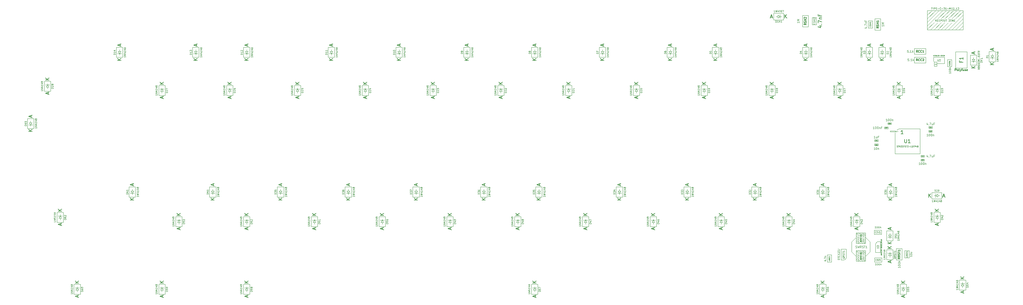
<source format=gbr>
G04 #@! TF.GenerationSoftware,KiCad,Pcbnew,5.1.4*
G04 #@! TF.CreationDate,2019-09-16T11:06:55-03:00*
G04 #@! TF.ProjectId,arcticPCB,61726374-6963-4504-9342-2e6b69636164,0.1.1*
G04 #@! TF.SameCoordinates,Original*
G04 #@! TF.FileFunction,Other,Fab,Top*
%FSLAX46Y46*%
G04 Gerber Fmt 4.6, Leading zero omitted, Abs format (unit mm)*
G04 Created by KiCad (PCBNEW 5.1.4) date 2019-09-16 11:06:55*
%MOMM*%
%LPD*%
G04 APERTURE LIST*
%ADD10C,0.100000*%
%ADD11C,0.120000*%
%ADD12C,0.050000*%
%ADD13C,0.150000*%
%ADD14C,0.125000*%
%ADD15C,0.080000*%
%ADD16C,0.062500*%
%ADD17C,0.075000*%
%ADD18C,0.090000*%
%ADD19C,0.040000*%
G04 APERTURE END LIST*
D10*
X261956000Y-15715000D02*
X258756000Y-15715000D01*
X261956000Y-14115000D02*
X261956000Y-15715000D01*
X258756000Y-14115000D02*
X261956000Y-14115000D01*
X258756000Y-15715000D02*
X258756000Y-14115000D01*
X227300000Y-5550000D02*
X227300000Y-2350000D01*
X228900000Y-5550000D02*
X227300000Y-5550000D01*
X228900000Y-2350000D02*
X228900000Y-5550000D01*
X227300000Y-2350000D02*
X228900000Y-2350000D01*
X222000000Y-3600000D02*
X219200000Y-3600000D01*
X219200000Y-3600000D02*
X219200000Y-1800000D01*
X219200000Y-1800000D02*
X222000000Y-1800000D01*
X222000000Y-1800000D02*
X222000000Y-3600000D01*
X221350000Y-2700000D02*
X220950000Y-2700000D01*
X220950000Y-2700000D02*
X220950000Y-3250000D01*
X220950000Y-2700000D02*
X220950000Y-2150000D01*
X220950000Y-2700000D02*
X220350000Y-3100000D01*
X220350000Y-3100000D02*
X220350000Y-2300000D01*
X220350000Y-2300000D02*
X220950000Y-2700000D01*
X220350000Y-2700000D02*
X219850000Y-2700000D01*
X231200000Y-2950000D02*
X231200000Y-4950000D01*
X230000000Y-2950000D02*
X231200000Y-2950000D01*
X230000000Y-4950000D02*
X230000000Y-2950000D01*
X231200000Y-4950000D02*
X230000000Y-4950000D01*
X9439510Y-34200000D02*
X9439510Y-31400000D01*
X9439510Y-31400000D02*
X11239510Y-31400000D01*
X11239510Y-31400000D02*
X11239510Y-34200000D01*
X11239510Y-34200000D02*
X9439510Y-34200000D01*
X10339510Y-33550000D02*
X10339510Y-33150000D01*
X10339510Y-33150000D02*
X9789510Y-33150000D01*
X10339510Y-33150000D02*
X10889510Y-33150000D01*
X10339510Y-33150000D02*
X9939510Y-32550000D01*
X9939510Y-32550000D02*
X10739510Y-32550000D01*
X10739510Y-32550000D02*
X10339510Y-33150000D01*
X10339510Y-32550000D02*
X10339510Y-32050000D01*
X19573920Y-57806460D02*
X19573920Y-60606460D01*
X19573920Y-60606460D02*
X17773920Y-60606460D01*
X17773920Y-60606460D02*
X17773920Y-57806460D01*
X17773920Y-57806460D02*
X19573920Y-57806460D01*
X18673920Y-58456460D02*
X18673920Y-58856460D01*
X18673920Y-58856460D02*
X19223920Y-58856460D01*
X18673920Y-58856460D02*
X18123920Y-58856460D01*
X18673920Y-58856460D02*
X19073920Y-59456460D01*
X19073920Y-59456460D02*
X18273920Y-59456460D01*
X18273920Y-59456460D02*
X18673920Y-58856460D01*
X18673920Y-59456460D02*
X18673920Y-59956460D01*
X24336440Y-78047170D02*
X24336440Y-80847170D01*
X24336440Y-80847170D02*
X22536440Y-80847170D01*
X22536440Y-80847170D02*
X22536440Y-78047170D01*
X22536440Y-78047170D02*
X24336440Y-78047170D01*
X23436440Y-78697170D02*
X23436440Y-79097170D01*
X23436440Y-79097170D02*
X23986440Y-79097170D01*
X23436440Y-79097170D02*
X22886440Y-79097170D01*
X23436440Y-79097170D02*
X23836440Y-79697170D01*
X23836440Y-79697170D02*
X23036440Y-79697170D01*
X23036440Y-79697170D02*
X23436440Y-79097170D01*
X23436440Y-79697170D02*
X23436440Y-80197170D01*
X48149040Y-78047170D02*
X48149040Y-80847170D01*
X48149040Y-80847170D02*
X46349040Y-80847170D01*
X46349040Y-80847170D02*
X46349040Y-78047170D01*
X46349040Y-78047170D02*
X48149040Y-78047170D01*
X47249040Y-78697170D02*
X47249040Y-79097170D01*
X47249040Y-79097170D02*
X47799040Y-79097170D01*
X47249040Y-79097170D02*
X46699040Y-79097170D01*
X47249040Y-79097170D02*
X47649040Y-79697170D01*
X47649040Y-79697170D02*
X46849040Y-79697170D01*
X46849040Y-79697170D02*
X47249040Y-79097170D01*
X47249040Y-79697170D02*
X47249040Y-80197170D01*
X71961640Y-78047170D02*
X71961640Y-80847170D01*
X71961640Y-80847170D02*
X70161640Y-80847170D01*
X70161640Y-80847170D02*
X70161640Y-78047170D01*
X70161640Y-78047170D02*
X71961640Y-78047170D01*
X71061640Y-78697170D02*
X71061640Y-79097170D01*
X71061640Y-79097170D02*
X71611640Y-79097170D01*
X71061640Y-79097170D02*
X70511640Y-79097170D01*
X71061640Y-79097170D02*
X71461640Y-79697170D01*
X71461640Y-79697170D02*
X70661640Y-79697170D01*
X70661640Y-79697170D02*
X71061640Y-79097170D01*
X71061640Y-79697170D02*
X71061640Y-80197170D01*
X152924480Y-78047170D02*
X152924480Y-80847170D01*
X152924480Y-80847170D02*
X151124480Y-80847170D01*
X151124480Y-80847170D02*
X151124480Y-78047170D01*
X151124480Y-78047170D02*
X152924480Y-78047170D01*
X152024480Y-78697170D02*
X152024480Y-79097170D01*
X152024480Y-79097170D02*
X152574480Y-79097170D01*
X152024480Y-79097170D02*
X151474480Y-79097170D01*
X152024480Y-79097170D02*
X152424480Y-79697170D01*
X152424480Y-79697170D02*
X151624480Y-79697170D01*
X151624480Y-79697170D02*
X152024480Y-79097170D01*
X152024480Y-79697170D02*
X152024480Y-80197170D01*
X233887320Y-78047170D02*
X233887320Y-80847170D01*
X233887320Y-80847170D02*
X232087320Y-80847170D01*
X232087320Y-80847170D02*
X232087320Y-78047170D01*
X232087320Y-78047170D02*
X233887320Y-78047170D01*
X232987320Y-78697170D02*
X232987320Y-79097170D01*
X232987320Y-79097170D02*
X233537320Y-79097170D01*
X232987320Y-79097170D02*
X232437320Y-79097170D01*
X232987320Y-79097170D02*
X233387320Y-79697170D01*
X233387320Y-79697170D02*
X232587320Y-79697170D01*
X232587320Y-79697170D02*
X232987320Y-79097170D01*
X232987320Y-79697170D02*
X232987320Y-80197170D01*
X256509290Y-78047170D02*
X256509290Y-80847170D01*
X256509290Y-80847170D02*
X254709290Y-80847170D01*
X254709290Y-80847170D02*
X254709290Y-78047170D01*
X254709290Y-78047170D02*
X256509290Y-78047170D01*
X255609290Y-78697170D02*
X255609290Y-79097170D01*
X255609290Y-79097170D02*
X256159290Y-79097170D01*
X255609290Y-79097170D02*
X255059290Y-79097170D01*
X255609290Y-79097170D02*
X256009290Y-79697170D01*
X256009290Y-79697170D02*
X255209290Y-79697170D01*
X255209290Y-79697170D02*
X255609290Y-79097170D01*
X255609290Y-79697170D02*
X255609290Y-80197170D01*
X273178110Y-76856540D02*
X273178110Y-79656540D01*
X273178110Y-79656540D02*
X271378110Y-79656540D01*
X271378110Y-79656540D02*
X271378110Y-76856540D01*
X271378110Y-76856540D02*
X273178110Y-76856540D01*
X272278110Y-77506540D02*
X272278110Y-77906540D01*
X272278110Y-77906540D02*
X272828110Y-77906540D01*
X272278110Y-77906540D02*
X271728110Y-77906540D01*
X272278110Y-77906540D02*
X272678110Y-78506540D01*
X272678110Y-78506540D02*
X271878110Y-78506540D01*
X271878110Y-78506540D02*
X272278110Y-77906540D01*
X272278110Y-78506540D02*
X272278110Y-79006540D01*
X52911560Y-58997090D02*
X52911560Y-61797090D01*
X52911560Y-61797090D02*
X51111560Y-61797090D01*
X51111560Y-61797090D02*
X51111560Y-58997090D01*
X51111560Y-58997090D02*
X52911560Y-58997090D01*
X52011560Y-59647090D02*
X52011560Y-60047090D01*
X52011560Y-60047090D02*
X52561560Y-60047090D01*
X52011560Y-60047090D02*
X51461560Y-60047090D01*
X52011560Y-60047090D02*
X52411560Y-60647090D01*
X52411560Y-60647090D02*
X51611560Y-60647090D01*
X51611560Y-60647090D02*
X52011560Y-60047090D01*
X52011560Y-60647090D02*
X52011560Y-61147090D01*
X71961640Y-58997090D02*
X71961640Y-61797090D01*
X71961640Y-61797090D02*
X70161640Y-61797090D01*
X70161640Y-61797090D02*
X70161640Y-58997090D01*
X70161640Y-58997090D02*
X71961640Y-58997090D01*
X71061640Y-59647090D02*
X71061640Y-60047090D01*
X71061640Y-60047090D02*
X71611640Y-60047090D01*
X71061640Y-60047090D02*
X70511640Y-60047090D01*
X71061640Y-60047090D02*
X71461640Y-60647090D01*
X71461640Y-60647090D02*
X70661640Y-60647090D01*
X70661640Y-60647090D02*
X71061640Y-60047090D01*
X71061640Y-60647090D02*
X71061640Y-61147090D01*
X91011720Y-58997090D02*
X91011720Y-61797090D01*
X91011720Y-61797090D02*
X89211720Y-61797090D01*
X89211720Y-61797090D02*
X89211720Y-58997090D01*
X89211720Y-58997090D02*
X91011720Y-58997090D01*
X90111720Y-59647090D02*
X90111720Y-60047090D01*
X90111720Y-60047090D02*
X90661720Y-60047090D01*
X90111720Y-60047090D02*
X89561720Y-60047090D01*
X90111720Y-60047090D02*
X90511720Y-60647090D01*
X90511720Y-60647090D02*
X89711720Y-60647090D01*
X89711720Y-60647090D02*
X90111720Y-60047090D01*
X90111720Y-60647090D02*
X90111720Y-61147090D01*
X110061800Y-58997090D02*
X110061800Y-61797090D01*
X110061800Y-61797090D02*
X108261800Y-61797090D01*
X108261800Y-61797090D02*
X108261800Y-58997090D01*
X108261800Y-58997090D02*
X110061800Y-58997090D01*
X109161800Y-59647090D02*
X109161800Y-60047090D01*
X109161800Y-60047090D02*
X109711800Y-60047090D01*
X109161800Y-60047090D02*
X108611800Y-60047090D01*
X109161800Y-60047090D02*
X109561800Y-60647090D01*
X109561800Y-60647090D02*
X108761800Y-60647090D01*
X108761800Y-60647090D02*
X109161800Y-60047090D01*
X109161800Y-60647090D02*
X109161800Y-61147090D01*
X129111880Y-58997090D02*
X129111880Y-61797090D01*
X129111880Y-61797090D02*
X127311880Y-61797090D01*
X127311880Y-61797090D02*
X127311880Y-58997090D01*
X127311880Y-58997090D02*
X129111880Y-58997090D01*
X128211880Y-59647090D02*
X128211880Y-60047090D01*
X128211880Y-60047090D02*
X128761880Y-60047090D01*
X128211880Y-60047090D02*
X127661880Y-60047090D01*
X128211880Y-60047090D02*
X128611880Y-60647090D01*
X128611880Y-60647090D02*
X127811880Y-60647090D01*
X127811880Y-60647090D02*
X128211880Y-60047090D01*
X128211880Y-60647090D02*
X128211880Y-61147090D01*
X148161960Y-58997090D02*
X148161960Y-61797090D01*
X148161960Y-61797090D02*
X146361960Y-61797090D01*
X146361960Y-61797090D02*
X146361960Y-58997090D01*
X146361960Y-58997090D02*
X148161960Y-58997090D01*
X147261960Y-59647090D02*
X147261960Y-60047090D01*
X147261960Y-60047090D02*
X147811960Y-60047090D01*
X147261960Y-60047090D02*
X146711960Y-60047090D01*
X147261960Y-60047090D02*
X147661960Y-60647090D01*
X147661960Y-60647090D02*
X146861960Y-60647090D01*
X146861960Y-60647090D02*
X147261960Y-60047090D01*
X147261960Y-60647090D02*
X147261960Y-61147090D01*
X167212040Y-58997090D02*
X167212040Y-61797090D01*
X167212040Y-61797090D02*
X165412040Y-61797090D01*
X165412040Y-61797090D02*
X165412040Y-58997090D01*
X165412040Y-58997090D02*
X167212040Y-58997090D01*
X166312040Y-59647090D02*
X166312040Y-60047090D01*
X166312040Y-60047090D02*
X166862040Y-60047090D01*
X166312040Y-60047090D02*
X165762040Y-60047090D01*
X166312040Y-60047090D02*
X166712040Y-60647090D01*
X166712040Y-60647090D02*
X165912040Y-60647090D01*
X165912040Y-60647090D02*
X166312040Y-60047090D01*
X166312040Y-60647090D02*
X166312040Y-61147090D01*
X186262120Y-58997090D02*
X186262120Y-61797090D01*
X186262120Y-61797090D02*
X184462120Y-61797090D01*
X184462120Y-61797090D02*
X184462120Y-58997090D01*
X184462120Y-58997090D02*
X186262120Y-58997090D01*
X185362120Y-59647090D02*
X185362120Y-60047090D01*
X185362120Y-60047090D02*
X185912120Y-60047090D01*
X185362120Y-60047090D02*
X184812120Y-60047090D01*
X185362120Y-60047090D02*
X185762120Y-60647090D01*
X185762120Y-60647090D02*
X184962120Y-60647090D01*
X184962120Y-60647090D02*
X185362120Y-60047090D01*
X185362120Y-60647090D02*
X185362120Y-61147090D01*
X205312200Y-58997090D02*
X205312200Y-61797090D01*
X205312200Y-61797090D02*
X203512200Y-61797090D01*
X203512200Y-61797090D02*
X203512200Y-58997090D01*
X203512200Y-58997090D02*
X205312200Y-58997090D01*
X204412200Y-59647090D02*
X204412200Y-60047090D01*
X204412200Y-60047090D02*
X204962200Y-60047090D01*
X204412200Y-60047090D02*
X203862200Y-60047090D01*
X204412200Y-60047090D02*
X204812200Y-60647090D01*
X204812200Y-60647090D02*
X204012200Y-60647090D01*
X204012200Y-60647090D02*
X204412200Y-60047090D01*
X204412200Y-60647090D02*
X204412200Y-61147090D01*
X224362280Y-58997090D02*
X224362280Y-61797090D01*
X224362280Y-61797090D02*
X222562280Y-61797090D01*
X222562280Y-61797090D02*
X222562280Y-58997090D01*
X222562280Y-58997090D02*
X224362280Y-58997090D01*
X223462280Y-59647090D02*
X223462280Y-60047090D01*
X223462280Y-60047090D02*
X224012280Y-60047090D01*
X223462280Y-60047090D02*
X222912280Y-60047090D01*
X223462280Y-60047090D02*
X223862280Y-60647090D01*
X223862280Y-60647090D02*
X223062280Y-60647090D01*
X223062280Y-60647090D02*
X223462280Y-60047090D01*
X223462280Y-60647090D02*
X223462280Y-61147090D01*
X243412360Y-58997090D02*
X243412360Y-61797090D01*
X243412360Y-61797090D02*
X241612360Y-61797090D01*
X241612360Y-61797090D02*
X241612360Y-58997090D01*
X241612360Y-58997090D02*
X243412360Y-58997090D01*
X242512360Y-59647090D02*
X242512360Y-60047090D01*
X242512360Y-60047090D02*
X243062360Y-60047090D01*
X242512360Y-60047090D02*
X241962360Y-60047090D01*
X242512360Y-60047090D02*
X242912360Y-60647090D01*
X242912360Y-60647090D02*
X242112360Y-60647090D01*
X242112360Y-60647090D02*
X242512360Y-60047090D01*
X242512360Y-60647090D02*
X242512360Y-61147090D01*
X266034330Y-57806460D02*
X266034330Y-60606460D01*
X266034330Y-60606460D02*
X264234330Y-60606460D01*
X264234330Y-60606460D02*
X264234330Y-57806460D01*
X264234330Y-57806460D02*
X266034330Y-57806460D01*
X265134330Y-58456460D02*
X265134330Y-58856460D01*
X265134330Y-58856460D02*
X265684330Y-58856460D01*
X265134330Y-58856460D02*
X264584330Y-58856460D01*
X265134330Y-58856460D02*
X265534330Y-59456460D01*
X265534330Y-59456460D02*
X264734330Y-59456460D01*
X264734330Y-59456460D02*
X265134330Y-58856460D01*
X265134330Y-59456460D02*
X265134330Y-59956460D01*
X38014630Y-53462680D02*
X38014630Y-50662680D01*
X38014630Y-50662680D02*
X39814630Y-50662680D01*
X39814630Y-50662680D02*
X39814630Y-53462680D01*
X39814630Y-53462680D02*
X38014630Y-53462680D01*
X38914630Y-52812680D02*
X38914630Y-52412680D01*
X38914630Y-52412680D02*
X38364630Y-52412680D01*
X38914630Y-52412680D02*
X39464630Y-52412680D01*
X38914630Y-52412680D02*
X38514630Y-51812680D01*
X38514630Y-51812680D02*
X39314630Y-51812680D01*
X39314630Y-51812680D02*
X38914630Y-52412680D01*
X38914630Y-51812680D02*
X38914630Y-51312680D01*
X60636600Y-53462680D02*
X60636600Y-50662680D01*
X60636600Y-50662680D02*
X62436600Y-50662680D01*
X62436600Y-50662680D02*
X62436600Y-53462680D01*
X62436600Y-53462680D02*
X60636600Y-53462680D01*
X61536600Y-52812680D02*
X61536600Y-52412680D01*
X61536600Y-52412680D02*
X60986600Y-52412680D01*
X61536600Y-52412680D02*
X62086600Y-52412680D01*
X61536600Y-52412680D02*
X61136600Y-51812680D01*
X61136600Y-51812680D02*
X61936600Y-51812680D01*
X61936600Y-51812680D02*
X61536600Y-52412680D01*
X61536600Y-51812680D02*
X61536600Y-51312680D01*
X79686680Y-53462680D02*
X79686680Y-50662680D01*
X79686680Y-50662680D02*
X81486680Y-50662680D01*
X81486680Y-50662680D02*
X81486680Y-53462680D01*
X81486680Y-53462680D02*
X79686680Y-53462680D01*
X80586680Y-52812680D02*
X80586680Y-52412680D01*
X80586680Y-52412680D02*
X80036680Y-52412680D01*
X80586680Y-52412680D02*
X81136680Y-52412680D01*
X80586680Y-52412680D02*
X80186680Y-51812680D01*
X80186680Y-51812680D02*
X80986680Y-51812680D01*
X80986680Y-51812680D02*
X80586680Y-52412680D01*
X80586680Y-51812680D02*
X80586680Y-51312680D01*
X98736760Y-53462680D02*
X98736760Y-50662680D01*
X98736760Y-50662680D02*
X100536760Y-50662680D01*
X100536760Y-50662680D02*
X100536760Y-53462680D01*
X100536760Y-53462680D02*
X98736760Y-53462680D01*
X99636760Y-52812680D02*
X99636760Y-52412680D01*
X99636760Y-52412680D02*
X99086760Y-52412680D01*
X99636760Y-52412680D02*
X100186760Y-52412680D01*
X99636760Y-52412680D02*
X99236760Y-51812680D01*
X99236760Y-51812680D02*
X100036760Y-51812680D01*
X100036760Y-51812680D02*
X99636760Y-52412680D01*
X99636760Y-51812680D02*
X99636760Y-51312680D01*
X117786840Y-53462680D02*
X117786840Y-50662680D01*
X117786840Y-50662680D02*
X119586840Y-50662680D01*
X119586840Y-50662680D02*
X119586840Y-53462680D01*
X119586840Y-53462680D02*
X117786840Y-53462680D01*
X118686840Y-52812680D02*
X118686840Y-52412680D01*
X118686840Y-52412680D02*
X118136840Y-52412680D01*
X118686840Y-52412680D02*
X119236840Y-52412680D01*
X118686840Y-52412680D02*
X118286840Y-51812680D01*
X118286840Y-51812680D02*
X119086840Y-51812680D01*
X119086840Y-51812680D02*
X118686840Y-52412680D01*
X118686840Y-51812680D02*
X118686840Y-51312680D01*
X136836920Y-53462680D02*
X136836920Y-50662680D01*
X136836920Y-50662680D02*
X138636920Y-50662680D01*
X138636920Y-50662680D02*
X138636920Y-53462680D01*
X138636920Y-53462680D02*
X136836920Y-53462680D01*
X137736920Y-52812680D02*
X137736920Y-52412680D01*
X137736920Y-52412680D02*
X137186920Y-52412680D01*
X137736920Y-52412680D02*
X138286920Y-52412680D01*
X137736920Y-52412680D02*
X137336920Y-51812680D01*
X137336920Y-51812680D02*
X138136920Y-51812680D01*
X138136920Y-51812680D02*
X137736920Y-52412680D01*
X137736920Y-51812680D02*
X137736920Y-51312680D01*
X152315110Y-53462680D02*
X152315110Y-50662680D01*
X152315110Y-50662680D02*
X154115110Y-50662680D01*
X154115110Y-50662680D02*
X154115110Y-53462680D01*
X154115110Y-53462680D02*
X152315110Y-53462680D01*
X153215110Y-52812680D02*
X153215110Y-52412680D01*
X153215110Y-52412680D02*
X152665110Y-52412680D01*
X153215110Y-52412680D02*
X153765110Y-52412680D01*
X153215110Y-52412680D02*
X152815110Y-51812680D01*
X152815110Y-51812680D02*
X153615110Y-51812680D01*
X153615110Y-51812680D02*
X153215110Y-52412680D01*
X153215110Y-51812680D02*
X153215110Y-51312680D01*
X174937080Y-53462680D02*
X174937080Y-50662680D01*
X174937080Y-50662680D02*
X176737080Y-50662680D01*
X176737080Y-50662680D02*
X176737080Y-53462680D01*
X176737080Y-53462680D02*
X174937080Y-53462680D01*
X175837080Y-52812680D02*
X175837080Y-52412680D01*
X175837080Y-52412680D02*
X175287080Y-52412680D01*
X175837080Y-52412680D02*
X176387080Y-52412680D01*
X175837080Y-52412680D02*
X175437080Y-51812680D01*
X175437080Y-51812680D02*
X176237080Y-51812680D01*
X176237080Y-51812680D02*
X175837080Y-52412680D01*
X175837080Y-51812680D02*
X175837080Y-51312680D01*
X193987160Y-53462680D02*
X193987160Y-50662680D01*
X193987160Y-50662680D02*
X195787160Y-50662680D01*
X195787160Y-50662680D02*
X195787160Y-53462680D01*
X195787160Y-53462680D02*
X193987160Y-53462680D01*
X194887160Y-52812680D02*
X194887160Y-52412680D01*
X194887160Y-52412680D02*
X194337160Y-52412680D01*
X194887160Y-52412680D02*
X195437160Y-52412680D01*
X194887160Y-52412680D02*
X194487160Y-51812680D01*
X194487160Y-51812680D02*
X195287160Y-51812680D01*
X195287160Y-51812680D02*
X194887160Y-52412680D01*
X194887160Y-51812680D02*
X194887160Y-51312680D01*
X213037240Y-53462680D02*
X213037240Y-50662680D01*
X213037240Y-50662680D02*
X214837240Y-50662680D01*
X214837240Y-50662680D02*
X214837240Y-53462680D01*
X214837240Y-53462680D02*
X213037240Y-53462680D01*
X213937240Y-52812680D02*
X213937240Y-52412680D01*
X213937240Y-52412680D02*
X213387240Y-52412680D01*
X213937240Y-52412680D02*
X214487240Y-52412680D01*
X213937240Y-52412680D02*
X213537240Y-51812680D01*
X213537240Y-51812680D02*
X214337240Y-51812680D01*
X214337240Y-51812680D02*
X213937240Y-52412680D01*
X213937240Y-51812680D02*
X213937240Y-51312680D01*
X232087320Y-53462680D02*
X232087320Y-50662680D01*
X232087320Y-50662680D02*
X233887320Y-50662680D01*
X233887320Y-50662680D02*
X233887320Y-53462680D01*
X233887320Y-53462680D02*
X232087320Y-53462680D01*
X232987320Y-52812680D02*
X232987320Y-52412680D01*
X232987320Y-52412680D02*
X232437320Y-52412680D01*
X232987320Y-52412680D02*
X233537320Y-52412680D01*
X232987320Y-52412680D02*
X232587320Y-51812680D01*
X232587320Y-51812680D02*
X233387320Y-51812680D01*
X233387320Y-51812680D02*
X232987320Y-52412680D01*
X232987320Y-51812680D02*
X232987320Y-51312680D01*
X251137400Y-53462680D02*
X251137400Y-50662680D01*
X251137400Y-50662680D02*
X252937400Y-50662680D01*
X252937400Y-50662680D02*
X252937400Y-53462680D01*
X252937400Y-53462680D02*
X251137400Y-53462680D01*
X252037400Y-52812680D02*
X252037400Y-52412680D01*
X252037400Y-52412680D02*
X251487400Y-52412680D01*
X252037400Y-52412680D02*
X252587400Y-52412680D01*
X252037400Y-52412680D02*
X251637400Y-51812680D01*
X251637400Y-51812680D02*
X252437400Y-51812680D01*
X252437400Y-51812680D02*
X252037400Y-52412680D01*
X252037400Y-51812680D02*
X252037400Y-51312680D01*
X263650000Y-52200000D02*
X266450000Y-52200000D01*
X266450000Y-52200000D02*
X266450000Y-54000000D01*
X266450000Y-54000000D02*
X263650000Y-54000000D01*
X263650000Y-54000000D02*
X263650000Y-52200000D01*
X264300000Y-53100000D02*
X264700000Y-53100000D01*
X264700000Y-53100000D02*
X264700000Y-52550000D01*
X264700000Y-53100000D02*
X264700000Y-53650000D01*
X264700000Y-53100000D02*
X265300000Y-52700000D01*
X265300000Y-52700000D02*
X265300000Y-53500000D01*
X265300000Y-53500000D02*
X264700000Y-53100000D01*
X265300000Y-53100000D02*
X265800000Y-53100000D01*
X16002030Y-20896930D02*
X16002030Y-23696930D01*
X16002030Y-23696930D02*
X14202030Y-23696930D01*
X14202030Y-23696930D02*
X14202030Y-20896930D01*
X14202030Y-20896930D02*
X16002030Y-20896930D01*
X15102030Y-21546930D02*
X15102030Y-21946930D01*
X15102030Y-21946930D02*
X15652030Y-21946930D01*
X15102030Y-21946930D02*
X14552030Y-21946930D01*
X15102030Y-21946930D02*
X15502030Y-22546930D01*
X15502030Y-22546930D02*
X14702030Y-22546930D01*
X14702030Y-22546930D02*
X15102030Y-21946930D01*
X15102030Y-22546930D02*
X15102030Y-23046930D01*
X48149040Y-22087560D02*
X48149040Y-24887560D01*
X48149040Y-24887560D02*
X46349040Y-24887560D01*
X46349040Y-24887560D02*
X46349040Y-22087560D01*
X46349040Y-22087560D02*
X48149040Y-22087560D01*
X47249040Y-22737560D02*
X47249040Y-23137560D01*
X47249040Y-23137560D02*
X47799040Y-23137560D01*
X47249040Y-23137560D02*
X46699040Y-23137560D01*
X47249040Y-23137560D02*
X47649040Y-23737560D01*
X47649040Y-23737560D02*
X46849040Y-23737560D01*
X46849040Y-23737560D02*
X47249040Y-23137560D01*
X47249040Y-23737560D02*
X47249040Y-24237560D01*
X67199120Y-22087560D02*
X67199120Y-24887560D01*
X67199120Y-24887560D02*
X65399120Y-24887560D01*
X65399120Y-24887560D02*
X65399120Y-22087560D01*
X65399120Y-22087560D02*
X67199120Y-22087560D01*
X66299120Y-22737560D02*
X66299120Y-23137560D01*
X66299120Y-23137560D02*
X66849120Y-23137560D01*
X66299120Y-23137560D02*
X65749120Y-23137560D01*
X66299120Y-23137560D02*
X66699120Y-23737560D01*
X66699120Y-23737560D02*
X65899120Y-23737560D01*
X65899120Y-23737560D02*
X66299120Y-23137560D01*
X66299120Y-23737560D02*
X66299120Y-24237560D01*
X86249200Y-22087560D02*
X86249200Y-24887560D01*
X86249200Y-24887560D02*
X84449200Y-24887560D01*
X84449200Y-24887560D02*
X84449200Y-22087560D01*
X84449200Y-22087560D02*
X86249200Y-22087560D01*
X85349200Y-22737560D02*
X85349200Y-23137560D01*
X85349200Y-23137560D02*
X85899200Y-23137560D01*
X85349200Y-23137560D02*
X84799200Y-23137560D01*
X85349200Y-23137560D02*
X85749200Y-23737560D01*
X85749200Y-23737560D02*
X84949200Y-23737560D01*
X84949200Y-23737560D02*
X85349200Y-23137560D01*
X85349200Y-23737560D02*
X85349200Y-24237560D01*
X105299280Y-22087560D02*
X105299280Y-24887560D01*
X105299280Y-24887560D02*
X103499280Y-24887560D01*
X103499280Y-24887560D02*
X103499280Y-22087560D01*
X103499280Y-22087560D02*
X105299280Y-22087560D01*
X104399280Y-22737560D02*
X104399280Y-23137560D01*
X104399280Y-23137560D02*
X104949280Y-23137560D01*
X104399280Y-23137560D02*
X103849280Y-23137560D01*
X104399280Y-23137560D02*
X104799280Y-23737560D01*
X104799280Y-23737560D02*
X103999280Y-23737560D01*
X103999280Y-23737560D02*
X104399280Y-23137560D01*
X104399280Y-23737560D02*
X104399280Y-24237560D01*
X124349360Y-22087560D02*
X124349360Y-24887560D01*
X124349360Y-24887560D02*
X122549360Y-24887560D01*
X122549360Y-24887560D02*
X122549360Y-22087560D01*
X122549360Y-22087560D02*
X124349360Y-22087560D01*
X123449360Y-22737560D02*
X123449360Y-23137560D01*
X123449360Y-23137560D02*
X123999360Y-23137560D01*
X123449360Y-23137560D02*
X122899360Y-23137560D01*
X123449360Y-23137560D02*
X123849360Y-23737560D01*
X123849360Y-23737560D02*
X123049360Y-23737560D01*
X123049360Y-23737560D02*
X123449360Y-23137560D01*
X123449360Y-23737560D02*
X123449360Y-24237560D01*
X143399440Y-22087560D02*
X143399440Y-24887560D01*
X143399440Y-24887560D02*
X141599440Y-24887560D01*
X141599440Y-24887560D02*
X141599440Y-22087560D01*
X141599440Y-22087560D02*
X143399440Y-22087560D01*
X142499440Y-22737560D02*
X142499440Y-23137560D01*
X142499440Y-23137560D02*
X143049440Y-23137560D01*
X142499440Y-23137560D02*
X141949440Y-23137560D01*
X142499440Y-23137560D02*
X142899440Y-23737560D01*
X142899440Y-23737560D02*
X142099440Y-23737560D01*
X142099440Y-23737560D02*
X142499440Y-23137560D01*
X142499440Y-23737560D02*
X142499440Y-24237560D01*
X162449520Y-22087560D02*
X162449520Y-24887560D01*
X162449520Y-24887560D02*
X160649520Y-24887560D01*
X160649520Y-24887560D02*
X160649520Y-22087560D01*
X160649520Y-22087560D02*
X162449520Y-22087560D01*
X161549520Y-22737560D02*
X161549520Y-23137560D01*
X161549520Y-23137560D02*
X162099520Y-23137560D01*
X161549520Y-23137560D02*
X160999520Y-23137560D01*
X161549520Y-23137560D02*
X161949520Y-23737560D01*
X161949520Y-23737560D02*
X161149520Y-23737560D01*
X161149520Y-23737560D02*
X161549520Y-23137560D01*
X161549520Y-23737560D02*
X161549520Y-24237560D01*
X181499600Y-22087560D02*
X181499600Y-24887560D01*
X181499600Y-24887560D02*
X179699600Y-24887560D01*
X179699600Y-24887560D02*
X179699600Y-22087560D01*
X179699600Y-22087560D02*
X181499600Y-22087560D01*
X180599600Y-22737560D02*
X180599600Y-23137560D01*
X180599600Y-23137560D02*
X181149600Y-23137560D01*
X180599600Y-23137560D02*
X180049600Y-23137560D01*
X180599600Y-23137560D02*
X180999600Y-23737560D01*
X180999600Y-23737560D02*
X180199600Y-23737560D01*
X180199600Y-23737560D02*
X180599600Y-23137560D01*
X180599600Y-23737560D02*
X180599600Y-24237560D01*
X200549680Y-22087560D02*
X200549680Y-24887560D01*
X200549680Y-24887560D02*
X198749680Y-24887560D01*
X198749680Y-24887560D02*
X198749680Y-22087560D01*
X198749680Y-22087560D02*
X200549680Y-22087560D01*
X199649680Y-22737560D02*
X199649680Y-23137560D01*
X199649680Y-23137560D02*
X200199680Y-23137560D01*
X199649680Y-23137560D02*
X199099680Y-23137560D01*
X199649680Y-23137560D02*
X200049680Y-23737560D01*
X200049680Y-23737560D02*
X199249680Y-23737560D01*
X199249680Y-23737560D02*
X199649680Y-23137560D01*
X199649680Y-23737560D02*
X199649680Y-24237560D01*
X219599760Y-22087560D02*
X219599760Y-24887560D01*
X219599760Y-24887560D02*
X217799760Y-24887560D01*
X217799760Y-24887560D02*
X217799760Y-22087560D01*
X217799760Y-22087560D02*
X219599760Y-22087560D01*
X218699760Y-22737560D02*
X218699760Y-23137560D01*
X218699760Y-23137560D02*
X219249760Y-23137560D01*
X218699760Y-23137560D02*
X218149760Y-23137560D01*
X218699760Y-23137560D02*
X219099760Y-23737560D01*
X219099760Y-23737560D02*
X218299760Y-23737560D01*
X218299760Y-23737560D02*
X218699760Y-23137560D01*
X218699760Y-23737560D02*
X218699760Y-24237560D01*
X238649840Y-22087560D02*
X238649840Y-24887560D01*
X238649840Y-24887560D02*
X236849840Y-24887560D01*
X236849840Y-24887560D02*
X236849840Y-22087560D01*
X236849840Y-22087560D02*
X238649840Y-22087560D01*
X237749840Y-22737560D02*
X237749840Y-23137560D01*
X237749840Y-23137560D02*
X238299840Y-23137560D01*
X237749840Y-23137560D02*
X237199840Y-23137560D01*
X237749840Y-23137560D02*
X238149840Y-23737560D01*
X238149840Y-23737560D02*
X237349840Y-23737560D01*
X237349840Y-23737560D02*
X237749840Y-23137560D01*
X237749840Y-23737560D02*
X237749840Y-24237560D01*
X255318660Y-22087560D02*
X255318660Y-24887560D01*
X255318660Y-24887560D02*
X253518660Y-24887560D01*
X253518660Y-24887560D02*
X253518660Y-22087560D01*
X253518660Y-22087560D02*
X255318660Y-22087560D01*
X254418660Y-22737560D02*
X254418660Y-23137560D01*
X254418660Y-23137560D02*
X254968660Y-23137560D01*
X254418660Y-23137560D02*
X253868660Y-23137560D01*
X254418660Y-23137560D02*
X254818660Y-23737560D01*
X254818660Y-23737560D02*
X254018660Y-23737560D01*
X254018660Y-23737560D02*
X254418660Y-23137560D01*
X254418660Y-23737560D02*
X254418660Y-24237560D01*
X266034330Y-22087560D02*
X266034330Y-24887560D01*
X266034330Y-24887560D02*
X264234330Y-24887560D01*
X264234330Y-24887560D02*
X264234330Y-22087560D01*
X264234330Y-22087560D02*
X266034330Y-22087560D01*
X265134330Y-22737560D02*
X265134330Y-23137560D01*
X265134330Y-23137560D02*
X265684330Y-23137560D01*
X265134330Y-23137560D02*
X264584330Y-23137560D01*
X265134330Y-23137560D02*
X265534330Y-23737560D01*
X265534330Y-23737560D02*
X264734330Y-23737560D01*
X264734330Y-23737560D02*
X265134330Y-23137560D01*
X265134330Y-23737560D02*
X265134330Y-24237560D01*
X34442740Y-14171890D02*
X34442740Y-11371890D01*
X34442740Y-11371890D02*
X36242740Y-11371890D01*
X36242740Y-11371890D02*
X36242740Y-14171890D01*
X36242740Y-14171890D02*
X34442740Y-14171890D01*
X35342740Y-13521890D02*
X35342740Y-13121890D01*
X35342740Y-13121890D02*
X34792740Y-13121890D01*
X35342740Y-13121890D02*
X35892740Y-13121890D01*
X35342740Y-13121890D02*
X34942740Y-12521890D01*
X34942740Y-12521890D02*
X35742740Y-12521890D01*
X35742740Y-12521890D02*
X35342740Y-13121890D01*
X35342740Y-12521890D02*
X35342740Y-12021890D01*
X247765510Y-69060870D02*
X249165510Y-69060870D01*
X249165510Y-66020870D02*
X249165510Y-69060870D01*
X247765510Y-66590870D02*
X248315510Y-66020870D01*
X248315510Y-66020870D02*
X249165510Y-66020870D01*
X247765510Y-66590870D02*
X247765510Y-69040870D01*
X264350000Y-15500000D02*
X264100000Y-15250000D01*
D11*
X265100000Y-16700000D02*
X264300000Y-16700000D01*
X265100000Y-15500000D02*
X265100000Y-16700000D01*
X264300000Y-15500000D02*
X265100000Y-15500000D01*
X264300000Y-16700000D02*
X264300000Y-15500000D01*
D10*
X264100000Y-14100000D02*
X267200000Y-14100000D01*
X267200000Y-14100000D02*
X267200000Y-15900000D01*
X265100000Y-15900000D02*
X267200000Y-15900000D01*
X264100000Y-14100000D02*
X264100000Y-15250000D01*
D11*
X253370920Y-35171620D02*
X253370920Y-34854120D01*
X251910420Y-35171620D02*
X253370920Y-35171620D01*
X251910420Y-34854120D02*
X251910420Y-35171620D01*
X253370920Y-34854120D02*
X251910420Y-34854120D01*
X253498920Y-35005620D02*
X253625920Y-34878620D01*
X253498920Y-35005620D02*
X253625920Y-35132620D01*
X253498920Y-35005620D02*
X254133920Y-35005620D01*
D10*
X253815420Y-34727120D02*
X254299920Y-34275120D01*
X253299920Y-41275120D02*
X253299920Y-35362120D01*
X260299920Y-41275120D02*
X253299920Y-41275120D01*
X260299920Y-34275120D02*
X260299920Y-41275120D01*
X254299920Y-34275120D02*
X260299920Y-34275120D01*
X242302990Y-70137870D02*
X241102990Y-68937870D01*
X241102990Y-68940870D02*
X241102990Y-66140870D01*
X241105990Y-66137370D02*
X242305990Y-64937370D01*
X246302990Y-68940870D02*
X245102990Y-70140870D01*
X246302990Y-66140870D02*
X246302990Y-68940870D01*
X245102990Y-64940870D02*
X246302990Y-66140870D01*
D12*
X242402990Y-68540870D02*
X243502990Y-69540870D01*
X243502990Y-68540870D02*
X245002990Y-70040870D01*
X244202990Y-71540870D02*
X243902990Y-71240870D01*
X243102990Y-71540870D02*
X242402990Y-70940870D01*
X245002990Y-71540870D02*
X242402990Y-71540870D01*
X244002990Y-68540870D02*
X245002990Y-69540870D01*
X242402990Y-69440870D02*
X243502990Y-70440870D01*
X245002990Y-70940870D02*
X243902990Y-69940870D01*
X244402990Y-68540870D02*
X245002990Y-69140870D01*
X245002990Y-70540870D02*
X243902990Y-69440870D01*
X242402990Y-71540870D02*
X242402990Y-68540870D01*
X243002990Y-68540870D02*
X243502990Y-69040870D01*
X244802990Y-71540870D02*
X243902990Y-70740870D01*
X243902990Y-70340870D02*
X245002990Y-71340870D01*
X243502990Y-70040870D02*
X242402990Y-68940870D01*
X242402990Y-70440870D02*
X243602990Y-71540870D01*
X242402990Y-68540870D02*
X245002990Y-68540870D01*
X245002990Y-68540870D02*
X245002990Y-71540870D01*
X242402990Y-69940870D02*
X243502990Y-70940870D01*
X244202990Y-66540870D02*
X243902990Y-66240870D01*
X244802990Y-66540870D02*
X243902990Y-65740870D01*
X243902990Y-65340870D02*
X245002990Y-66340870D01*
X245002990Y-65940870D02*
X243902990Y-64940870D01*
X245002990Y-65540870D02*
X243902990Y-64440870D01*
X242402990Y-65440870D02*
X243602990Y-66540870D01*
X242402990Y-64440870D02*
X243502990Y-65440870D01*
X242402990Y-63540870D02*
X243502990Y-64540870D01*
X243502990Y-63540870D02*
X245002990Y-65040870D01*
X244402990Y-63540870D02*
X245002990Y-64140870D01*
X245002990Y-66540870D02*
X242402990Y-66540870D01*
X244002990Y-63540870D02*
X245002990Y-64540870D01*
X242402990Y-64940870D02*
X243502990Y-65940870D01*
X243502990Y-65040870D02*
X242402990Y-63940870D01*
X245002990Y-63540870D02*
X245002990Y-66540870D01*
X242402990Y-66540870D02*
X242402990Y-63540870D01*
X243002990Y-63540870D02*
X243502990Y-64040870D01*
X242402990Y-63540870D02*
X245002990Y-63540870D01*
X243102990Y-66540870D02*
X242402990Y-65940870D01*
D10*
X247650000Y-6500000D02*
X247650000Y-3300000D01*
X249250000Y-6500000D02*
X247650000Y-6500000D01*
X249250000Y-3300000D02*
X249250000Y-6500000D01*
X247650000Y-3300000D02*
X249250000Y-3300000D01*
X253650000Y-71200000D02*
X253650000Y-68000000D01*
X255250000Y-71200000D02*
X253650000Y-71200000D01*
X255250000Y-68000000D02*
X255250000Y-71200000D01*
X253650000Y-68000000D02*
X255250000Y-68000000D01*
X261956000Y-13302000D02*
X258756000Y-13302000D01*
X261956000Y-11702000D02*
X261956000Y-13302000D01*
X258756000Y-11702000D02*
X261956000Y-11702000D01*
X258756000Y-13302000D02*
X258756000Y-11702000D01*
X239550000Y-68180000D02*
X238150000Y-68180000D01*
X238150000Y-71220000D02*
X238150000Y-68180000D01*
X239550000Y-70650000D02*
X239000000Y-71220000D01*
X239000000Y-71220000D02*
X238150000Y-71220000D01*
X239550000Y-70650000D02*
X239550000Y-68200000D01*
X273550000Y-12650000D02*
X273550000Y-17150000D01*
X270350000Y-12650000D02*
X273550000Y-12650000D01*
X270350000Y-17150000D02*
X270350000Y-12650000D01*
X273550000Y-17150000D02*
X270350000Y-17150000D01*
X250950000Y-65800000D02*
X250950000Y-63000000D01*
X250950000Y-63000000D02*
X252750000Y-63000000D01*
X252750000Y-63000000D02*
X252750000Y-65800000D01*
X252750000Y-65800000D02*
X250950000Y-65800000D01*
X251850000Y-65150000D02*
X251850000Y-64750000D01*
X251850000Y-64750000D02*
X251300000Y-64750000D01*
X251850000Y-64750000D02*
X252400000Y-64750000D01*
X251850000Y-64750000D02*
X251450000Y-64150000D01*
X251450000Y-64150000D02*
X252250000Y-64150000D01*
X252250000Y-64150000D02*
X251850000Y-64750000D01*
X251850000Y-64150000D02*
X251850000Y-63650000D01*
X252750000Y-68300000D02*
X252750000Y-71100000D01*
X252750000Y-71100000D02*
X250950000Y-71100000D01*
X250950000Y-71100000D02*
X250950000Y-68300000D01*
X250950000Y-68300000D02*
X252750000Y-68300000D01*
X251850000Y-68950000D02*
X251850000Y-69350000D01*
X251850000Y-69350000D02*
X252400000Y-69350000D01*
X251850000Y-69350000D02*
X251300000Y-69350000D01*
X251850000Y-69350000D02*
X252250000Y-69950000D01*
X252250000Y-69950000D02*
X251450000Y-69950000D01*
X251450000Y-69950000D02*
X251850000Y-69350000D01*
X251850000Y-69950000D02*
X251850000Y-70450000D01*
X274450000Y-16350000D02*
X274450000Y-13550000D01*
X274450000Y-13550000D02*
X276250000Y-13550000D01*
X276250000Y-13550000D02*
X276250000Y-16350000D01*
X276250000Y-16350000D02*
X274450000Y-16350000D01*
X275350000Y-15700000D02*
X275350000Y-15300000D01*
X275350000Y-15300000D02*
X274800000Y-15300000D01*
X275350000Y-15300000D02*
X275900000Y-15300000D01*
X275350000Y-15300000D02*
X274950000Y-14700000D01*
X274950000Y-14700000D02*
X275750000Y-14700000D01*
X275750000Y-14700000D02*
X275350000Y-15300000D01*
X275350000Y-14700000D02*
X275350000Y-14200000D01*
X55874080Y-14171890D02*
X55874080Y-11371890D01*
X55874080Y-11371890D02*
X57674080Y-11371890D01*
X57674080Y-11371890D02*
X57674080Y-14171890D01*
X57674080Y-14171890D02*
X55874080Y-14171890D01*
X56774080Y-13521890D02*
X56774080Y-13121890D01*
X56774080Y-13121890D02*
X56224080Y-13121890D01*
X56774080Y-13121890D02*
X57324080Y-13121890D01*
X56774080Y-13121890D02*
X56374080Y-12521890D01*
X56374080Y-12521890D02*
X57174080Y-12521890D01*
X57174080Y-12521890D02*
X56774080Y-13121890D01*
X56774080Y-12521890D02*
X56774080Y-12021890D01*
X70161640Y-14171890D02*
X70161640Y-11371890D01*
X70161640Y-11371890D02*
X71961640Y-11371890D01*
X71961640Y-11371890D02*
X71961640Y-14171890D01*
X71961640Y-14171890D02*
X70161640Y-14171890D01*
X71061640Y-13521890D02*
X71061640Y-13121890D01*
X71061640Y-13121890D02*
X70511640Y-13121890D01*
X71061640Y-13121890D02*
X71611640Y-13121890D01*
X71061640Y-13121890D02*
X70661640Y-12521890D01*
X70661640Y-12521890D02*
X71461640Y-12521890D01*
X71461640Y-12521890D02*
X71061640Y-13121890D01*
X71061640Y-12521890D02*
X71061640Y-12021890D01*
X93974240Y-14171890D02*
X93974240Y-11371890D01*
X93974240Y-11371890D02*
X95774240Y-11371890D01*
X95774240Y-11371890D02*
X95774240Y-14171890D01*
X95774240Y-14171890D02*
X93974240Y-14171890D01*
X94874240Y-13521890D02*
X94874240Y-13121890D01*
X94874240Y-13121890D02*
X94324240Y-13121890D01*
X94874240Y-13121890D02*
X95424240Y-13121890D01*
X94874240Y-13121890D02*
X94474240Y-12521890D01*
X94474240Y-12521890D02*
X95274240Y-12521890D01*
X95274240Y-12521890D02*
X94874240Y-13121890D01*
X94874240Y-12521890D02*
X94874240Y-12021890D01*
X113024320Y-14171890D02*
X113024320Y-11371890D01*
X113024320Y-11371890D02*
X114824320Y-11371890D01*
X114824320Y-11371890D02*
X114824320Y-14171890D01*
X114824320Y-14171890D02*
X113024320Y-14171890D01*
X113924320Y-13521890D02*
X113924320Y-13121890D01*
X113924320Y-13121890D02*
X113374320Y-13121890D01*
X113924320Y-13121890D02*
X114474320Y-13121890D01*
X113924320Y-13121890D02*
X113524320Y-12521890D01*
X113524320Y-12521890D02*
X114324320Y-12521890D01*
X114324320Y-12521890D02*
X113924320Y-13121890D01*
X113924320Y-12521890D02*
X113924320Y-12021890D01*
X132074400Y-14171890D02*
X132074400Y-11371890D01*
X132074400Y-11371890D02*
X133874400Y-11371890D01*
X133874400Y-11371890D02*
X133874400Y-14171890D01*
X133874400Y-14171890D02*
X132074400Y-14171890D01*
X132974400Y-13521890D02*
X132974400Y-13121890D01*
X132974400Y-13121890D02*
X132424400Y-13121890D01*
X132974400Y-13121890D02*
X133524400Y-13121890D01*
X132974400Y-13121890D02*
X132574400Y-12521890D01*
X132574400Y-12521890D02*
X133374400Y-12521890D01*
X133374400Y-12521890D02*
X132974400Y-13121890D01*
X132974400Y-12521890D02*
X132974400Y-12021890D01*
X151124480Y-14171890D02*
X151124480Y-11371890D01*
X151124480Y-11371890D02*
X152924480Y-11371890D01*
X152924480Y-11371890D02*
X152924480Y-14171890D01*
X152924480Y-14171890D02*
X151124480Y-14171890D01*
X152024480Y-13521890D02*
X152024480Y-13121890D01*
X152024480Y-13121890D02*
X151474480Y-13121890D01*
X152024480Y-13121890D02*
X152574480Y-13121890D01*
X152024480Y-13121890D02*
X151624480Y-12521890D01*
X151624480Y-12521890D02*
X152424480Y-12521890D01*
X152424480Y-12521890D02*
X152024480Y-13121890D01*
X152024480Y-12521890D02*
X152024480Y-12021890D01*
X170174560Y-14171890D02*
X170174560Y-11371890D01*
X170174560Y-11371890D02*
X171974560Y-11371890D01*
X171974560Y-11371890D02*
X171974560Y-14171890D01*
X171974560Y-14171890D02*
X170174560Y-14171890D01*
X171074560Y-13521890D02*
X171074560Y-13121890D01*
X171074560Y-13121890D02*
X170524560Y-13121890D01*
X171074560Y-13121890D02*
X171624560Y-13121890D01*
X171074560Y-13121890D02*
X170674560Y-12521890D01*
X170674560Y-12521890D02*
X171474560Y-12521890D01*
X171474560Y-12521890D02*
X171074560Y-13121890D01*
X171074560Y-12521890D02*
X171074560Y-12021890D01*
X189224640Y-14171890D02*
X189224640Y-11371890D01*
X189224640Y-11371890D02*
X191024640Y-11371890D01*
X191024640Y-11371890D02*
X191024640Y-14171890D01*
X191024640Y-14171890D02*
X189224640Y-14171890D01*
X190124640Y-13521890D02*
X190124640Y-13121890D01*
X190124640Y-13121890D02*
X189574640Y-13121890D01*
X190124640Y-13121890D02*
X190674640Y-13121890D01*
X190124640Y-13121890D02*
X189724640Y-12521890D01*
X189724640Y-12521890D02*
X190524640Y-12521890D01*
X190524640Y-12521890D02*
X190124640Y-13121890D01*
X190124640Y-12521890D02*
X190124640Y-12021890D01*
X201950000Y-14171890D02*
X201950000Y-11371890D01*
X201950000Y-11371890D02*
X203750000Y-11371890D01*
X203750000Y-11371890D02*
X203750000Y-14171890D01*
X203750000Y-14171890D02*
X201950000Y-14171890D01*
X202850000Y-13521890D02*
X202850000Y-13121890D01*
X202850000Y-13121890D02*
X202300000Y-13121890D01*
X202850000Y-13121890D02*
X203400000Y-13121890D01*
X202850000Y-13121890D02*
X202450000Y-12521890D01*
X202450000Y-12521890D02*
X203250000Y-12521890D01*
X203250000Y-12521890D02*
X202850000Y-13121890D01*
X202850000Y-12521890D02*
X202850000Y-12021890D01*
X227324800Y-14171890D02*
X227324800Y-11371890D01*
X227324800Y-11371890D02*
X229124800Y-11371890D01*
X229124800Y-11371890D02*
X229124800Y-14171890D01*
X229124800Y-14171890D02*
X227324800Y-14171890D01*
X228224800Y-13521890D02*
X228224800Y-13121890D01*
X228224800Y-13121890D02*
X227674800Y-13121890D01*
X228224800Y-13121890D02*
X228774800Y-13121890D01*
X228224800Y-13121890D02*
X227824800Y-12521890D01*
X227824800Y-12521890D02*
X228624800Y-12521890D01*
X228624800Y-12521890D02*
X228224800Y-13121890D01*
X228224800Y-12521890D02*
X228224800Y-12021890D01*
X245184250Y-14171890D02*
X245184250Y-11371890D01*
X245184250Y-11371890D02*
X246984250Y-11371890D01*
X246984250Y-11371890D02*
X246984250Y-14171890D01*
X246984250Y-14171890D02*
X245184250Y-14171890D01*
X246084250Y-13521890D02*
X246084250Y-13121890D01*
X246084250Y-13121890D02*
X245534250Y-13121890D01*
X246084250Y-13121890D02*
X246634250Y-13121890D01*
X246084250Y-13121890D02*
X245684250Y-12521890D01*
X245684250Y-12521890D02*
X246484250Y-12521890D01*
X246484250Y-12521890D02*
X246084250Y-13121890D01*
X246084250Y-12521890D02*
X246084250Y-12021890D01*
X248756140Y-14171890D02*
X248756140Y-11371890D01*
X248756140Y-11371890D02*
X250556140Y-11371890D01*
X250556140Y-11371890D02*
X250556140Y-14171890D01*
X250556140Y-14171890D02*
X248756140Y-14171890D01*
X249656140Y-13521890D02*
X249656140Y-13121890D01*
X249656140Y-13121890D02*
X249106140Y-13121890D01*
X249656140Y-13121890D02*
X250206140Y-13121890D01*
X249656140Y-13121890D02*
X249256140Y-12521890D01*
X249256140Y-12521890D02*
X250056140Y-12521890D01*
X250056140Y-12521890D02*
X249656140Y-13121890D01*
X249656140Y-12521890D02*
X249656140Y-12021890D01*
X279712520Y-15362520D02*
X279712520Y-12562520D01*
X279712520Y-12562520D02*
X281512520Y-12562520D01*
X281512520Y-12562520D02*
X281512520Y-15362520D01*
X281512520Y-15362520D02*
X279712520Y-15362520D01*
X280612520Y-14712520D02*
X280612520Y-14312520D01*
X280612520Y-14312520D02*
X280062520Y-14312520D01*
X280612520Y-14312520D02*
X281162520Y-14312520D01*
X280612520Y-14312520D02*
X280212520Y-13712520D01*
X280212520Y-13712520D02*
X281012520Y-13712520D01*
X281012520Y-13712520D02*
X280612520Y-14312520D01*
X280612520Y-13712520D02*
X280612520Y-13212520D01*
X269250000Y-14800000D02*
X269250000Y-16800000D01*
X268050000Y-14800000D02*
X269250000Y-14800000D01*
X268050000Y-16800000D02*
X268050000Y-14800000D01*
X269250000Y-16800000D02*
X268050000Y-16800000D01*
X247550000Y-70600000D02*
X249550000Y-70600000D01*
X247550000Y-71800000D02*
X247550000Y-70600000D01*
X249550000Y-71800000D02*
X247550000Y-71800000D01*
X249550000Y-70600000D02*
X249550000Y-71800000D01*
X249465510Y-64000000D02*
X247465510Y-64000000D01*
X249465510Y-62800000D02*
X249465510Y-64000000D01*
X247465510Y-62800000D02*
X249465510Y-62800000D01*
X247465510Y-64000000D02*
X247465510Y-62800000D01*
X246950000Y-3900000D02*
X246950000Y-5900000D01*
X245750000Y-3900000D02*
X246950000Y-3900000D01*
X245750000Y-5900000D02*
X245750000Y-3900000D01*
X246950000Y-5900000D02*
X245750000Y-5900000D01*
X234250000Y-71800000D02*
X234250000Y-69800000D01*
X235450000Y-71800000D02*
X234250000Y-71800000D01*
X235450000Y-69800000D02*
X235450000Y-71800000D01*
X234250000Y-69800000D02*
X235450000Y-69800000D01*
X257250000Y-68600000D02*
X257250000Y-70600000D01*
X256050000Y-68600000D02*
X257250000Y-68600000D01*
X256050000Y-70600000D02*
X256050000Y-68600000D01*
X257250000Y-70600000D02*
X256050000Y-70600000D01*
X252250000Y-33050000D02*
X251250000Y-33050000D01*
X252250000Y-32550000D02*
X252250000Y-33050000D01*
X251250000Y-32550000D02*
X252250000Y-32550000D01*
X251250000Y-33050000D02*
X251250000Y-32550000D01*
X250350000Y-33750000D02*
X251350000Y-33750000D01*
X250350000Y-34250000D02*
X250350000Y-33750000D01*
X251350000Y-34250000D02*
X250350000Y-34250000D01*
X251350000Y-33750000D02*
X251350000Y-34250000D01*
X260550000Y-41750000D02*
X261550000Y-41750000D01*
X260550000Y-42250000D02*
X260550000Y-41750000D01*
X261550000Y-42250000D02*
X260550000Y-42250000D01*
X261550000Y-41750000D02*
X261550000Y-42250000D01*
X260550000Y-42850000D02*
X261550000Y-42850000D01*
X260550000Y-43350000D02*
X260550000Y-42850000D01*
X261550000Y-43350000D02*
X260550000Y-43350000D01*
X261550000Y-42850000D02*
X261550000Y-43350000D01*
X262765000Y-33650000D02*
X263765000Y-33650000D01*
X262765000Y-34150000D02*
X262765000Y-33650000D01*
X263765000Y-34150000D02*
X262765000Y-34150000D01*
X263765000Y-33650000D02*
X263765000Y-34150000D01*
X262750000Y-34750000D02*
X263750000Y-34750000D01*
X262750000Y-35250000D02*
X262750000Y-34750000D01*
X263750000Y-35250000D02*
X262750000Y-35250000D01*
X263750000Y-34750000D02*
X263750000Y-35250000D01*
X248550000Y-39050000D02*
X247550000Y-39050000D01*
X248550000Y-38550000D02*
X248550000Y-39050000D01*
X247550000Y-38550000D02*
X248550000Y-38550000D01*
X247550000Y-39050000D02*
X247550000Y-38550000D01*
X248550000Y-37850000D02*
X247550000Y-37850000D01*
X248550000Y-37350000D02*
X248550000Y-37850000D01*
X247550000Y-37350000D02*
X248550000Y-37350000D01*
X247550000Y-37850000D02*
X247550000Y-37350000D01*
D12*
X263700000Y-1000000D02*
X262400000Y-2300000D01*
X264700000Y-1000000D02*
X262400000Y-3300000D01*
X265700000Y-1000000D02*
X262400000Y-4300000D01*
X266700000Y-1000000D02*
X262400000Y-5300000D01*
X267700000Y-1000000D02*
X265300000Y-3300000D01*
X264300000Y-4400000D02*
X262400000Y-6300000D01*
X265300000Y-4400000D02*
X263300000Y-6400000D01*
X268700000Y-1000000D02*
X266300000Y-3300000D01*
X269700000Y-1000000D02*
X267300000Y-3300000D01*
X266300000Y-4400000D02*
X264300000Y-6400000D01*
X267300000Y-4400000D02*
X265300000Y-6400000D01*
X270700000Y-1000000D02*
X268300000Y-3300000D01*
X272400000Y-1300000D02*
X270300000Y-3300000D01*
X269300000Y-4400000D02*
X267300000Y-6400000D01*
X268300000Y-4400000D02*
X266300000Y-6400000D01*
X272400000Y-5300000D02*
X271300000Y-6400000D01*
X272400000Y-4300000D02*
X270300000Y-6400000D01*
X271700000Y-1000000D02*
X269300000Y-3300000D01*
X272400000Y-3300000D02*
X269300000Y-6400000D01*
X272400000Y-2300000D02*
X268300000Y-6400000D01*
D11*
X262400000Y-6400000D02*
X272400000Y-6400000D01*
X262400000Y-1000000D02*
X262400000Y-6400000D01*
X272400000Y-1000000D02*
X262400000Y-1000000D01*
X272400000Y-6400000D02*
X272400000Y-1000000D01*
D10*
X257160428Y-14586428D02*
X256874714Y-14586428D01*
X256846142Y-14872142D01*
X256874714Y-14843571D01*
X256931857Y-14815000D01*
X257074714Y-14815000D01*
X257131857Y-14843571D01*
X257160428Y-14872142D01*
X257189000Y-14929285D01*
X257189000Y-15072142D01*
X257160428Y-15129285D01*
X257131857Y-15157857D01*
X257074714Y-15186428D01*
X256931857Y-15186428D01*
X256874714Y-15157857D01*
X256846142Y-15129285D01*
X257446142Y-15129285D02*
X257474714Y-15157857D01*
X257446142Y-15186428D01*
X257417571Y-15157857D01*
X257446142Y-15129285D01*
X257446142Y-15186428D01*
X258046142Y-15186428D02*
X257703285Y-15186428D01*
X257874714Y-15186428D02*
X257874714Y-14586428D01*
X257817571Y-14672142D01*
X257760428Y-14729285D01*
X257703285Y-14757857D01*
X258303285Y-15186428D02*
X258303285Y-14586428D01*
X258360428Y-14957857D02*
X258531857Y-15186428D01*
X258531857Y-14786428D02*
X258303285Y-15015000D01*
D13*
X259656000Y-15186428D02*
X259456000Y-14900714D01*
X259313142Y-15186428D02*
X259313142Y-14586428D01*
X259541714Y-14586428D01*
X259598857Y-14615000D01*
X259627428Y-14643571D01*
X259656000Y-14700714D01*
X259656000Y-14786428D01*
X259627428Y-14843571D01*
X259598857Y-14872142D01*
X259541714Y-14900714D01*
X259313142Y-14900714D01*
X260256000Y-15129285D02*
X260227428Y-15157857D01*
X260141714Y-15186428D01*
X260084571Y-15186428D01*
X259998857Y-15157857D01*
X259941714Y-15100714D01*
X259913142Y-15043571D01*
X259884571Y-14929285D01*
X259884571Y-14843571D01*
X259913142Y-14729285D01*
X259941714Y-14672142D01*
X259998857Y-14615000D01*
X260084571Y-14586428D01*
X260141714Y-14586428D01*
X260227428Y-14615000D01*
X260256000Y-14643571D01*
X260856000Y-15129285D02*
X260827428Y-15157857D01*
X260741714Y-15186428D01*
X260684571Y-15186428D01*
X260598857Y-15157857D01*
X260541714Y-15100714D01*
X260513142Y-15043571D01*
X260484571Y-14929285D01*
X260484571Y-14843571D01*
X260513142Y-14729285D01*
X260541714Y-14672142D01*
X260598857Y-14615000D01*
X260684571Y-14586428D01*
X260741714Y-14586428D01*
X260827428Y-14615000D01*
X260856000Y-14643571D01*
X261084571Y-14643571D02*
X261113142Y-14615000D01*
X261170285Y-14586428D01*
X261313142Y-14586428D01*
X261370285Y-14615000D01*
X261398857Y-14643571D01*
X261427428Y-14700714D01*
X261427428Y-14757857D01*
X261398857Y-14843571D01*
X261056000Y-15186428D01*
X261427428Y-15186428D01*
D10*
X226371428Y-4121428D02*
X226371428Y-4464285D01*
X226371428Y-4292857D02*
X225771428Y-4292857D01*
X225857142Y-4350000D01*
X225914285Y-4407142D01*
X225942857Y-4464285D01*
X226371428Y-3864285D02*
X225771428Y-3864285D01*
X226200000Y-3664285D01*
X225771428Y-3464285D01*
X226371428Y-3464285D01*
D13*
X228371428Y-4650000D02*
X228085714Y-4850000D01*
X228371428Y-4992857D02*
X227771428Y-4992857D01*
X227771428Y-4764285D01*
X227800000Y-4707142D01*
X227828571Y-4678571D01*
X227885714Y-4650000D01*
X227971428Y-4650000D01*
X228028571Y-4678571D01*
X228057142Y-4707142D01*
X228085714Y-4764285D01*
X228085714Y-4992857D01*
X228342857Y-4421428D02*
X228371428Y-4335714D01*
X228371428Y-4192857D01*
X228342857Y-4135714D01*
X228314285Y-4107142D01*
X228257142Y-4078571D01*
X228200000Y-4078571D01*
X228142857Y-4107142D01*
X228114285Y-4135714D01*
X228085714Y-4192857D01*
X228057142Y-4307142D01*
X228028571Y-4364285D01*
X228000000Y-4392857D01*
X227942857Y-4421428D01*
X227885714Y-4421428D01*
X227828571Y-4392857D01*
X227800000Y-4364285D01*
X227771428Y-4307142D01*
X227771428Y-4164285D01*
X227800000Y-4078571D01*
X228371428Y-3821428D02*
X227771428Y-3821428D01*
X228057142Y-3821428D02*
X228057142Y-3478571D01*
X228371428Y-3478571D02*
X227771428Y-3478571D01*
X227828571Y-3221428D02*
X227800000Y-3192857D01*
X227771428Y-3135714D01*
X227771428Y-2992857D01*
X227800000Y-2935714D01*
X227828571Y-2907142D01*
X227885714Y-2878571D01*
X227942857Y-2878571D01*
X228028571Y-2907142D01*
X228371428Y-3250000D01*
X228371428Y-2878571D01*
D14*
X219528571Y-1402190D02*
X219242857Y-1402190D01*
X219385714Y-1402190D02*
X219385714Y-902190D01*
X219338095Y-973619D01*
X219290476Y-1021238D01*
X219242857Y-1045047D01*
X219742857Y-1402190D02*
X219742857Y-902190D01*
X220028571Y-1402190D01*
X220028571Y-902190D01*
X220480952Y-1068857D02*
X220480952Y-1402190D01*
X220361904Y-878380D02*
X220242857Y-1235523D01*
X220552380Y-1235523D01*
X220838095Y-902190D02*
X220885714Y-902190D01*
X220933333Y-926000D01*
X220957142Y-949809D01*
X220980952Y-997428D01*
X221004761Y-1092666D01*
X221004761Y-1211714D01*
X220980952Y-1306952D01*
X220957142Y-1354571D01*
X220933333Y-1378380D01*
X220885714Y-1402190D01*
X220838095Y-1402190D01*
X220790476Y-1378380D01*
X220766666Y-1354571D01*
X220742857Y-1306952D01*
X220719047Y-1211714D01*
X220719047Y-1092666D01*
X220742857Y-997428D01*
X220766666Y-949809D01*
X220790476Y-926000D01*
X220838095Y-902190D01*
X221314285Y-902190D02*
X221361904Y-902190D01*
X221409523Y-926000D01*
X221433333Y-949809D01*
X221457142Y-997428D01*
X221480952Y-1092666D01*
X221480952Y-1211714D01*
X221457142Y-1306952D01*
X221433333Y-1354571D01*
X221409523Y-1378380D01*
X221361904Y-1402190D01*
X221314285Y-1402190D01*
X221266666Y-1378380D01*
X221242857Y-1354571D01*
X221219047Y-1306952D01*
X221195238Y-1211714D01*
X221195238Y-1092666D01*
X221219047Y-997428D01*
X221242857Y-949809D01*
X221266666Y-926000D01*
X221314285Y-902190D01*
X221647619Y-902190D02*
X221980952Y-902190D01*
X221766666Y-1402190D01*
D13*
X218361904Y-2866666D02*
X218838095Y-2866666D01*
X218266666Y-3152380D02*
X218600000Y-2152380D01*
X218933333Y-3152380D01*
X222338095Y-3152380D02*
X222338095Y-2152380D01*
X222909523Y-3152380D02*
X222480952Y-2580952D01*
X222909523Y-2152380D02*
X222338095Y-2723809D01*
D14*
X219730952Y-4323190D02*
X219730952Y-3823190D01*
X219850000Y-3823190D01*
X219921428Y-3847000D01*
X219969047Y-3894619D01*
X219992857Y-3942238D01*
X220016666Y-4037476D01*
X220016666Y-4108904D01*
X219992857Y-4204142D01*
X219969047Y-4251761D01*
X219921428Y-4299380D01*
X219850000Y-4323190D01*
X219730952Y-4323190D01*
X220207142Y-4299380D02*
X220278571Y-4323190D01*
X220397619Y-4323190D01*
X220445238Y-4299380D01*
X220469047Y-4275571D01*
X220492857Y-4227952D01*
X220492857Y-4180333D01*
X220469047Y-4132714D01*
X220445238Y-4108904D01*
X220397619Y-4085095D01*
X220302380Y-4061285D01*
X220254761Y-4037476D01*
X220230952Y-4013666D01*
X220207142Y-3966047D01*
X220207142Y-3918428D01*
X220230952Y-3870809D01*
X220254761Y-3847000D01*
X220302380Y-3823190D01*
X220421428Y-3823190D01*
X220492857Y-3847000D01*
X220707142Y-4323190D02*
X220707142Y-3823190D01*
X220707142Y-4061285D02*
X220992857Y-4061285D01*
X220992857Y-4323190D02*
X220992857Y-3823190D01*
X221492857Y-4323190D02*
X221207142Y-4323190D01*
X221350000Y-4323190D02*
X221350000Y-3823190D01*
X221302380Y-3894619D01*
X221254761Y-3942238D01*
X221207142Y-3966047D01*
D13*
X232035714Y-5354761D02*
X232702380Y-5354761D01*
X231654761Y-5592857D02*
X232369047Y-5830952D01*
X232369047Y-5211904D01*
X232607142Y-4830952D02*
X232654761Y-4783333D01*
X232702380Y-4830952D01*
X232654761Y-4878571D01*
X232607142Y-4830952D01*
X232702380Y-4830952D01*
X231702380Y-4450000D02*
X231702380Y-3783333D01*
X232702380Y-4211904D01*
X232035714Y-3402380D02*
X232702380Y-3402380D01*
X232130952Y-3402380D02*
X232083333Y-3354761D01*
X232035714Y-3259523D01*
X232035714Y-3116666D01*
X232083333Y-3021428D01*
X232178571Y-2973809D01*
X232702380Y-2973809D01*
X232178571Y-2164285D02*
X232178571Y-2497619D01*
X232702380Y-2497619D02*
X231702380Y-2497619D01*
X231702380Y-2021428D01*
D15*
X230778571Y-4533333D02*
X230802380Y-4557142D01*
X230826190Y-4628571D01*
X230826190Y-4676190D01*
X230802380Y-4747619D01*
X230754761Y-4795238D01*
X230707142Y-4819047D01*
X230611904Y-4842857D01*
X230540476Y-4842857D01*
X230445238Y-4819047D01*
X230397619Y-4795238D01*
X230350000Y-4747619D01*
X230326190Y-4676190D01*
X230326190Y-4628571D01*
X230350000Y-4557142D01*
X230373809Y-4533333D01*
X230802380Y-4342857D02*
X230826190Y-4271428D01*
X230826190Y-4152380D01*
X230802380Y-4104761D01*
X230778571Y-4080952D01*
X230730952Y-4057142D01*
X230683333Y-4057142D01*
X230635714Y-4080952D01*
X230611904Y-4104761D01*
X230588095Y-4152380D01*
X230564285Y-4247619D01*
X230540476Y-4295238D01*
X230516666Y-4319047D01*
X230469047Y-4342857D01*
X230421428Y-4342857D01*
X230373809Y-4319047D01*
X230350000Y-4295238D01*
X230326190Y-4247619D01*
X230326190Y-4128571D01*
X230350000Y-4057142D01*
X230826190Y-3842857D02*
X230326190Y-3842857D01*
X230564285Y-3842857D02*
X230564285Y-3557142D01*
X230826190Y-3557142D02*
X230326190Y-3557142D01*
X230373809Y-3342857D02*
X230350000Y-3319047D01*
X230326190Y-3271428D01*
X230326190Y-3152380D01*
X230350000Y-3104761D01*
X230373809Y-3080952D01*
X230421428Y-3057142D01*
X230469047Y-3057142D01*
X230540476Y-3080952D01*
X230826190Y-3366666D01*
X230826190Y-3057142D01*
D14*
X12089700Y-33871428D02*
X12089700Y-34157142D01*
X12089700Y-34014285D02*
X11589700Y-34014285D01*
X11661129Y-34061904D01*
X11708748Y-34109523D01*
X11732557Y-34157142D01*
X12089700Y-33657142D02*
X11589700Y-33657142D01*
X12089700Y-33371428D01*
X11589700Y-33371428D01*
X11756367Y-32919047D02*
X12089700Y-32919047D01*
X11565890Y-33038095D02*
X11923033Y-33157142D01*
X11923033Y-32847619D01*
X12089700Y-32395238D02*
X12089700Y-32680952D01*
X12089700Y-32538095D02*
X11589700Y-32538095D01*
X11661129Y-32585714D01*
X11708748Y-32633333D01*
X11732557Y-32680952D01*
X11756367Y-31966666D02*
X12089700Y-31966666D01*
X11565890Y-32085714D02*
X11923033Y-32204761D01*
X11923033Y-31895238D01*
X11803986Y-31633333D02*
X11780176Y-31680952D01*
X11756367Y-31704761D01*
X11708748Y-31728571D01*
X11684938Y-31728571D01*
X11637319Y-31704761D01*
X11613510Y-31680952D01*
X11589700Y-31633333D01*
X11589700Y-31538095D01*
X11613510Y-31490476D01*
X11637319Y-31466666D01*
X11684938Y-31442857D01*
X11708748Y-31442857D01*
X11756367Y-31466666D01*
X11780176Y-31490476D01*
X11803986Y-31538095D01*
X11803986Y-31633333D01*
X11827795Y-31680952D01*
X11851605Y-31704761D01*
X11899224Y-31728571D01*
X11994462Y-31728571D01*
X12042081Y-31704761D01*
X12065890Y-31680952D01*
X12089700Y-31633333D01*
X12089700Y-31538095D01*
X12065890Y-31490476D01*
X12042081Y-31466666D01*
X11994462Y-31442857D01*
X11899224Y-31442857D01*
X11851605Y-31466666D01*
X11827795Y-31490476D01*
X11803986Y-31538095D01*
D13*
X10506176Y-31038095D02*
X10506176Y-30561904D01*
X10791890Y-31133333D02*
X9791890Y-30800000D01*
X10791890Y-30466666D01*
X10791890Y-35061904D02*
X9791890Y-35061904D01*
X10791890Y-34490476D02*
X10220462Y-34919047D01*
X9791890Y-34490476D02*
X10363319Y-35061904D01*
D14*
X9168700Y-33407142D02*
X8668700Y-33407142D01*
X8668700Y-33288095D01*
X8692510Y-33216666D01*
X8740129Y-33169047D01*
X8787748Y-33145238D01*
X8882986Y-33121428D01*
X8954414Y-33121428D01*
X9049652Y-33145238D01*
X9097271Y-33169047D01*
X9144890Y-33216666D01*
X9168700Y-33288095D01*
X9168700Y-33407142D01*
X8668700Y-32692857D02*
X8668700Y-32788095D01*
X8692510Y-32835714D01*
X8716319Y-32859523D01*
X8787748Y-32907142D01*
X8882986Y-32930952D01*
X9073462Y-32930952D01*
X9121081Y-32907142D01*
X9144890Y-32883333D01*
X9168700Y-32835714D01*
X9168700Y-32740476D01*
X9144890Y-32692857D01*
X9121081Y-32669047D01*
X9073462Y-32645238D01*
X8954414Y-32645238D01*
X8906795Y-32669047D01*
X8882986Y-32692857D01*
X8859176Y-32740476D01*
X8859176Y-32835714D01*
X8882986Y-32883333D01*
X8906795Y-32907142D01*
X8954414Y-32930952D01*
X8668700Y-32192857D02*
X8668700Y-32430952D01*
X8906795Y-32454761D01*
X8882986Y-32430952D01*
X8859176Y-32383333D01*
X8859176Y-32264285D01*
X8882986Y-32216666D01*
X8906795Y-32192857D01*
X8954414Y-32169047D01*
X9073462Y-32169047D01*
X9121081Y-32192857D01*
X9144890Y-32216666D01*
X9168700Y-32264285D01*
X9168700Y-32383333D01*
X9144890Y-32430952D01*
X9121081Y-32454761D01*
X17376110Y-60277888D02*
X17376110Y-60563602D01*
X17376110Y-60420745D02*
X16876110Y-60420745D01*
X16947539Y-60468364D01*
X16995158Y-60515983D01*
X17018967Y-60563602D01*
X17376110Y-60063602D02*
X16876110Y-60063602D01*
X17376110Y-59777888D01*
X16876110Y-59777888D01*
X17042777Y-59325507D02*
X17376110Y-59325507D01*
X16852300Y-59444555D02*
X17209443Y-59563602D01*
X17209443Y-59254079D01*
X17376110Y-58801698D02*
X17376110Y-59087412D01*
X17376110Y-58944555D02*
X16876110Y-58944555D01*
X16947539Y-58992174D01*
X16995158Y-59039793D01*
X17018967Y-59087412D01*
X17042777Y-58373126D02*
X17376110Y-58373126D01*
X16852300Y-58492174D02*
X17209443Y-58611221D01*
X17209443Y-58301698D01*
X17090396Y-58039793D02*
X17066586Y-58087412D01*
X17042777Y-58111221D01*
X16995158Y-58135031D01*
X16971348Y-58135031D01*
X16923729Y-58111221D01*
X16899920Y-58087412D01*
X16876110Y-58039793D01*
X16876110Y-57944555D01*
X16899920Y-57896936D01*
X16923729Y-57873126D01*
X16971348Y-57849317D01*
X16995158Y-57849317D01*
X17042777Y-57873126D01*
X17066586Y-57896936D01*
X17090396Y-57944555D01*
X17090396Y-58039793D01*
X17114205Y-58087412D01*
X17138015Y-58111221D01*
X17185634Y-58135031D01*
X17280872Y-58135031D01*
X17328491Y-58111221D01*
X17352300Y-58087412D01*
X17376110Y-58039793D01*
X17376110Y-57944555D01*
X17352300Y-57896936D01*
X17328491Y-57873126D01*
X17280872Y-57849317D01*
X17185634Y-57849317D01*
X17138015Y-57873126D01*
X17114205Y-57896936D01*
X17090396Y-57944555D01*
D13*
X18840586Y-61444555D02*
X18840586Y-60968364D01*
X19126300Y-61539793D02*
X18126300Y-61206460D01*
X19126300Y-60873126D01*
X19126300Y-57468364D02*
X18126300Y-57468364D01*
X19126300Y-56896936D02*
X18554872Y-57325507D01*
X18126300Y-56896936D02*
X18697729Y-57468364D01*
D14*
X20297110Y-59813602D02*
X19797110Y-59813602D01*
X19797110Y-59694555D01*
X19820920Y-59623126D01*
X19868539Y-59575507D01*
X19916158Y-59551698D01*
X20011396Y-59527888D01*
X20082824Y-59527888D01*
X20178062Y-59551698D01*
X20225681Y-59575507D01*
X20273300Y-59623126D01*
X20297110Y-59694555D01*
X20297110Y-59813602D01*
X19797110Y-59099317D02*
X19797110Y-59194555D01*
X19820920Y-59242174D01*
X19844729Y-59265983D01*
X19916158Y-59313602D01*
X20011396Y-59337412D01*
X20201872Y-59337412D01*
X20249491Y-59313602D01*
X20273300Y-59289793D01*
X20297110Y-59242174D01*
X20297110Y-59146936D01*
X20273300Y-59099317D01*
X20249491Y-59075507D01*
X20201872Y-59051698D01*
X20082824Y-59051698D01*
X20035205Y-59075507D01*
X20011396Y-59099317D01*
X19987586Y-59146936D01*
X19987586Y-59242174D01*
X20011396Y-59289793D01*
X20035205Y-59313602D01*
X20082824Y-59337412D01*
X19844729Y-58861221D02*
X19820920Y-58837412D01*
X19797110Y-58789793D01*
X19797110Y-58670745D01*
X19820920Y-58623126D01*
X19844729Y-58599317D01*
X19892348Y-58575507D01*
X19939967Y-58575507D01*
X20011396Y-58599317D01*
X20297110Y-58885031D01*
X20297110Y-58575507D01*
X22138630Y-80518598D02*
X22138630Y-80804312D01*
X22138630Y-80661455D02*
X21638630Y-80661455D01*
X21710059Y-80709074D01*
X21757678Y-80756693D01*
X21781487Y-80804312D01*
X22138630Y-80304312D02*
X21638630Y-80304312D01*
X22138630Y-80018598D01*
X21638630Y-80018598D01*
X21805297Y-79566217D02*
X22138630Y-79566217D01*
X21614820Y-79685265D02*
X21971963Y-79804312D01*
X21971963Y-79494789D01*
X22138630Y-79042408D02*
X22138630Y-79328122D01*
X22138630Y-79185265D02*
X21638630Y-79185265D01*
X21710059Y-79232884D01*
X21757678Y-79280503D01*
X21781487Y-79328122D01*
X21805297Y-78613836D02*
X22138630Y-78613836D01*
X21614820Y-78732884D02*
X21971963Y-78851931D01*
X21971963Y-78542408D01*
X21852916Y-78280503D02*
X21829106Y-78328122D01*
X21805297Y-78351931D01*
X21757678Y-78375741D01*
X21733868Y-78375741D01*
X21686249Y-78351931D01*
X21662440Y-78328122D01*
X21638630Y-78280503D01*
X21638630Y-78185265D01*
X21662440Y-78137646D01*
X21686249Y-78113836D01*
X21733868Y-78090027D01*
X21757678Y-78090027D01*
X21805297Y-78113836D01*
X21829106Y-78137646D01*
X21852916Y-78185265D01*
X21852916Y-78280503D01*
X21876725Y-78328122D01*
X21900535Y-78351931D01*
X21948154Y-78375741D01*
X22043392Y-78375741D01*
X22091011Y-78351931D01*
X22114820Y-78328122D01*
X22138630Y-78280503D01*
X22138630Y-78185265D01*
X22114820Y-78137646D01*
X22091011Y-78113836D01*
X22043392Y-78090027D01*
X21948154Y-78090027D01*
X21900535Y-78113836D01*
X21876725Y-78137646D01*
X21852916Y-78185265D01*
D13*
X23603106Y-81685265D02*
X23603106Y-81209074D01*
X23888820Y-81780503D02*
X22888820Y-81447170D01*
X23888820Y-81113836D01*
X23888820Y-77709074D02*
X22888820Y-77709074D01*
X23888820Y-77137646D02*
X23317392Y-77566217D01*
X22888820Y-77137646D02*
X23460249Y-77709074D01*
D14*
X25059630Y-80054312D02*
X24559630Y-80054312D01*
X24559630Y-79935265D01*
X24583440Y-79863836D01*
X24631059Y-79816217D01*
X24678678Y-79792408D01*
X24773916Y-79768598D01*
X24845344Y-79768598D01*
X24940582Y-79792408D01*
X24988201Y-79816217D01*
X25035820Y-79863836D01*
X25059630Y-79935265D01*
X25059630Y-80054312D01*
X24559630Y-79340027D02*
X24559630Y-79435265D01*
X24583440Y-79482884D01*
X24607249Y-79506693D01*
X24678678Y-79554312D01*
X24773916Y-79578122D01*
X24964392Y-79578122D01*
X25012011Y-79554312D01*
X25035820Y-79530503D01*
X25059630Y-79482884D01*
X25059630Y-79387646D01*
X25035820Y-79340027D01*
X25012011Y-79316217D01*
X24964392Y-79292408D01*
X24845344Y-79292408D01*
X24797725Y-79316217D01*
X24773916Y-79340027D01*
X24750106Y-79387646D01*
X24750106Y-79482884D01*
X24773916Y-79530503D01*
X24797725Y-79554312D01*
X24845344Y-79578122D01*
X24559630Y-78982884D02*
X24559630Y-78935265D01*
X24583440Y-78887646D01*
X24607249Y-78863836D01*
X24654868Y-78840027D01*
X24750106Y-78816217D01*
X24869154Y-78816217D01*
X24964392Y-78840027D01*
X25012011Y-78863836D01*
X25035820Y-78887646D01*
X25059630Y-78935265D01*
X25059630Y-78982884D01*
X25035820Y-79030503D01*
X25012011Y-79054312D01*
X24964392Y-79078122D01*
X24869154Y-79101931D01*
X24750106Y-79101931D01*
X24654868Y-79078122D01*
X24607249Y-79054312D01*
X24583440Y-79030503D01*
X24559630Y-78982884D01*
X45951230Y-80518598D02*
X45951230Y-80804312D01*
X45951230Y-80661455D02*
X45451230Y-80661455D01*
X45522659Y-80709074D01*
X45570278Y-80756693D01*
X45594087Y-80804312D01*
X45951230Y-80304312D02*
X45451230Y-80304312D01*
X45951230Y-80018598D01*
X45451230Y-80018598D01*
X45617897Y-79566217D02*
X45951230Y-79566217D01*
X45427420Y-79685265D02*
X45784563Y-79804312D01*
X45784563Y-79494789D01*
X45951230Y-79042408D02*
X45951230Y-79328122D01*
X45951230Y-79185265D02*
X45451230Y-79185265D01*
X45522659Y-79232884D01*
X45570278Y-79280503D01*
X45594087Y-79328122D01*
X45617897Y-78613836D02*
X45951230Y-78613836D01*
X45427420Y-78732884D02*
X45784563Y-78851931D01*
X45784563Y-78542408D01*
X45665516Y-78280503D02*
X45641706Y-78328122D01*
X45617897Y-78351931D01*
X45570278Y-78375741D01*
X45546468Y-78375741D01*
X45498849Y-78351931D01*
X45475040Y-78328122D01*
X45451230Y-78280503D01*
X45451230Y-78185265D01*
X45475040Y-78137646D01*
X45498849Y-78113836D01*
X45546468Y-78090027D01*
X45570278Y-78090027D01*
X45617897Y-78113836D01*
X45641706Y-78137646D01*
X45665516Y-78185265D01*
X45665516Y-78280503D01*
X45689325Y-78328122D01*
X45713135Y-78351931D01*
X45760754Y-78375741D01*
X45855992Y-78375741D01*
X45903611Y-78351931D01*
X45927420Y-78328122D01*
X45951230Y-78280503D01*
X45951230Y-78185265D01*
X45927420Y-78137646D01*
X45903611Y-78113836D01*
X45855992Y-78090027D01*
X45760754Y-78090027D01*
X45713135Y-78113836D01*
X45689325Y-78137646D01*
X45665516Y-78185265D01*
D13*
X47415706Y-81685265D02*
X47415706Y-81209074D01*
X47701420Y-81780503D02*
X46701420Y-81447170D01*
X47701420Y-81113836D01*
X47701420Y-77709074D02*
X46701420Y-77709074D01*
X47701420Y-77137646D02*
X47129992Y-77566217D01*
X46701420Y-77137646D02*
X47272849Y-77709074D01*
D14*
X48872230Y-80054312D02*
X48372230Y-80054312D01*
X48372230Y-79935265D01*
X48396040Y-79863836D01*
X48443659Y-79816217D01*
X48491278Y-79792408D01*
X48586516Y-79768598D01*
X48657944Y-79768598D01*
X48753182Y-79792408D01*
X48800801Y-79816217D01*
X48848420Y-79863836D01*
X48872230Y-79935265D01*
X48872230Y-80054312D01*
X48372230Y-79316217D02*
X48372230Y-79554312D01*
X48610325Y-79578122D01*
X48586516Y-79554312D01*
X48562706Y-79506693D01*
X48562706Y-79387646D01*
X48586516Y-79340027D01*
X48610325Y-79316217D01*
X48657944Y-79292408D01*
X48776992Y-79292408D01*
X48824611Y-79316217D01*
X48848420Y-79340027D01*
X48872230Y-79387646D01*
X48872230Y-79506693D01*
X48848420Y-79554312D01*
X48824611Y-79578122D01*
X48872230Y-79054312D02*
X48872230Y-78959074D01*
X48848420Y-78911455D01*
X48824611Y-78887646D01*
X48753182Y-78840027D01*
X48657944Y-78816217D01*
X48467468Y-78816217D01*
X48419849Y-78840027D01*
X48396040Y-78863836D01*
X48372230Y-78911455D01*
X48372230Y-79006693D01*
X48396040Y-79054312D01*
X48419849Y-79078122D01*
X48467468Y-79101931D01*
X48586516Y-79101931D01*
X48634135Y-79078122D01*
X48657944Y-79054312D01*
X48681754Y-79006693D01*
X48681754Y-78911455D01*
X48657944Y-78863836D01*
X48634135Y-78840027D01*
X48586516Y-78816217D01*
X69763830Y-80518598D02*
X69763830Y-80804312D01*
X69763830Y-80661455D02*
X69263830Y-80661455D01*
X69335259Y-80709074D01*
X69382878Y-80756693D01*
X69406687Y-80804312D01*
X69763830Y-80304312D02*
X69263830Y-80304312D01*
X69763830Y-80018598D01*
X69263830Y-80018598D01*
X69430497Y-79566217D02*
X69763830Y-79566217D01*
X69240020Y-79685265D02*
X69597163Y-79804312D01*
X69597163Y-79494789D01*
X69763830Y-79042408D02*
X69763830Y-79328122D01*
X69763830Y-79185265D02*
X69263830Y-79185265D01*
X69335259Y-79232884D01*
X69382878Y-79280503D01*
X69406687Y-79328122D01*
X69430497Y-78613836D02*
X69763830Y-78613836D01*
X69240020Y-78732884D02*
X69597163Y-78851931D01*
X69597163Y-78542408D01*
X69478116Y-78280503D02*
X69454306Y-78328122D01*
X69430497Y-78351931D01*
X69382878Y-78375741D01*
X69359068Y-78375741D01*
X69311449Y-78351931D01*
X69287640Y-78328122D01*
X69263830Y-78280503D01*
X69263830Y-78185265D01*
X69287640Y-78137646D01*
X69311449Y-78113836D01*
X69359068Y-78090027D01*
X69382878Y-78090027D01*
X69430497Y-78113836D01*
X69454306Y-78137646D01*
X69478116Y-78185265D01*
X69478116Y-78280503D01*
X69501925Y-78328122D01*
X69525735Y-78351931D01*
X69573354Y-78375741D01*
X69668592Y-78375741D01*
X69716211Y-78351931D01*
X69740020Y-78328122D01*
X69763830Y-78280503D01*
X69763830Y-78185265D01*
X69740020Y-78137646D01*
X69716211Y-78113836D01*
X69668592Y-78090027D01*
X69573354Y-78090027D01*
X69525735Y-78113836D01*
X69501925Y-78137646D01*
X69478116Y-78185265D01*
D13*
X71228306Y-81685265D02*
X71228306Y-81209074D01*
X71514020Y-81780503D02*
X70514020Y-81447170D01*
X71514020Y-81113836D01*
X71514020Y-77709074D02*
X70514020Y-77709074D01*
X71514020Y-77137646D02*
X70942592Y-77566217D01*
X70514020Y-77137646D02*
X71085449Y-77709074D01*
D14*
X72684830Y-80054312D02*
X72184830Y-80054312D01*
X72184830Y-79935265D01*
X72208640Y-79863836D01*
X72256259Y-79816217D01*
X72303878Y-79792408D01*
X72399116Y-79768598D01*
X72470544Y-79768598D01*
X72565782Y-79792408D01*
X72613401Y-79816217D01*
X72661020Y-79863836D01*
X72684830Y-79935265D01*
X72684830Y-80054312D01*
X72184830Y-79316217D02*
X72184830Y-79554312D01*
X72422925Y-79578122D01*
X72399116Y-79554312D01*
X72375306Y-79506693D01*
X72375306Y-79387646D01*
X72399116Y-79340027D01*
X72422925Y-79316217D01*
X72470544Y-79292408D01*
X72589592Y-79292408D01*
X72637211Y-79316217D01*
X72661020Y-79340027D01*
X72684830Y-79387646D01*
X72684830Y-79506693D01*
X72661020Y-79554312D01*
X72637211Y-79578122D01*
X72399116Y-79006693D02*
X72375306Y-79054312D01*
X72351497Y-79078122D01*
X72303878Y-79101931D01*
X72280068Y-79101931D01*
X72232449Y-79078122D01*
X72208640Y-79054312D01*
X72184830Y-79006693D01*
X72184830Y-78911455D01*
X72208640Y-78863836D01*
X72232449Y-78840027D01*
X72280068Y-78816217D01*
X72303878Y-78816217D01*
X72351497Y-78840027D01*
X72375306Y-78863836D01*
X72399116Y-78911455D01*
X72399116Y-79006693D01*
X72422925Y-79054312D01*
X72446735Y-79078122D01*
X72494354Y-79101931D01*
X72589592Y-79101931D01*
X72637211Y-79078122D01*
X72661020Y-79054312D01*
X72684830Y-79006693D01*
X72684830Y-78911455D01*
X72661020Y-78863836D01*
X72637211Y-78840027D01*
X72589592Y-78816217D01*
X72494354Y-78816217D01*
X72446735Y-78840027D01*
X72422925Y-78863836D01*
X72399116Y-78911455D01*
X150726670Y-80518598D02*
X150726670Y-80804312D01*
X150726670Y-80661455D02*
X150226670Y-80661455D01*
X150298099Y-80709074D01*
X150345718Y-80756693D01*
X150369527Y-80804312D01*
X150726670Y-80304312D02*
X150226670Y-80304312D01*
X150726670Y-80018598D01*
X150226670Y-80018598D01*
X150393337Y-79566217D02*
X150726670Y-79566217D01*
X150202860Y-79685265D02*
X150560003Y-79804312D01*
X150560003Y-79494789D01*
X150726670Y-79042408D02*
X150726670Y-79328122D01*
X150726670Y-79185265D02*
X150226670Y-79185265D01*
X150298099Y-79232884D01*
X150345718Y-79280503D01*
X150369527Y-79328122D01*
X150393337Y-78613836D02*
X150726670Y-78613836D01*
X150202860Y-78732884D02*
X150560003Y-78851931D01*
X150560003Y-78542408D01*
X150440956Y-78280503D02*
X150417146Y-78328122D01*
X150393337Y-78351931D01*
X150345718Y-78375741D01*
X150321908Y-78375741D01*
X150274289Y-78351931D01*
X150250480Y-78328122D01*
X150226670Y-78280503D01*
X150226670Y-78185265D01*
X150250480Y-78137646D01*
X150274289Y-78113836D01*
X150321908Y-78090027D01*
X150345718Y-78090027D01*
X150393337Y-78113836D01*
X150417146Y-78137646D01*
X150440956Y-78185265D01*
X150440956Y-78280503D01*
X150464765Y-78328122D01*
X150488575Y-78351931D01*
X150536194Y-78375741D01*
X150631432Y-78375741D01*
X150679051Y-78351931D01*
X150702860Y-78328122D01*
X150726670Y-78280503D01*
X150726670Y-78185265D01*
X150702860Y-78137646D01*
X150679051Y-78113836D01*
X150631432Y-78090027D01*
X150536194Y-78090027D01*
X150488575Y-78113836D01*
X150464765Y-78137646D01*
X150440956Y-78185265D01*
D13*
X152191146Y-81685265D02*
X152191146Y-81209074D01*
X152476860Y-81780503D02*
X151476860Y-81447170D01*
X152476860Y-81113836D01*
X152476860Y-77709074D02*
X151476860Y-77709074D01*
X152476860Y-77137646D02*
X151905432Y-77566217D01*
X151476860Y-77137646D02*
X152048289Y-77709074D01*
D14*
X153647670Y-80054312D02*
X153147670Y-80054312D01*
X153147670Y-79935265D01*
X153171480Y-79863836D01*
X153219099Y-79816217D01*
X153266718Y-79792408D01*
X153361956Y-79768598D01*
X153433384Y-79768598D01*
X153528622Y-79792408D01*
X153576241Y-79816217D01*
X153623860Y-79863836D01*
X153647670Y-79935265D01*
X153647670Y-80054312D01*
X153147670Y-79316217D02*
X153147670Y-79554312D01*
X153385765Y-79578122D01*
X153361956Y-79554312D01*
X153338146Y-79506693D01*
X153338146Y-79387646D01*
X153361956Y-79340027D01*
X153385765Y-79316217D01*
X153433384Y-79292408D01*
X153552432Y-79292408D01*
X153600051Y-79316217D01*
X153623860Y-79340027D01*
X153647670Y-79387646D01*
X153647670Y-79506693D01*
X153623860Y-79554312D01*
X153600051Y-79578122D01*
X153147670Y-79125741D02*
X153147670Y-78792408D01*
X153647670Y-79006693D01*
X231689510Y-80518598D02*
X231689510Y-80804312D01*
X231689510Y-80661455D02*
X231189510Y-80661455D01*
X231260939Y-80709074D01*
X231308558Y-80756693D01*
X231332367Y-80804312D01*
X231689510Y-80304312D02*
X231189510Y-80304312D01*
X231689510Y-80018598D01*
X231189510Y-80018598D01*
X231356177Y-79566217D02*
X231689510Y-79566217D01*
X231165700Y-79685265D02*
X231522843Y-79804312D01*
X231522843Y-79494789D01*
X231689510Y-79042408D02*
X231689510Y-79328122D01*
X231689510Y-79185265D02*
X231189510Y-79185265D01*
X231260939Y-79232884D01*
X231308558Y-79280503D01*
X231332367Y-79328122D01*
X231356177Y-78613836D02*
X231689510Y-78613836D01*
X231165700Y-78732884D02*
X231522843Y-78851931D01*
X231522843Y-78542408D01*
X231403796Y-78280503D02*
X231379986Y-78328122D01*
X231356177Y-78351931D01*
X231308558Y-78375741D01*
X231284748Y-78375741D01*
X231237129Y-78351931D01*
X231213320Y-78328122D01*
X231189510Y-78280503D01*
X231189510Y-78185265D01*
X231213320Y-78137646D01*
X231237129Y-78113836D01*
X231284748Y-78090027D01*
X231308558Y-78090027D01*
X231356177Y-78113836D01*
X231379986Y-78137646D01*
X231403796Y-78185265D01*
X231403796Y-78280503D01*
X231427605Y-78328122D01*
X231451415Y-78351931D01*
X231499034Y-78375741D01*
X231594272Y-78375741D01*
X231641891Y-78351931D01*
X231665700Y-78328122D01*
X231689510Y-78280503D01*
X231689510Y-78185265D01*
X231665700Y-78137646D01*
X231641891Y-78113836D01*
X231594272Y-78090027D01*
X231499034Y-78090027D01*
X231451415Y-78113836D01*
X231427605Y-78137646D01*
X231403796Y-78185265D01*
D13*
X233153986Y-81685265D02*
X233153986Y-81209074D01*
X233439700Y-81780503D02*
X232439700Y-81447170D01*
X233439700Y-81113836D01*
X233439700Y-77709074D02*
X232439700Y-77709074D01*
X233439700Y-77137646D02*
X232868272Y-77566217D01*
X232439700Y-77137646D02*
X233011129Y-77709074D01*
D14*
X234610510Y-80054312D02*
X234110510Y-80054312D01*
X234110510Y-79935265D01*
X234134320Y-79863836D01*
X234181939Y-79816217D01*
X234229558Y-79792408D01*
X234324796Y-79768598D01*
X234396224Y-79768598D01*
X234491462Y-79792408D01*
X234539081Y-79816217D01*
X234586700Y-79863836D01*
X234610510Y-79935265D01*
X234610510Y-80054312D01*
X234110510Y-79316217D02*
X234110510Y-79554312D01*
X234348605Y-79578122D01*
X234324796Y-79554312D01*
X234300986Y-79506693D01*
X234300986Y-79387646D01*
X234324796Y-79340027D01*
X234348605Y-79316217D01*
X234396224Y-79292408D01*
X234515272Y-79292408D01*
X234562891Y-79316217D01*
X234586700Y-79340027D01*
X234610510Y-79387646D01*
X234610510Y-79506693D01*
X234586700Y-79554312D01*
X234562891Y-79578122D01*
X234110510Y-78863836D02*
X234110510Y-78959074D01*
X234134320Y-79006693D01*
X234158129Y-79030503D01*
X234229558Y-79078122D01*
X234324796Y-79101931D01*
X234515272Y-79101931D01*
X234562891Y-79078122D01*
X234586700Y-79054312D01*
X234610510Y-79006693D01*
X234610510Y-78911455D01*
X234586700Y-78863836D01*
X234562891Y-78840027D01*
X234515272Y-78816217D01*
X234396224Y-78816217D01*
X234348605Y-78840027D01*
X234324796Y-78863836D01*
X234300986Y-78911455D01*
X234300986Y-79006693D01*
X234324796Y-79054312D01*
X234348605Y-79078122D01*
X234396224Y-79101931D01*
X254311480Y-80518598D02*
X254311480Y-80804312D01*
X254311480Y-80661455D02*
X253811480Y-80661455D01*
X253882909Y-80709074D01*
X253930528Y-80756693D01*
X253954337Y-80804312D01*
X254311480Y-80304312D02*
X253811480Y-80304312D01*
X254311480Y-80018598D01*
X253811480Y-80018598D01*
X253978147Y-79566217D02*
X254311480Y-79566217D01*
X253787670Y-79685265D02*
X254144813Y-79804312D01*
X254144813Y-79494789D01*
X254311480Y-79042408D02*
X254311480Y-79328122D01*
X254311480Y-79185265D02*
X253811480Y-79185265D01*
X253882909Y-79232884D01*
X253930528Y-79280503D01*
X253954337Y-79328122D01*
X253978147Y-78613836D02*
X254311480Y-78613836D01*
X253787670Y-78732884D02*
X254144813Y-78851931D01*
X254144813Y-78542408D01*
X254025766Y-78280503D02*
X254001956Y-78328122D01*
X253978147Y-78351931D01*
X253930528Y-78375741D01*
X253906718Y-78375741D01*
X253859099Y-78351931D01*
X253835290Y-78328122D01*
X253811480Y-78280503D01*
X253811480Y-78185265D01*
X253835290Y-78137646D01*
X253859099Y-78113836D01*
X253906718Y-78090027D01*
X253930528Y-78090027D01*
X253978147Y-78113836D01*
X254001956Y-78137646D01*
X254025766Y-78185265D01*
X254025766Y-78280503D01*
X254049575Y-78328122D01*
X254073385Y-78351931D01*
X254121004Y-78375741D01*
X254216242Y-78375741D01*
X254263861Y-78351931D01*
X254287670Y-78328122D01*
X254311480Y-78280503D01*
X254311480Y-78185265D01*
X254287670Y-78137646D01*
X254263861Y-78113836D01*
X254216242Y-78090027D01*
X254121004Y-78090027D01*
X254073385Y-78113836D01*
X254049575Y-78137646D01*
X254025766Y-78185265D01*
D13*
X255775956Y-81685265D02*
X255775956Y-81209074D01*
X256061670Y-81780503D02*
X255061670Y-81447170D01*
X256061670Y-81113836D01*
X256061670Y-77709074D02*
X255061670Y-77709074D01*
X256061670Y-77137646D02*
X255490242Y-77566217D01*
X255061670Y-77137646D02*
X255633099Y-77709074D01*
D14*
X257232480Y-80054312D02*
X256732480Y-80054312D01*
X256732480Y-79935265D01*
X256756290Y-79863836D01*
X256803909Y-79816217D01*
X256851528Y-79792408D01*
X256946766Y-79768598D01*
X257018194Y-79768598D01*
X257113432Y-79792408D01*
X257161051Y-79816217D01*
X257208670Y-79863836D01*
X257232480Y-79935265D01*
X257232480Y-80054312D01*
X256732480Y-79316217D02*
X256732480Y-79554312D01*
X256970575Y-79578122D01*
X256946766Y-79554312D01*
X256922956Y-79506693D01*
X256922956Y-79387646D01*
X256946766Y-79340027D01*
X256970575Y-79316217D01*
X257018194Y-79292408D01*
X257137242Y-79292408D01*
X257184861Y-79316217D01*
X257208670Y-79340027D01*
X257232480Y-79387646D01*
X257232480Y-79506693D01*
X257208670Y-79554312D01*
X257184861Y-79578122D01*
X256732480Y-78840027D02*
X256732480Y-79078122D01*
X256970575Y-79101931D01*
X256946766Y-79078122D01*
X256922956Y-79030503D01*
X256922956Y-78911455D01*
X256946766Y-78863836D01*
X256970575Y-78840027D01*
X257018194Y-78816217D01*
X257137242Y-78816217D01*
X257184861Y-78840027D01*
X257208670Y-78863836D01*
X257232480Y-78911455D01*
X257232480Y-79030503D01*
X257208670Y-79078122D01*
X257184861Y-79101931D01*
X270980300Y-79327968D02*
X270980300Y-79613682D01*
X270980300Y-79470825D02*
X270480300Y-79470825D01*
X270551729Y-79518444D01*
X270599348Y-79566063D01*
X270623157Y-79613682D01*
X270980300Y-79113682D02*
X270480300Y-79113682D01*
X270980300Y-78827968D01*
X270480300Y-78827968D01*
X270646967Y-78375587D02*
X270980300Y-78375587D01*
X270456490Y-78494635D02*
X270813633Y-78613682D01*
X270813633Y-78304159D01*
X270980300Y-77851778D02*
X270980300Y-78137492D01*
X270980300Y-77994635D02*
X270480300Y-77994635D01*
X270551729Y-78042254D01*
X270599348Y-78089873D01*
X270623157Y-78137492D01*
X270646967Y-77423206D02*
X270980300Y-77423206D01*
X270456490Y-77542254D02*
X270813633Y-77661301D01*
X270813633Y-77351778D01*
X270694586Y-77089873D02*
X270670776Y-77137492D01*
X270646967Y-77161301D01*
X270599348Y-77185111D01*
X270575538Y-77185111D01*
X270527919Y-77161301D01*
X270504110Y-77137492D01*
X270480300Y-77089873D01*
X270480300Y-76994635D01*
X270504110Y-76947016D01*
X270527919Y-76923206D01*
X270575538Y-76899397D01*
X270599348Y-76899397D01*
X270646967Y-76923206D01*
X270670776Y-76947016D01*
X270694586Y-76994635D01*
X270694586Y-77089873D01*
X270718395Y-77137492D01*
X270742205Y-77161301D01*
X270789824Y-77185111D01*
X270885062Y-77185111D01*
X270932681Y-77161301D01*
X270956490Y-77137492D01*
X270980300Y-77089873D01*
X270980300Y-76994635D01*
X270956490Y-76947016D01*
X270932681Y-76923206D01*
X270885062Y-76899397D01*
X270789824Y-76899397D01*
X270742205Y-76923206D01*
X270718395Y-76947016D01*
X270694586Y-76994635D01*
D13*
X272444776Y-80494635D02*
X272444776Y-80018444D01*
X272730490Y-80589873D02*
X271730490Y-80256540D01*
X272730490Y-79923206D01*
X272730490Y-76518444D02*
X271730490Y-76518444D01*
X272730490Y-75947016D02*
X272159062Y-76375587D01*
X271730490Y-75947016D02*
X272301919Y-76518444D01*
D14*
X273901300Y-78863682D02*
X273401300Y-78863682D01*
X273401300Y-78744635D01*
X273425110Y-78673206D01*
X273472729Y-78625587D01*
X273520348Y-78601778D01*
X273615586Y-78577968D01*
X273687014Y-78577968D01*
X273782252Y-78601778D01*
X273829871Y-78625587D01*
X273877490Y-78673206D01*
X273901300Y-78744635D01*
X273901300Y-78863682D01*
X273401300Y-78125587D02*
X273401300Y-78363682D01*
X273639395Y-78387492D01*
X273615586Y-78363682D01*
X273591776Y-78316063D01*
X273591776Y-78197016D01*
X273615586Y-78149397D01*
X273639395Y-78125587D01*
X273687014Y-78101778D01*
X273806062Y-78101778D01*
X273853681Y-78125587D01*
X273877490Y-78149397D01*
X273901300Y-78197016D01*
X273901300Y-78316063D01*
X273877490Y-78363682D01*
X273853681Y-78387492D01*
X273567967Y-77673206D02*
X273901300Y-77673206D01*
X273377490Y-77792254D02*
X273734633Y-77911301D01*
X273734633Y-77601778D01*
X50713750Y-61468518D02*
X50713750Y-61754232D01*
X50713750Y-61611375D02*
X50213750Y-61611375D01*
X50285179Y-61658994D01*
X50332798Y-61706613D01*
X50356607Y-61754232D01*
X50713750Y-61254232D02*
X50213750Y-61254232D01*
X50713750Y-60968518D01*
X50213750Y-60968518D01*
X50380417Y-60516137D02*
X50713750Y-60516137D01*
X50189940Y-60635185D02*
X50547083Y-60754232D01*
X50547083Y-60444709D01*
X50713750Y-59992328D02*
X50713750Y-60278042D01*
X50713750Y-60135185D02*
X50213750Y-60135185D01*
X50285179Y-60182804D01*
X50332798Y-60230423D01*
X50356607Y-60278042D01*
X50380417Y-59563756D02*
X50713750Y-59563756D01*
X50189940Y-59682804D02*
X50547083Y-59801851D01*
X50547083Y-59492328D01*
X50428036Y-59230423D02*
X50404226Y-59278042D01*
X50380417Y-59301851D01*
X50332798Y-59325661D01*
X50308988Y-59325661D01*
X50261369Y-59301851D01*
X50237560Y-59278042D01*
X50213750Y-59230423D01*
X50213750Y-59135185D01*
X50237560Y-59087566D01*
X50261369Y-59063756D01*
X50308988Y-59039947D01*
X50332798Y-59039947D01*
X50380417Y-59063756D01*
X50404226Y-59087566D01*
X50428036Y-59135185D01*
X50428036Y-59230423D01*
X50451845Y-59278042D01*
X50475655Y-59301851D01*
X50523274Y-59325661D01*
X50618512Y-59325661D01*
X50666131Y-59301851D01*
X50689940Y-59278042D01*
X50713750Y-59230423D01*
X50713750Y-59135185D01*
X50689940Y-59087566D01*
X50666131Y-59063756D01*
X50618512Y-59039947D01*
X50523274Y-59039947D01*
X50475655Y-59063756D01*
X50451845Y-59087566D01*
X50428036Y-59135185D01*
D13*
X52178226Y-62635185D02*
X52178226Y-62158994D01*
X52463940Y-62730423D02*
X51463940Y-62397090D01*
X52463940Y-62063756D01*
X52463940Y-58658994D02*
X51463940Y-58658994D01*
X52463940Y-58087566D02*
X51892512Y-58516137D01*
X51463940Y-58087566D02*
X52035369Y-58658994D01*
D14*
X53634750Y-61004232D02*
X53134750Y-61004232D01*
X53134750Y-60885185D01*
X53158560Y-60813756D01*
X53206179Y-60766137D01*
X53253798Y-60742328D01*
X53349036Y-60718518D01*
X53420464Y-60718518D01*
X53515702Y-60742328D01*
X53563321Y-60766137D01*
X53610940Y-60813756D01*
X53634750Y-60885185D01*
X53634750Y-61004232D01*
X53134750Y-60266137D02*
X53134750Y-60504232D01*
X53372845Y-60528042D01*
X53349036Y-60504232D01*
X53325226Y-60456613D01*
X53325226Y-60337566D01*
X53349036Y-60289947D01*
X53372845Y-60266137D01*
X53420464Y-60242328D01*
X53539512Y-60242328D01*
X53587131Y-60266137D01*
X53610940Y-60289947D01*
X53634750Y-60337566D01*
X53634750Y-60456613D01*
X53610940Y-60504232D01*
X53587131Y-60528042D01*
X53134750Y-60075661D02*
X53134750Y-59766137D01*
X53325226Y-59932804D01*
X53325226Y-59861375D01*
X53349036Y-59813756D01*
X53372845Y-59789947D01*
X53420464Y-59766137D01*
X53539512Y-59766137D01*
X53587131Y-59789947D01*
X53610940Y-59813756D01*
X53634750Y-59861375D01*
X53634750Y-60004232D01*
X53610940Y-60051851D01*
X53587131Y-60075661D01*
X69763830Y-61468518D02*
X69763830Y-61754232D01*
X69763830Y-61611375D02*
X69263830Y-61611375D01*
X69335259Y-61658994D01*
X69382878Y-61706613D01*
X69406687Y-61754232D01*
X69763830Y-61254232D02*
X69263830Y-61254232D01*
X69763830Y-60968518D01*
X69263830Y-60968518D01*
X69430497Y-60516137D02*
X69763830Y-60516137D01*
X69240020Y-60635185D02*
X69597163Y-60754232D01*
X69597163Y-60444709D01*
X69763830Y-59992328D02*
X69763830Y-60278042D01*
X69763830Y-60135185D02*
X69263830Y-60135185D01*
X69335259Y-60182804D01*
X69382878Y-60230423D01*
X69406687Y-60278042D01*
X69430497Y-59563756D02*
X69763830Y-59563756D01*
X69240020Y-59682804D02*
X69597163Y-59801851D01*
X69597163Y-59492328D01*
X69478116Y-59230423D02*
X69454306Y-59278042D01*
X69430497Y-59301851D01*
X69382878Y-59325661D01*
X69359068Y-59325661D01*
X69311449Y-59301851D01*
X69287640Y-59278042D01*
X69263830Y-59230423D01*
X69263830Y-59135185D01*
X69287640Y-59087566D01*
X69311449Y-59063756D01*
X69359068Y-59039947D01*
X69382878Y-59039947D01*
X69430497Y-59063756D01*
X69454306Y-59087566D01*
X69478116Y-59135185D01*
X69478116Y-59230423D01*
X69501925Y-59278042D01*
X69525735Y-59301851D01*
X69573354Y-59325661D01*
X69668592Y-59325661D01*
X69716211Y-59301851D01*
X69740020Y-59278042D01*
X69763830Y-59230423D01*
X69763830Y-59135185D01*
X69740020Y-59087566D01*
X69716211Y-59063756D01*
X69668592Y-59039947D01*
X69573354Y-59039947D01*
X69525735Y-59063756D01*
X69501925Y-59087566D01*
X69478116Y-59135185D01*
D13*
X71228306Y-62635185D02*
X71228306Y-62158994D01*
X71514020Y-62730423D02*
X70514020Y-62397090D01*
X71514020Y-62063756D01*
X71514020Y-58658994D02*
X70514020Y-58658994D01*
X71514020Y-58087566D02*
X70942592Y-58516137D01*
X70514020Y-58087566D02*
X71085449Y-58658994D01*
D14*
X72684830Y-61004232D02*
X72184830Y-61004232D01*
X72184830Y-60885185D01*
X72208640Y-60813756D01*
X72256259Y-60766137D01*
X72303878Y-60742328D01*
X72399116Y-60718518D01*
X72470544Y-60718518D01*
X72565782Y-60742328D01*
X72613401Y-60766137D01*
X72661020Y-60813756D01*
X72684830Y-60885185D01*
X72684830Y-61004232D01*
X72184830Y-60266137D02*
X72184830Y-60504232D01*
X72422925Y-60528042D01*
X72399116Y-60504232D01*
X72375306Y-60456613D01*
X72375306Y-60337566D01*
X72399116Y-60289947D01*
X72422925Y-60266137D01*
X72470544Y-60242328D01*
X72589592Y-60242328D01*
X72637211Y-60266137D01*
X72661020Y-60289947D01*
X72684830Y-60337566D01*
X72684830Y-60456613D01*
X72661020Y-60504232D01*
X72637211Y-60528042D01*
X72232449Y-60051851D02*
X72208640Y-60028042D01*
X72184830Y-59980423D01*
X72184830Y-59861375D01*
X72208640Y-59813756D01*
X72232449Y-59789947D01*
X72280068Y-59766137D01*
X72327687Y-59766137D01*
X72399116Y-59789947D01*
X72684830Y-60075661D01*
X72684830Y-59766137D01*
X88813910Y-61468518D02*
X88813910Y-61754232D01*
X88813910Y-61611375D02*
X88313910Y-61611375D01*
X88385339Y-61658994D01*
X88432958Y-61706613D01*
X88456767Y-61754232D01*
X88813910Y-61254232D02*
X88313910Y-61254232D01*
X88813910Y-60968518D01*
X88313910Y-60968518D01*
X88480577Y-60516137D02*
X88813910Y-60516137D01*
X88290100Y-60635185D02*
X88647243Y-60754232D01*
X88647243Y-60444709D01*
X88813910Y-59992328D02*
X88813910Y-60278042D01*
X88813910Y-60135185D02*
X88313910Y-60135185D01*
X88385339Y-60182804D01*
X88432958Y-60230423D01*
X88456767Y-60278042D01*
X88480577Y-59563756D02*
X88813910Y-59563756D01*
X88290100Y-59682804D02*
X88647243Y-59801851D01*
X88647243Y-59492328D01*
X88528196Y-59230423D02*
X88504386Y-59278042D01*
X88480577Y-59301851D01*
X88432958Y-59325661D01*
X88409148Y-59325661D01*
X88361529Y-59301851D01*
X88337720Y-59278042D01*
X88313910Y-59230423D01*
X88313910Y-59135185D01*
X88337720Y-59087566D01*
X88361529Y-59063756D01*
X88409148Y-59039947D01*
X88432958Y-59039947D01*
X88480577Y-59063756D01*
X88504386Y-59087566D01*
X88528196Y-59135185D01*
X88528196Y-59230423D01*
X88552005Y-59278042D01*
X88575815Y-59301851D01*
X88623434Y-59325661D01*
X88718672Y-59325661D01*
X88766291Y-59301851D01*
X88790100Y-59278042D01*
X88813910Y-59230423D01*
X88813910Y-59135185D01*
X88790100Y-59087566D01*
X88766291Y-59063756D01*
X88718672Y-59039947D01*
X88623434Y-59039947D01*
X88575815Y-59063756D01*
X88552005Y-59087566D01*
X88528196Y-59135185D01*
D13*
X90278386Y-62635185D02*
X90278386Y-62158994D01*
X90564100Y-62730423D02*
X89564100Y-62397090D01*
X90564100Y-62063756D01*
X90564100Y-58658994D02*
X89564100Y-58658994D01*
X90564100Y-58087566D02*
X89992672Y-58516137D01*
X89564100Y-58087566D02*
X90135529Y-58658994D01*
D14*
X91734910Y-61004232D02*
X91234910Y-61004232D01*
X91234910Y-60885185D01*
X91258720Y-60813756D01*
X91306339Y-60766137D01*
X91353958Y-60742328D01*
X91449196Y-60718518D01*
X91520624Y-60718518D01*
X91615862Y-60742328D01*
X91663481Y-60766137D01*
X91711100Y-60813756D01*
X91734910Y-60885185D01*
X91734910Y-61004232D01*
X91234910Y-60266137D02*
X91234910Y-60504232D01*
X91473005Y-60528042D01*
X91449196Y-60504232D01*
X91425386Y-60456613D01*
X91425386Y-60337566D01*
X91449196Y-60289947D01*
X91473005Y-60266137D01*
X91520624Y-60242328D01*
X91639672Y-60242328D01*
X91687291Y-60266137D01*
X91711100Y-60289947D01*
X91734910Y-60337566D01*
X91734910Y-60456613D01*
X91711100Y-60504232D01*
X91687291Y-60528042D01*
X91734910Y-59766137D02*
X91734910Y-60051851D01*
X91734910Y-59908994D02*
X91234910Y-59908994D01*
X91306339Y-59956613D01*
X91353958Y-60004232D01*
X91377767Y-60051851D01*
X107863990Y-61468518D02*
X107863990Y-61754232D01*
X107863990Y-61611375D02*
X107363990Y-61611375D01*
X107435419Y-61658994D01*
X107483038Y-61706613D01*
X107506847Y-61754232D01*
X107863990Y-61254232D02*
X107363990Y-61254232D01*
X107863990Y-60968518D01*
X107363990Y-60968518D01*
X107530657Y-60516137D02*
X107863990Y-60516137D01*
X107340180Y-60635185D02*
X107697323Y-60754232D01*
X107697323Y-60444709D01*
X107863990Y-59992328D02*
X107863990Y-60278042D01*
X107863990Y-60135185D02*
X107363990Y-60135185D01*
X107435419Y-60182804D01*
X107483038Y-60230423D01*
X107506847Y-60278042D01*
X107530657Y-59563756D02*
X107863990Y-59563756D01*
X107340180Y-59682804D02*
X107697323Y-59801851D01*
X107697323Y-59492328D01*
X107578276Y-59230423D02*
X107554466Y-59278042D01*
X107530657Y-59301851D01*
X107483038Y-59325661D01*
X107459228Y-59325661D01*
X107411609Y-59301851D01*
X107387800Y-59278042D01*
X107363990Y-59230423D01*
X107363990Y-59135185D01*
X107387800Y-59087566D01*
X107411609Y-59063756D01*
X107459228Y-59039947D01*
X107483038Y-59039947D01*
X107530657Y-59063756D01*
X107554466Y-59087566D01*
X107578276Y-59135185D01*
X107578276Y-59230423D01*
X107602085Y-59278042D01*
X107625895Y-59301851D01*
X107673514Y-59325661D01*
X107768752Y-59325661D01*
X107816371Y-59301851D01*
X107840180Y-59278042D01*
X107863990Y-59230423D01*
X107863990Y-59135185D01*
X107840180Y-59087566D01*
X107816371Y-59063756D01*
X107768752Y-59039947D01*
X107673514Y-59039947D01*
X107625895Y-59063756D01*
X107602085Y-59087566D01*
X107578276Y-59135185D01*
D13*
X109328466Y-62635185D02*
X109328466Y-62158994D01*
X109614180Y-62730423D02*
X108614180Y-62397090D01*
X109614180Y-62063756D01*
X109614180Y-58658994D02*
X108614180Y-58658994D01*
X109614180Y-58087566D02*
X109042752Y-58516137D01*
X108614180Y-58087566D02*
X109185609Y-58658994D01*
D14*
X110784990Y-61004232D02*
X110284990Y-61004232D01*
X110284990Y-60885185D01*
X110308800Y-60813756D01*
X110356419Y-60766137D01*
X110404038Y-60742328D01*
X110499276Y-60718518D01*
X110570704Y-60718518D01*
X110665942Y-60742328D01*
X110713561Y-60766137D01*
X110761180Y-60813756D01*
X110784990Y-60885185D01*
X110784990Y-61004232D01*
X110284990Y-60266137D02*
X110284990Y-60504232D01*
X110523085Y-60528042D01*
X110499276Y-60504232D01*
X110475466Y-60456613D01*
X110475466Y-60337566D01*
X110499276Y-60289947D01*
X110523085Y-60266137D01*
X110570704Y-60242328D01*
X110689752Y-60242328D01*
X110737371Y-60266137D01*
X110761180Y-60289947D01*
X110784990Y-60337566D01*
X110784990Y-60456613D01*
X110761180Y-60504232D01*
X110737371Y-60528042D01*
X110284990Y-59932804D02*
X110284990Y-59885185D01*
X110308800Y-59837566D01*
X110332609Y-59813756D01*
X110380228Y-59789947D01*
X110475466Y-59766137D01*
X110594514Y-59766137D01*
X110689752Y-59789947D01*
X110737371Y-59813756D01*
X110761180Y-59837566D01*
X110784990Y-59885185D01*
X110784990Y-59932804D01*
X110761180Y-59980423D01*
X110737371Y-60004232D01*
X110689752Y-60028042D01*
X110594514Y-60051851D01*
X110475466Y-60051851D01*
X110380228Y-60028042D01*
X110332609Y-60004232D01*
X110308800Y-59980423D01*
X110284990Y-59932804D01*
X126914070Y-61468518D02*
X126914070Y-61754232D01*
X126914070Y-61611375D02*
X126414070Y-61611375D01*
X126485499Y-61658994D01*
X126533118Y-61706613D01*
X126556927Y-61754232D01*
X126914070Y-61254232D02*
X126414070Y-61254232D01*
X126914070Y-60968518D01*
X126414070Y-60968518D01*
X126580737Y-60516137D02*
X126914070Y-60516137D01*
X126390260Y-60635185D02*
X126747403Y-60754232D01*
X126747403Y-60444709D01*
X126914070Y-59992328D02*
X126914070Y-60278042D01*
X126914070Y-60135185D02*
X126414070Y-60135185D01*
X126485499Y-60182804D01*
X126533118Y-60230423D01*
X126556927Y-60278042D01*
X126580737Y-59563756D02*
X126914070Y-59563756D01*
X126390260Y-59682804D02*
X126747403Y-59801851D01*
X126747403Y-59492328D01*
X126628356Y-59230423D02*
X126604546Y-59278042D01*
X126580737Y-59301851D01*
X126533118Y-59325661D01*
X126509308Y-59325661D01*
X126461689Y-59301851D01*
X126437880Y-59278042D01*
X126414070Y-59230423D01*
X126414070Y-59135185D01*
X126437880Y-59087566D01*
X126461689Y-59063756D01*
X126509308Y-59039947D01*
X126533118Y-59039947D01*
X126580737Y-59063756D01*
X126604546Y-59087566D01*
X126628356Y-59135185D01*
X126628356Y-59230423D01*
X126652165Y-59278042D01*
X126675975Y-59301851D01*
X126723594Y-59325661D01*
X126818832Y-59325661D01*
X126866451Y-59301851D01*
X126890260Y-59278042D01*
X126914070Y-59230423D01*
X126914070Y-59135185D01*
X126890260Y-59087566D01*
X126866451Y-59063756D01*
X126818832Y-59039947D01*
X126723594Y-59039947D01*
X126675975Y-59063756D01*
X126652165Y-59087566D01*
X126628356Y-59135185D01*
D13*
X128378546Y-62635185D02*
X128378546Y-62158994D01*
X128664260Y-62730423D02*
X127664260Y-62397090D01*
X128664260Y-62063756D01*
X128664260Y-58658994D02*
X127664260Y-58658994D01*
X128664260Y-58087566D02*
X128092832Y-58516137D01*
X127664260Y-58087566D02*
X128235689Y-58658994D01*
D14*
X129835070Y-61004232D02*
X129335070Y-61004232D01*
X129335070Y-60885185D01*
X129358880Y-60813756D01*
X129406499Y-60766137D01*
X129454118Y-60742328D01*
X129549356Y-60718518D01*
X129620784Y-60718518D01*
X129716022Y-60742328D01*
X129763641Y-60766137D01*
X129811260Y-60813756D01*
X129835070Y-60885185D01*
X129835070Y-61004232D01*
X129501737Y-60289947D02*
X129835070Y-60289947D01*
X129311260Y-60408994D02*
X129668403Y-60528042D01*
X129668403Y-60218518D01*
X129835070Y-60004232D02*
X129835070Y-59908994D01*
X129811260Y-59861375D01*
X129787451Y-59837566D01*
X129716022Y-59789947D01*
X129620784Y-59766137D01*
X129430308Y-59766137D01*
X129382689Y-59789947D01*
X129358880Y-59813756D01*
X129335070Y-59861375D01*
X129335070Y-59956613D01*
X129358880Y-60004232D01*
X129382689Y-60028042D01*
X129430308Y-60051851D01*
X129549356Y-60051851D01*
X129596975Y-60028042D01*
X129620784Y-60004232D01*
X129644594Y-59956613D01*
X129644594Y-59861375D01*
X129620784Y-59813756D01*
X129596975Y-59789947D01*
X129549356Y-59766137D01*
X145964150Y-61468518D02*
X145964150Y-61754232D01*
X145964150Y-61611375D02*
X145464150Y-61611375D01*
X145535579Y-61658994D01*
X145583198Y-61706613D01*
X145607007Y-61754232D01*
X145964150Y-61254232D02*
X145464150Y-61254232D01*
X145964150Y-60968518D01*
X145464150Y-60968518D01*
X145630817Y-60516137D02*
X145964150Y-60516137D01*
X145440340Y-60635185D02*
X145797483Y-60754232D01*
X145797483Y-60444709D01*
X145964150Y-59992328D02*
X145964150Y-60278042D01*
X145964150Y-60135185D02*
X145464150Y-60135185D01*
X145535579Y-60182804D01*
X145583198Y-60230423D01*
X145607007Y-60278042D01*
X145630817Y-59563756D02*
X145964150Y-59563756D01*
X145440340Y-59682804D02*
X145797483Y-59801851D01*
X145797483Y-59492328D01*
X145678436Y-59230423D02*
X145654626Y-59278042D01*
X145630817Y-59301851D01*
X145583198Y-59325661D01*
X145559388Y-59325661D01*
X145511769Y-59301851D01*
X145487960Y-59278042D01*
X145464150Y-59230423D01*
X145464150Y-59135185D01*
X145487960Y-59087566D01*
X145511769Y-59063756D01*
X145559388Y-59039947D01*
X145583198Y-59039947D01*
X145630817Y-59063756D01*
X145654626Y-59087566D01*
X145678436Y-59135185D01*
X145678436Y-59230423D01*
X145702245Y-59278042D01*
X145726055Y-59301851D01*
X145773674Y-59325661D01*
X145868912Y-59325661D01*
X145916531Y-59301851D01*
X145940340Y-59278042D01*
X145964150Y-59230423D01*
X145964150Y-59135185D01*
X145940340Y-59087566D01*
X145916531Y-59063756D01*
X145868912Y-59039947D01*
X145773674Y-59039947D01*
X145726055Y-59063756D01*
X145702245Y-59087566D01*
X145678436Y-59135185D01*
D13*
X147428626Y-62635185D02*
X147428626Y-62158994D01*
X147714340Y-62730423D02*
X146714340Y-62397090D01*
X147714340Y-62063756D01*
X147714340Y-58658994D02*
X146714340Y-58658994D01*
X147714340Y-58087566D02*
X147142912Y-58516137D01*
X146714340Y-58087566D02*
X147285769Y-58658994D01*
D14*
X148885150Y-61004232D02*
X148385150Y-61004232D01*
X148385150Y-60885185D01*
X148408960Y-60813756D01*
X148456579Y-60766137D01*
X148504198Y-60742328D01*
X148599436Y-60718518D01*
X148670864Y-60718518D01*
X148766102Y-60742328D01*
X148813721Y-60766137D01*
X148861340Y-60813756D01*
X148885150Y-60885185D01*
X148885150Y-61004232D01*
X148551817Y-60289947D02*
X148885150Y-60289947D01*
X148361340Y-60408994D02*
X148718483Y-60528042D01*
X148718483Y-60218518D01*
X148599436Y-59956613D02*
X148575626Y-60004232D01*
X148551817Y-60028042D01*
X148504198Y-60051851D01*
X148480388Y-60051851D01*
X148432769Y-60028042D01*
X148408960Y-60004232D01*
X148385150Y-59956613D01*
X148385150Y-59861375D01*
X148408960Y-59813756D01*
X148432769Y-59789947D01*
X148480388Y-59766137D01*
X148504198Y-59766137D01*
X148551817Y-59789947D01*
X148575626Y-59813756D01*
X148599436Y-59861375D01*
X148599436Y-59956613D01*
X148623245Y-60004232D01*
X148647055Y-60028042D01*
X148694674Y-60051851D01*
X148789912Y-60051851D01*
X148837531Y-60028042D01*
X148861340Y-60004232D01*
X148885150Y-59956613D01*
X148885150Y-59861375D01*
X148861340Y-59813756D01*
X148837531Y-59789947D01*
X148789912Y-59766137D01*
X148694674Y-59766137D01*
X148647055Y-59789947D01*
X148623245Y-59813756D01*
X148599436Y-59861375D01*
X165014230Y-61468518D02*
X165014230Y-61754232D01*
X165014230Y-61611375D02*
X164514230Y-61611375D01*
X164585659Y-61658994D01*
X164633278Y-61706613D01*
X164657087Y-61754232D01*
X165014230Y-61254232D02*
X164514230Y-61254232D01*
X165014230Y-60968518D01*
X164514230Y-60968518D01*
X164680897Y-60516137D02*
X165014230Y-60516137D01*
X164490420Y-60635185D02*
X164847563Y-60754232D01*
X164847563Y-60444709D01*
X165014230Y-59992328D02*
X165014230Y-60278042D01*
X165014230Y-60135185D02*
X164514230Y-60135185D01*
X164585659Y-60182804D01*
X164633278Y-60230423D01*
X164657087Y-60278042D01*
X164680897Y-59563756D02*
X165014230Y-59563756D01*
X164490420Y-59682804D02*
X164847563Y-59801851D01*
X164847563Y-59492328D01*
X164728516Y-59230423D02*
X164704706Y-59278042D01*
X164680897Y-59301851D01*
X164633278Y-59325661D01*
X164609468Y-59325661D01*
X164561849Y-59301851D01*
X164538040Y-59278042D01*
X164514230Y-59230423D01*
X164514230Y-59135185D01*
X164538040Y-59087566D01*
X164561849Y-59063756D01*
X164609468Y-59039947D01*
X164633278Y-59039947D01*
X164680897Y-59063756D01*
X164704706Y-59087566D01*
X164728516Y-59135185D01*
X164728516Y-59230423D01*
X164752325Y-59278042D01*
X164776135Y-59301851D01*
X164823754Y-59325661D01*
X164918992Y-59325661D01*
X164966611Y-59301851D01*
X164990420Y-59278042D01*
X165014230Y-59230423D01*
X165014230Y-59135185D01*
X164990420Y-59087566D01*
X164966611Y-59063756D01*
X164918992Y-59039947D01*
X164823754Y-59039947D01*
X164776135Y-59063756D01*
X164752325Y-59087566D01*
X164728516Y-59135185D01*
D13*
X166478706Y-62635185D02*
X166478706Y-62158994D01*
X166764420Y-62730423D02*
X165764420Y-62397090D01*
X166764420Y-62063756D01*
X166764420Y-58658994D02*
X165764420Y-58658994D01*
X166764420Y-58087566D02*
X166192992Y-58516137D01*
X165764420Y-58087566D02*
X166335849Y-58658994D01*
D14*
X167935230Y-61004232D02*
X167435230Y-61004232D01*
X167435230Y-60885185D01*
X167459040Y-60813756D01*
X167506659Y-60766137D01*
X167554278Y-60742328D01*
X167649516Y-60718518D01*
X167720944Y-60718518D01*
X167816182Y-60742328D01*
X167863801Y-60766137D01*
X167911420Y-60813756D01*
X167935230Y-60885185D01*
X167935230Y-61004232D01*
X167601897Y-60289947D02*
X167935230Y-60289947D01*
X167411420Y-60408994D02*
X167768563Y-60528042D01*
X167768563Y-60218518D01*
X167435230Y-60075661D02*
X167435230Y-59742328D01*
X167935230Y-59956613D01*
X184064310Y-61468518D02*
X184064310Y-61754232D01*
X184064310Y-61611375D02*
X183564310Y-61611375D01*
X183635739Y-61658994D01*
X183683358Y-61706613D01*
X183707167Y-61754232D01*
X184064310Y-61254232D02*
X183564310Y-61254232D01*
X184064310Y-60968518D01*
X183564310Y-60968518D01*
X183730977Y-60516137D02*
X184064310Y-60516137D01*
X183540500Y-60635185D02*
X183897643Y-60754232D01*
X183897643Y-60444709D01*
X184064310Y-59992328D02*
X184064310Y-60278042D01*
X184064310Y-60135185D02*
X183564310Y-60135185D01*
X183635739Y-60182804D01*
X183683358Y-60230423D01*
X183707167Y-60278042D01*
X183730977Y-59563756D02*
X184064310Y-59563756D01*
X183540500Y-59682804D02*
X183897643Y-59801851D01*
X183897643Y-59492328D01*
X183778596Y-59230423D02*
X183754786Y-59278042D01*
X183730977Y-59301851D01*
X183683358Y-59325661D01*
X183659548Y-59325661D01*
X183611929Y-59301851D01*
X183588120Y-59278042D01*
X183564310Y-59230423D01*
X183564310Y-59135185D01*
X183588120Y-59087566D01*
X183611929Y-59063756D01*
X183659548Y-59039947D01*
X183683358Y-59039947D01*
X183730977Y-59063756D01*
X183754786Y-59087566D01*
X183778596Y-59135185D01*
X183778596Y-59230423D01*
X183802405Y-59278042D01*
X183826215Y-59301851D01*
X183873834Y-59325661D01*
X183969072Y-59325661D01*
X184016691Y-59301851D01*
X184040500Y-59278042D01*
X184064310Y-59230423D01*
X184064310Y-59135185D01*
X184040500Y-59087566D01*
X184016691Y-59063756D01*
X183969072Y-59039947D01*
X183873834Y-59039947D01*
X183826215Y-59063756D01*
X183802405Y-59087566D01*
X183778596Y-59135185D01*
D13*
X185528786Y-62635185D02*
X185528786Y-62158994D01*
X185814500Y-62730423D02*
X184814500Y-62397090D01*
X185814500Y-62063756D01*
X185814500Y-58658994D02*
X184814500Y-58658994D01*
X185814500Y-58087566D02*
X185243072Y-58516137D01*
X184814500Y-58087566D02*
X185385929Y-58658994D01*
D14*
X186985310Y-61004232D02*
X186485310Y-61004232D01*
X186485310Y-60885185D01*
X186509120Y-60813756D01*
X186556739Y-60766137D01*
X186604358Y-60742328D01*
X186699596Y-60718518D01*
X186771024Y-60718518D01*
X186866262Y-60742328D01*
X186913881Y-60766137D01*
X186961500Y-60813756D01*
X186985310Y-60885185D01*
X186985310Y-61004232D01*
X186651977Y-60289947D02*
X186985310Y-60289947D01*
X186461500Y-60408994D02*
X186818643Y-60528042D01*
X186818643Y-60218518D01*
X186485310Y-59813756D02*
X186485310Y-59908994D01*
X186509120Y-59956613D01*
X186532929Y-59980423D01*
X186604358Y-60028042D01*
X186699596Y-60051851D01*
X186890072Y-60051851D01*
X186937691Y-60028042D01*
X186961500Y-60004232D01*
X186985310Y-59956613D01*
X186985310Y-59861375D01*
X186961500Y-59813756D01*
X186937691Y-59789947D01*
X186890072Y-59766137D01*
X186771024Y-59766137D01*
X186723405Y-59789947D01*
X186699596Y-59813756D01*
X186675786Y-59861375D01*
X186675786Y-59956613D01*
X186699596Y-60004232D01*
X186723405Y-60028042D01*
X186771024Y-60051851D01*
X203114390Y-61468518D02*
X203114390Y-61754232D01*
X203114390Y-61611375D02*
X202614390Y-61611375D01*
X202685819Y-61658994D01*
X202733438Y-61706613D01*
X202757247Y-61754232D01*
X203114390Y-61254232D02*
X202614390Y-61254232D01*
X203114390Y-60968518D01*
X202614390Y-60968518D01*
X202781057Y-60516137D02*
X203114390Y-60516137D01*
X202590580Y-60635185D02*
X202947723Y-60754232D01*
X202947723Y-60444709D01*
X203114390Y-59992328D02*
X203114390Y-60278042D01*
X203114390Y-60135185D02*
X202614390Y-60135185D01*
X202685819Y-60182804D01*
X202733438Y-60230423D01*
X202757247Y-60278042D01*
X202781057Y-59563756D02*
X203114390Y-59563756D01*
X202590580Y-59682804D02*
X202947723Y-59801851D01*
X202947723Y-59492328D01*
X202828676Y-59230423D02*
X202804866Y-59278042D01*
X202781057Y-59301851D01*
X202733438Y-59325661D01*
X202709628Y-59325661D01*
X202662009Y-59301851D01*
X202638200Y-59278042D01*
X202614390Y-59230423D01*
X202614390Y-59135185D01*
X202638200Y-59087566D01*
X202662009Y-59063756D01*
X202709628Y-59039947D01*
X202733438Y-59039947D01*
X202781057Y-59063756D01*
X202804866Y-59087566D01*
X202828676Y-59135185D01*
X202828676Y-59230423D01*
X202852485Y-59278042D01*
X202876295Y-59301851D01*
X202923914Y-59325661D01*
X203019152Y-59325661D01*
X203066771Y-59301851D01*
X203090580Y-59278042D01*
X203114390Y-59230423D01*
X203114390Y-59135185D01*
X203090580Y-59087566D01*
X203066771Y-59063756D01*
X203019152Y-59039947D01*
X202923914Y-59039947D01*
X202876295Y-59063756D01*
X202852485Y-59087566D01*
X202828676Y-59135185D01*
D13*
X204578866Y-62635185D02*
X204578866Y-62158994D01*
X204864580Y-62730423D02*
X203864580Y-62397090D01*
X204864580Y-62063756D01*
X204864580Y-58658994D02*
X203864580Y-58658994D01*
X204864580Y-58087566D02*
X204293152Y-58516137D01*
X203864580Y-58087566D02*
X204436009Y-58658994D01*
D14*
X206035390Y-61004232D02*
X205535390Y-61004232D01*
X205535390Y-60885185D01*
X205559200Y-60813756D01*
X205606819Y-60766137D01*
X205654438Y-60742328D01*
X205749676Y-60718518D01*
X205821104Y-60718518D01*
X205916342Y-60742328D01*
X205963961Y-60766137D01*
X206011580Y-60813756D01*
X206035390Y-60885185D01*
X206035390Y-61004232D01*
X205702057Y-60289947D02*
X206035390Y-60289947D01*
X205511580Y-60408994D02*
X205868723Y-60528042D01*
X205868723Y-60218518D01*
X205535390Y-59789947D02*
X205535390Y-60028042D01*
X205773485Y-60051851D01*
X205749676Y-60028042D01*
X205725866Y-59980423D01*
X205725866Y-59861375D01*
X205749676Y-59813756D01*
X205773485Y-59789947D01*
X205821104Y-59766137D01*
X205940152Y-59766137D01*
X205987771Y-59789947D01*
X206011580Y-59813756D01*
X206035390Y-59861375D01*
X206035390Y-59980423D01*
X206011580Y-60028042D01*
X205987771Y-60051851D01*
X222164470Y-61468518D02*
X222164470Y-61754232D01*
X222164470Y-61611375D02*
X221664470Y-61611375D01*
X221735899Y-61658994D01*
X221783518Y-61706613D01*
X221807327Y-61754232D01*
X222164470Y-61254232D02*
X221664470Y-61254232D01*
X222164470Y-60968518D01*
X221664470Y-60968518D01*
X221831137Y-60516137D02*
X222164470Y-60516137D01*
X221640660Y-60635185D02*
X221997803Y-60754232D01*
X221997803Y-60444709D01*
X222164470Y-59992328D02*
X222164470Y-60278042D01*
X222164470Y-60135185D02*
X221664470Y-60135185D01*
X221735899Y-60182804D01*
X221783518Y-60230423D01*
X221807327Y-60278042D01*
X221831137Y-59563756D02*
X222164470Y-59563756D01*
X221640660Y-59682804D02*
X221997803Y-59801851D01*
X221997803Y-59492328D01*
X221878756Y-59230423D02*
X221854946Y-59278042D01*
X221831137Y-59301851D01*
X221783518Y-59325661D01*
X221759708Y-59325661D01*
X221712089Y-59301851D01*
X221688280Y-59278042D01*
X221664470Y-59230423D01*
X221664470Y-59135185D01*
X221688280Y-59087566D01*
X221712089Y-59063756D01*
X221759708Y-59039947D01*
X221783518Y-59039947D01*
X221831137Y-59063756D01*
X221854946Y-59087566D01*
X221878756Y-59135185D01*
X221878756Y-59230423D01*
X221902565Y-59278042D01*
X221926375Y-59301851D01*
X221973994Y-59325661D01*
X222069232Y-59325661D01*
X222116851Y-59301851D01*
X222140660Y-59278042D01*
X222164470Y-59230423D01*
X222164470Y-59135185D01*
X222140660Y-59087566D01*
X222116851Y-59063756D01*
X222069232Y-59039947D01*
X221973994Y-59039947D01*
X221926375Y-59063756D01*
X221902565Y-59087566D01*
X221878756Y-59135185D01*
D13*
X223628946Y-62635185D02*
X223628946Y-62158994D01*
X223914660Y-62730423D02*
X222914660Y-62397090D01*
X223914660Y-62063756D01*
X223914660Y-58658994D02*
X222914660Y-58658994D01*
X223914660Y-58087566D02*
X223343232Y-58516137D01*
X222914660Y-58087566D02*
X223486089Y-58658994D01*
D14*
X225085470Y-61004232D02*
X224585470Y-61004232D01*
X224585470Y-60885185D01*
X224609280Y-60813756D01*
X224656899Y-60766137D01*
X224704518Y-60742328D01*
X224799756Y-60718518D01*
X224871184Y-60718518D01*
X224966422Y-60742328D01*
X225014041Y-60766137D01*
X225061660Y-60813756D01*
X225085470Y-60885185D01*
X225085470Y-61004232D01*
X224752137Y-60289947D02*
X225085470Y-60289947D01*
X224561660Y-60408994D02*
X224918803Y-60528042D01*
X224918803Y-60218518D01*
X224752137Y-59813756D02*
X225085470Y-59813756D01*
X224561660Y-59932804D02*
X224918803Y-60051851D01*
X224918803Y-59742328D01*
X241214550Y-61468518D02*
X241214550Y-61754232D01*
X241214550Y-61611375D02*
X240714550Y-61611375D01*
X240785979Y-61658994D01*
X240833598Y-61706613D01*
X240857407Y-61754232D01*
X241214550Y-61254232D02*
X240714550Y-61254232D01*
X241214550Y-60968518D01*
X240714550Y-60968518D01*
X240881217Y-60516137D02*
X241214550Y-60516137D01*
X240690740Y-60635185D02*
X241047883Y-60754232D01*
X241047883Y-60444709D01*
X241214550Y-59992328D02*
X241214550Y-60278042D01*
X241214550Y-60135185D02*
X240714550Y-60135185D01*
X240785979Y-60182804D01*
X240833598Y-60230423D01*
X240857407Y-60278042D01*
X240881217Y-59563756D02*
X241214550Y-59563756D01*
X240690740Y-59682804D02*
X241047883Y-59801851D01*
X241047883Y-59492328D01*
X240928836Y-59230423D02*
X240905026Y-59278042D01*
X240881217Y-59301851D01*
X240833598Y-59325661D01*
X240809788Y-59325661D01*
X240762169Y-59301851D01*
X240738360Y-59278042D01*
X240714550Y-59230423D01*
X240714550Y-59135185D01*
X240738360Y-59087566D01*
X240762169Y-59063756D01*
X240809788Y-59039947D01*
X240833598Y-59039947D01*
X240881217Y-59063756D01*
X240905026Y-59087566D01*
X240928836Y-59135185D01*
X240928836Y-59230423D01*
X240952645Y-59278042D01*
X240976455Y-59301851D01*
X241024074Y-59325661D01*
X241119312Y-59325661D01*
X241166931Y-59301851D01*
X241190740Y-59278042D01*
X241214550Y-59230423D01*
X241214550Y-59135185D01*
X241190740Y-59087566D01*
X241166931Y-59063756D01*
X241119312Y-59039947D01*
X241024074Y-59039947D01*
X240976455Y-59063756D01*
X240952645Y-59087566D01*
X240928836Y-59135185D01*
D13*
X242679026Y-62635185D02*
X242679026Y-62158994D01*
X242964740Y-62730423D02*
X241964740Y-62397090D01*
X242964740Y-62063756D01*
X242964740Y-58658994D02*
X241964740Y-58658994D01*
X242964740Y-58087566D02*
X242393312Y-58516137D01*
X241964740Y-58087566D02*
X242536169Y-58658994D01*
D14*
X244135550Y-61004232D02*
X243635550Y-61004232D01*
X243635550Y-60885185D01*
X243659360Y-60813756D01*
X243706979Y-60766137D01*
X243754598Y-60742328D01*
X243849836Y-60718518D01*
X243921264Y-60718518D01*
X244016502Y-60742328D01*
X244064121Y-60766137D01*
X244111740Y-60813756D01*
X244135550Y-60885185D01*
X244135550Y-61004232D01*
X243802217Y-60289947D02*
X244135550Y-60289947D01*
X243611740Y-60408994D02*
X243968883Y-60528042D01*
X243968883Y-60218518D01*
X243635550Y-60075661D02*
X243635550Y-59766137D01*
X243826026Y-59932804D01*
X243826026Y-59861375D01*
X243849836Y-59813756D01*
X243873645Y-59789947D01*
X243921264Y-59766137D01*
X244040312Y-59766137D01*
X244087931Y-59789947D01*
X244111740Y-59813756D01*
X244135550Y-59861375D01*
X244135550Y-60004232D01*
X244111740Y-60051851D01*
X244087931Y-60075661D01*
X263836520Y-60277888D02*
X263836520Y-60563602D01*
X263836520Y-60420745D02*
X263336520Y-60420745D01*
X263407949Y-60468364D01*
X263455568Y-60515983D01*
X263479377Y-60563602D01*
X263836520Y-60063602D02*
X263336520Y-60063602D01*
X263836520Y-59777888D01*
X263336520Y-59777888D01*
X263503187Y-59325507D02*
X263836520Y-59325507D01*
X263312710Y-59444555D02*
X263669853Y-59563602D01*
X263669853Y-59254079D01*
X263836520Y-58801698D02*
X263836520Y-59087412D01*
X263836520Y-58944555D02*
X263336520Y-58944555D01*
X263407949Y-58992174D01*
X263455568Y-59039793D01*
X263479377Y-59087412D01*
X263503187Y-58373126D02*
X263836520Y-58373126D01*
X263312710Y-58492174D02*
X263669853Y-58611221D01*
X263669853Y-58301698D01*
X263550806Y-58039793D02*
X263526996Y-58087412D01*
X263503187Y-58111221D01*
X263455568Y-58135031D01*
X263431758Y-58135031D01*
X263384139Y-58111221D01*
X263360330Y-58087412D01*
X263336520Y-58039793D01*
X263336520Y-57944555D01*
X263360330Y-57896936D01*
X263384139Y-57873126D01*
X263431758Y-57849317D01*
X263455568Y-57849317D01*
X263503187Y-57873126D01*
X263526996Y-57896936D01*
X263550806Y-57944555D01*
X263550806Y-58039793D01*
X263574615Y-58087412D01*
X263598425Y-58111221D01*
X263646044Y-58135031D01*
X263741282Y-58135031D01*
X263788901Y-58111221D01*
X263812710Y-58087412D01*
X263836520Y-58039793D01*
X263836520Y-57944555D01*
X263812710Y-57896936D01*
X263788901Y-57873126D01*
X263741282Y-57849317D01*
X263646044Y-57849317D01*
X263598425Y-57873126D01*
X263574615Y-57896936D01*
X263550806Y-57944555D01*
D13*
X265300996Y-61444555D02*
X265300996Y-60968364D01*
X265586710Y-61539793D02*
X264586710Y-61206460D01*
X265586710Y-60873126D01*
X265586710Y-57468364D02*
X264586710Y-57468364D01*
X265586710Y-56896936D02*
X265015282Y-57325507D01*
X264586710Y-56896936D02*
X265158139Y-57468364D01*
D14*
X266757520Y-59813602D02*
X266257520Y-59813602D01*
X266257520Y-59694555D01*
X266281330Y-59623126D01*
X266328949Y-59575507D01*
X266376568Y-59551698D01*
X266471806Y-59527888D01*
X266543234Y-59527888D01*
X266638472Y-59551698D01*
X266686091Y-59575507D01*
X266733710Y-59623126D01*
X266757520Y-59694555D01*
X266757520Y-59813602D01*
X266424187Y-59099317D02*
X266757520Y-59099317D01*
X266233710Y-59218364D02*
X266590853Y-59337412D01*
X266590853Y-59027888D01*
X266305139Y-58861221D02*
X266281330Y-58837412D01*
X266257520Y-58789793D01*
X266257520Y-58670745D01*
X266281330Y-58623126D01*
X266305139Y-58599317D01*
X266352758Y-58575507D01*
X266400377Y-58575507D01*
X266471806Y-58599317D01*
X266757520Y-58885031D01*
X266757520Y-58575507D01*
X40664820Y-53134108D02*
X40664820Y-53419822D01*
X40664820Y-53276965D02*
X40164820Y-53276965D01*
X40236249Y-53324584D01*
X40283868Y-53372203D01*
X40307677Y-53419822D01*
X40664820Y-52919822D02*
X40164820Y-52919822D01*
X40664820Y-52634108D01*
X40164820Y-52634108D01*
X40331487Y-52181727D02*
X40664820Y-52181727D01*
X40141010Y-52300775D02*
X40498153Y-52419822D01*
X40498153Y-52110299D01*
X40664820Y-51657918D02*
X40664820Y-51943632D01*
X40664820Y-51800775D02*
X40164820Y-51800775D01*
X40236249Y-51848394D01*
X40283868Y-51896013D01*
X40307677Y-51943632D01*
X40331487Y-51229346D02*
X40664820Y-51229346D01*
X40141010Y-51348394D02*
X40498153Y-51467441D01*
X40498153Y-51157918D01*
X40379106Y-50896013D02*
X40355296Y-50943632D01*
X40331487Y-50967441D01*
X40283868Y-50991251D01*
X40260058Y-50991251D01*
X40212439Y-50967441D01*
X40188630Y-50943632D01*
X40164820Y-50896013D01*
X40164820Y-50800775D01*
X40188630Y-50753156D01*
X40212439Y-50729346D01*
X40260058Y-50705537D01*
X40283868Y-50705537D01*
X40331487Y-50729346D01*
X40355296Y-50753156D01*
X40379106Y-50800775D01*
X40379106Y-50896013D01*
X40402915Y-50943632D01*
X40426725Y-50967441D01*
X40474344Y-50991251D01*
X40569582Y-50991251D01*
X40617201Y-50967441D01*
X40641010Y-50943632D01*
X40664820Y-50896013D01*
X40664820Y-50800775D01*
X40641010Y-50753156D01*
X40617201Y-50729346D01*
X40569582Y-50705537D01*
X40474344Y-50705537D01*
X40426725Y-50729346D01*
X40402915Y-50753156D01*
X40379106Y-50800775D01*
D13*
X39081296Y-50300775D02*
X39081296Y-49824584D01*
X39367010Y-50396013D02*
X38367010Y-50062680D01*
X39367010Y-49729346D01*
X39367010Y-54324584D02*
X38367010Y-54324584D01*
X39367010Y-53753156D02*
X38795582Y-54181727D01*
X38367010Y-53753156D02*
X38938439Y-54324584D01*
D14*
X37743820Y-52669822D02*
X37243820Y-52669822D01*
X37243820Y-52550775D01*
X37267630Y-52479346D01*
X37315249Y-52431727D01*
X37362868Y-52407918D01*
X37458106Y-52384108D01*
X37529534Y-52384108D01*
X37624772Y-52407918D01*
X37672391Y-52431727D01*
X37720010Y-52479346D01*
X37743820Y-52550775D01*
X37743820Y-52669822D01*
X37410487Y-51955537D02*
X37743820Y-51955537D01*
X37220010Y-52074584D02*
X37577153Y-52193632D01*
X37577153Y-51884108D01*
X37743820Y-51431727D02*
X37743820Y-51717441D01*
X37743820Y-51574584D02*
X37243820Y-51574584D01*
X37315249Y-51622203D01*
X37362868Y-51669822D01*
X37386677Y-51717441D01*
X63286790Y-53134108D02*
X63286790Y-53419822D01*
X63286790Y-53276965D02*
X62786790Y-53276965D01*
X62858219Y-53324584D01*
X62905838Y-53372203D01*
X62929647Y-53419822D01*
X63286790Y-52919822D02*
X62786790Y-52919822D01*
X63286790Y-52634108D01*
X62786790Y-52634108D01*
X62953457Y-52181727D02*
X63286790Y-52181727D01*
X62762980Y-52300775D02*
X63120123Y-52419822D01*
X63120123Y-52110299D01*
X63286790Y-51657918D02*
X63286790Y-51943632D01*
X63286790Y-51800775D02*
X62786790Y-51800775D01*
X62858219Y-51848394D01*
X62905838Y-51896013D01*
X62929647Y-51943632D01*
X62953457Y-51229346D02*
X63286790Y-51229346D01*
X62762980Y-51348394D02*
X63120123Y-51467441D01*
X63120123Y-51157918D01*
X63001076Y-50896013D02*
X62977266Y-50943632D01*
X62953457Y-50967441D01*
X62905838Y-50991251D01*
X62882028Y-50991251D01*
X62834409Y-50967441D01*
X62810600Y-50943632D01*
X62786790Y-50896013D01*
X62786790Y-50800775D01*
X62810600Y-50753156D01*
X62834409Y-50729346D01*
X62882028Y-50705537D01*
X62905838Y-50705537D01*
X62953457Y-50729346D01*
X62977266Y-50753156D01*
X63001076Y-50800775D01*
X63001076Y-50896013D01*
X63024885Y-50943632D01*
X63048695Y-50967441D01*
X63096314Y-50991251D01*
X63191552Y-50991251D01*
X63239171Y-50967441D01*
X63262980Y-50943632D01*
X63286790Y-50896013D01*
X63286790Y-50800775D01*
X63262980Y-50753156D01*
X63239171Y-50729346D01*
X63191552Y-50705537D01*
X63096314Y-50705537D01*
X63048695Y-50729346D01*
X63024885Y-50753156D01*
X63001076Y-50800775D01*
D13*
X61703266Y-50300775D02*
X61703266Y-49824584D01*
X61988980Y-50396013D02*
X60988980Y-50062680D01*
X61988980Y-49729346D01*
X61988980Y-54324584D02*
X60988980Y-54324584D01*
X61988980Y-53753156D02*
X61417552Y-54181727D01*
X60988980Y-53753156D02*
X61560409Y-54324584D01*
D14*
X60365790Y-52669822D02*
X59865790Y-52669822D01*
X59865790Y-52550775D01*
X59889600Y-52479346D01*
X59937219Y-52431727D01*
X59984838Y-52407918D01*
X60080076Y-52384108D01*
X60151504Y-52384108D01*
X60246742Y-52407918D01*
X60294361Y-52431727D01*
X60341980Y-52479346D01*
X60365790Y-52550775D01*
X60365790Y-52669822D01*
X60032457Y-51955537D02*
X60365790Y-51955537D01*
X59841980Y-52074584D02*
X60199123Y-52193632D01*
X60199123Y-51884108D01*
X59865790Y-51598394D02*
X59865790Y-51550775D01*
X59889600Y-51503156D01*
X59913409Y-51479346D01*
X59961028Y-51455537D01*
X60056266Y-51431727D01*
X60175314Y-51431727D01*
X60270552Y-51455537D01*
X60318171Y-51479346D01*
X60341980Y-51503156D01*
X60365790Y-51550775D01*
X60365790Y-51598394D01*
X60341980Y-51646013D01*
X60318171Y-51669822D01*
X60270552Y-51693632D01*
X60175314Y-51717441D01*
X60056266Y-51717441D01*
X59961028Y-51693632D01*
X59913409Y-51669822D01*
X59889600Y-51646013D01*
X59865790Y-51598394D01*
X82336870Y-53134108D02*
X82336870Y-53419822D01*
X82336870Y-53276965D02*
X81836870Y-53276965D01*
X81908299Y-53324584D01*
X81955918Y-53372203D01*
X81979727Y-53419822D01*
X82336870Y-52919822D02*
X81836870Y-52919822D01*
X82336870Y-52634108D01*
X81836870Y-52634108D01*
X82003537Y-52181727D02*
X82336870Y-52181727D01*
X81813060Y-52300775D02*
X82170203Y-52419822D01*
X82170203Y-52110299D01*
X82336870Y-51657918D02*
X82336870Y-51943632D01*
X82336870Y-51800775D02*
X81836870Y-51800775D01*
X81908299Y-51848394D01*
X81955918Y-51896013D01*
X81979727Y-51943632D01*
X82003537Y-51229346D02*
X82336870Y-51229346D01*
X81813060Y-51348394D02*
X82170203Y-51467441D01*
X82170203Y-51157918D01*
X82051156Y-50896013D02*
X82027346Y-50943632D01*
X82003537Y-50967441D01*
X81955918Y-50991251D01*
X81932108Y-50991251D01*
X81884489Y-50967441D01*
X81860680Y-50943632D01*
X81836870Y-50896013D01*
X81836870Y-50800775D01*
X81860680Y-50753156D01*
X81884489Y-50729346D01*
X81932108Y-50705537D01*
X81955918Y-50705537D01*
X82003537Y-50729346D01*
X82027346Y-50753156D01*
X82051156Y-50800775D01*
X82051156Y-50896013D01*
X82074965Y-50943632D01*
X82098775Y-50967441D01*
X82146394Y-50991251D01*
X82241632Y-50991251D01*
X82289251Y-50967441D01*
X82313060Y-50943632D01*
X82336870Y-50896013D01*
X82336870Y-50800775D01*
X82313060Y-50753156D01*
X82289251Y-50729346D01*
X82241632Y-50705537D01*
X82146394Y-50705537D01*
X82098775Y-50729346D01*
X82074965Y-50753156D01*
X82051156Y-50800775D01*
D13*
X80753346Y-50300775D02*
X80753346Y-49824584D01*
X81039060Y-50396013D02*
X80039060Y-50062680D01*
X81039060Y-49729346D01*
X81039060Y-54324584D02*
X80039060Y-54324584D01*
X81039060Y-53753156D02*
X80467632Y-54181727D01*
X80039060Y-53753156D02*
X80610489Y-54324584D01*
D14*
X79415870Y-52669822D02*
X78915870Y-52669822D01*
X78915870Y-52550775D01*
X78939680Y-52479346D01*
X78987299Y-52431727D01*
X79034918Y-52407918D01*
X79130156Y-52384108D01*
X79201584Y-52384108D01*
X79296822Y-52407918D01*
X79344441Y-52431727D01*
X79392060Y-52479346D01*
X79415870Y-52550775D01*
X79415870Y-52669822D01*
X78915870Y-52217441D02*
X78915870Y-51907918D01*
X79106346Y-52074584D01*
X79106346Y-52003156D01*
X79130156Y-51955537D01*
X79153965Y-51931727D01*
X79201584Y-51907918D01*
X79320632Y-51907918D01*
X79368251Y-51931727D01*
X79392060Y-51955537D01*
X79415870Y-52003156D01*
X79415870Y-52146013D01*
X79392060Y-52193632D01*
X79368251Y-52217441D01*
X79415870Y-51669822D02*
X79415870Y-51574584D01*
X79392060Y-51526965D01*
X79368251Y-51503156D01*
X79296822Y-51455537D01*
X79201584Y-51431727D01*
X79011108Y-51431727D01*
X78963489Y-51455537D01*
X78939680Y-51479346D01*
X78915870Y-51526965D01*
X78915870Y-51622203D01*
X78939680Y-51669822D01*
X78963489Y-51693632D01*
X79011108Y-51717441D01*
X79130156Y-51717441D01*
X79177775Y-51693632D01*
X79201584Y-51669822D01*
X79225394Y-51622203D01*
X79225394Y-51526965D01*
X79201584Y-51479346D01*
X79177775Y-51455537D01*
X79130156Y-51431727D01*
X101386950Y-53134108D02*
X101386950Y-53419822D01*
X101386950Y-53276965D02*
X100886950Y-53276965D01*
X100958379Y-53324584D01*
X101005998Y-53372203D01*
X101029807Y-53419822D01*
X101386950Y-52919822D02*
X100886950Y-52919822D01*
X101386950Y-52634108D01*
X100886950Y-52634108D01*
X101053617Y-52181727D02*
X101386950Y-52181727D01*
X100863140Y-52300775D02*
X101220283Y-52419822D01*
X101220283Y-52110299D01*
X101386950Y-51657918D02*
X101386950Y-51943632D01*
X101386950Y-51800775D02*
X100886950Y-51800775D01*
X100958379Y-51848394D01*
X101005998Y-51896013D01*
X101029807Y-51943632D01*
X101053617Y-51229346D02*
X101386950Y-51229346D01*
X100863140Y-51348394D02*
X101220283Y-51467441D01*
X101220283Y-51157918D01*
X101101236Y-50896013D02*
X101077426Y-50943632D01*
X101053617Y-50967441D01*
X101005998Y-50991251D01*
X100982188Y-50991251D01*
X100934569Y-50967441D01*
X100910760Y-50943632D01*
X100886950Y-50896013D01*
X100886950Y-50800775D01*
X100910760Y-50753156D01*
X100934569Y-50729346D01*
X100982188Y-50705537D01*
X101005998Y-50705537D01*
X101053617Y-50729346D01*
X101077426Y-50753156D01*
X101101236Y-50800775D01*
X101101236Y-50896013D01*
X101125045Y-50943632D01*
X101148855Y-50967441D01*
X101196474Y-50991251D01*
X101291712Y-50991251D01*
X101339331Y-50967441D01*
X101363140Y-50943632D01*
X101386950Y-50896013D01*
X101386950Y-50800775D01*
X101363140Y-50753156D01*
X101339331Y-50729346D01*
X101291712Y-50705537D01*
X101196474Y-50705537D01*
X101148855Y-50729346D01*
X101125045Y-50753156D01*
X101101236Y-50800775D01*
D13*
X99803426Y-50300775D02*
X99803426Y-49824584D01*
X100089140Y-50396013D02*
X99089140Y-50062680D01*
X100089140Y-49729346D01*
X100089140Y-54324584D02*
X99089140Y-54324584D01*
X100089140Y-53753156D02*
X99517712Y-54181727D01*
X99089140Y-53753156D02*
X99660569Y-54324584D01*
D14*
X98465950Y-52669822D02*
X97965950Y-52669822D01*
X97965950Y-52550775D01*
X97989760Y-52479346D01*
X98037379Y-52431727D01*
X98084998Y-52407918D01*
X98180236Y-52384108D01*
X98251664Y-52384108D01*
X98346902Y-52407918D01*
X98394521Y-52431727D01*
X98442140Y-52479346D01*
X98465950Y-52550775D01*
X98465950Y-52669822D01*
X97965950Y-52217441D02*
X97965950Y-51907918D01*
X98156426Y-52074584D01*
X98156426Y-52003156D01*
X98180236Y-51955537D01*
X98204045Y-51931727D01*
X98251664Y-51907918D01*
X98370712Y-51907918D01*
X98418331Y-51931727D01*
X98442140Y-51955537D01*
X98465950Y-52003156D01*
X98465950Y-52146013D01*
X98442140Y-52193632D01*
X98418331Y-52217441D01*
X98180236Y-51622203D02*
X98156426Y-51669822D01*
X98132617Y-51693632D01*
X98084998Y-51717441D01*
X98061188Y-51717441D01*
X98013569Y-51693632D01*
X97989760Y-51669822D01*
X97965950Y-51622203D01*
X97965950Y-51526965D01*
X97989760Y-51479346D01*
X98013569Y-51455537D01*
X98061188Y-51431727D01*
X98084998Y-51431727D01*
X98132617Y-51455537D01*
X98156426Y-51479346D01*
X98180236Y-51526965D01*
X98180236Y-51622203D01*
X98204045Y-51669822D01*
X98227855Y-51693632D01*
X98275474Y-51717441D01*
X98370712Y-51717441D01*
X98418331Y-51693632D01*
X98442140Y-51669822D01*
X98465950Y-51622203D01*
X98465950Y-51526965D01*
X98442140Y-51479346D01*
X98418331Y-51455537D01*
X98370712Y-51431727D01*
X98275474Y-51431727D01*
X98227855Y-51455537D01*
X98204045Y-51479346D01*
X98180236Y-51526965D01*
X120437030Y-53134108D02*
X120437030Y-53419822D01*
X120437030Y-53276965D02*
X119937030Y-53276965D01*
X120008459Y-53324584D01*
X120056078Y-53372203D01*
X120079887Y-53419822D01*
X120437030Y-52919822D02*
X119937030Y-52919822D01*
X120437030Y-52634108D01*
X119937030Y-52634108D01*
X120103697Y-52181727D02*
X120437030Y-52181727D01*
X119913220Y-52300775D02*
X120270363Y-52419822D01*
X120270363Y-52110299D01*
X120437030Y-51657918D02*
X120437030Y-51943632D01*
X120437030Y-51800775D02*
X119937030Y-51800775D01*
X120008459Y-51848394D01*
X120056078Y-51896013D01*
X120079887Y-51943632D01*
X120103697Y-51229346D02*
X120437030Y-51229346D01*
X119913220Y-51348394D02*
X120270363Y-51467441D01*
X120270363Y-51157918D01*
X120151316Y-50896013D02*
X120127506Y-50943632D01*
X120103697Y-50967441D01*
X120056078Y-50991251D01*
X120032268Y-50991251D01*
X119984649Y-50967441D01*
X119960840Y-50943632D01*
X119937030Y-50896013D01*
X119937030Y-50800775D01*
X119960840Y-50753156D01*
X119984649Y-50729346D01*
X120032268Y-50705537D01*
X120056078Y-50705537D01*
X120103697Y-50729346D01*
X120127506Y-50753156D01*
X120151316Y-50800775D01*
X120151316Y-50896013D01*
X120175125Y-50943632D01*
X120198935Y-50967441D01*
X120246554Y-50991251D01*
X120341792Y-50991251D01*
X120389411Y-50967441D01*
X120413220Y-50943632D01*
X120437030Y-50896013D01*
X120437030Y-50800775D01*
X120413220Y-50753156D01*
X120389411Y-50729346D01*
X120341792Y-50705537D01*
X120246554Y-50705537D01*
X120198935Y-50729346D01*
X120175125Y-50753156D01*
X120151316Y-50800775D01*
D13*
X118853506Y-50300775D02*
X118853506Y-49824584D01*
X119139220Y-50396013D02*
X118139220Y-50062680D01*
X119139220Y-49729346D01*
X119139220Y-54324584D02*
X118139220Y-54324584D01*
X119139220Y-53753156D02*
X118567792Y-54181727D01*
X118139220Y-53753156D02*
X118710649Y-54324584D01*
D14*
X117516030Y-52669822D02*
X117016030Y-52669822D01*
X117016030Y-52550775D01*
X117039840Y-52479346D01*
X117087459Y-52431727D01*
X117135078Y-52407918D01*
X117230316Y-52384108D01*
X117301744Y-52384108D01*
X117396982Y-52407918D01*
X117444601Y-52431727D01*
X117492220Y-52479346D01*
X117516030Y-52550775D01*
X117516030Y-52669822D01*
X117016030Y-52217441D02*
X117016030Y-51907918D01*
X117206506Y-52074584D01*
X117206506Y-52003156D01*
X117230316Y-51955537D01*
X117254125Y-51931727D01*
X117301744Y-51907918D01*
X117420792Y-51907918D01*
X117468411Y-51931727D01*
X117492220Y-51955537D01*
X117516030Y-52003156D01*
X117516030Y-52146013D01*
X117492220Y-52193632D01*
X117468411Y-52217441D01*
X117016030Y-51741251D02*
X117016030Y-51407918D01*
X117516030Y-51622203D01*
X139487110Y-53134108D02*
X139487110Y-53419822D01*
X139487110Y-53276965D02*
X138987110Y-53276965D01*
X139058539Y-53324584D01*
X139106158Y-53372203D01*
X139129967Y-53419822D01*
X139487110Y-52919822D02*
X138987110Y-52919822D01*
X139487110Y-52634108D01*
X138987110Y-52634108D01*
X139153777Y-52181727D02*
X139487110Y-52181727D01*
X138963300Y-52300775D02*
X139320443Y-52419822D01*
X139320443Y-52110299D01*
X139487110Y-51657918D02*
X139487110Y-51943632D01*
X139487110Y-51800775D02*
X138987110Y-51800775D01*
X139058539Y-51848394D01*
X139106158Y-51896013D01*
X139129967Y-51943632D01*
X139153777Y-51229346D02*
X139487110Y-51229346D01*
X138963300Y-51348394D02*
X139320443Y-51467441D01*
X139320443Y-51157918D01*
X139201396Y-50896013D02*
X139177586Y-50943632D01*
X139153777Y-50967441D01*
X139106158Y-50991251D01*
X139082348Y-50991251D01*
X139034729Y-50967441D01*
X139010920Y-50943632D01*
X138987110Y-50896013D01*
X138987110Y-50800775D01*
X139010920Y-50753156D01*
X139034729Y-50729346D01*
X139082348Y-50705537D01*
X139106158Y-50705537D01*
X139153777Y-50729346D01*
X139177586Y-50753156D01*
X139201396Y-50800775D01*
X139201396Y-50896013D01*
X139225205Y-50943632D01*
X139249015Y-50967441D01*
X139296634Y-50991251D01*
X139391872Y-50991251D01*
X139439491Y-50967441D01*
X139463300Y-50943632D01*
X139487110Y-50896013D01*
X139487110Y-50800775D01*
X139463300Y-50753156D01*
X139439491Y-50729346D01*
X139391872Y-50705537D01*
X139296634Y-50705537D01*
X139249015Y-50729346D01*
X139225205Y-50753156D01*
X139201396Y-50800775D01*
D13*
X137903586Y-50300775D02*
X137903586Y-49824584D01*
X138189300Y-50396013D02*
X137189300Y-50062680D01*
X138189300Y-49729346D01*
X138189300Y-54324584D02*
X137189300Y-54324584D01*
X138189300Y-53753156D02*
X137617872Y-54181727D01*
X137189300Y-53753156D02*
X137760729Y-54324584D01*
D14*
X136566110Y-52669822D02*
X136066110Y-52669822D01*
X136066110Y-52550775D01*
X136089920Y-52479346D01*
X136137539Y-52431727D01*
X136185158Y-52407918D01*
X136280396Y-52384108D01*
X136351824Y-52384108D01*
X136447062Y-52407918D01*
X136494681Y-52431727D01*
X136542300Y-52479346D01*
X136566110Y-52550775D01*
X136566110Y-52669822D01*
X136066110Y-52217441D02*
X136066110Y-51907918D01*
X136256586Y-52074584D01*
X136256586Y-52003156D01*
X136280396Y-51955537D01*
X136304205Y-51931727D01*
X136351824Y-51907918D01*
X136470872Y-51907918D01*
X136518491Y-51931727D01*
X136542300Y-51955537D01*
X136566110Y-52003156D01*
X136566110Y-52146013D01*
X136542300Y-52193632D01*
X136518491Y-52217441D01*
X136066110Y-51479346D02*
X136066110Y-51574584D01*
X136089920Y-51622203D01*
X136113729Y-51646013D01*
X136185158Y-51693632D01*
X136280396Y-51717441D01*
X136470872Y-51717441D01*
X136518491Y-51693632D01*
X136542300Y-51669822D01*
X136566110Y-51622203D01*
X136566110Y-51526965D01*
X136542300Y-51479346D01*
X136518491Y-51455537D01*
X136470872Y-51431727D01*
X136351824Y-51431727D01*
X136304205Y-51455537D01*
X136280396Y-51479346D01*
X136256586Y-51526965D01*
X136256586Y-51622203D01*
X136280396Y-51669822D01*
X136304205Y-51693632D01*
X136351824Y-51717441D01*
X154965300Y-53134108D02*
X154965300Y-53419822D01*
X154965300Y-53276965D02*
X154465300Y-53276965D01*
X154536729Y-53324584D01*
X154584348Y-53372203D01*
X154608157Y-53419822D01*
X154965300Y-52919822D02*
X154465300Y-52919822D01*
X154965300Y-52634108D01*
X154465300Y-52634108D01*
X154631967Y-52181727D02*
X154965300Y-52181727D01*
X154441490Y-52300775D02*
X154798633Y-52419822D01*
X154798633Y-52110299D01*
X154965300Y-51657918D02*
X154965300Y-51943632D01*
X154965300Y-51800775D02*
X154465300Y-51800775D01*
X154536729Y-51848394D01*
X154584348Y-51896013D01*
X154608157Y-51943632D01*
X154631967Y-51229346D02*
X154965300Y-51229346D01*
X154441490Y-51348394D02*
X154798633Y-51467441D01*
X154798633Y-51157918D01*
X154679586Y-50896013D02*
X154655776Y-50943632D01*
X154631967Y-50967441D01*
X154584348Y-50991251D01*
X154560538Y-50991251D01*
X154512919Y-50967441D01*
X154489110Y-50943632D01*
X154465300Y-50896013D01*
X154465300Y-50800775D01*
X154489110Y-50753156D01*
X154512919Y-50729346D01*
X154560538Y-50705537D01*
X154584348Y-50705537D01*
X154631967Y-50729346D01*
X154655776Y-50753156D01*
X154679586Y-50800775D01*
X154679586Y-50896013D01*
X154703395Y-50943632D01*
X154727205Y-50967441D01*
X154774824Y-50991251D01*
X154870062Y-50991251D01*
X154917681Y-50967441D01*
X154941490Y-50943632D01*
X154965300Y-50896013D01*
X154965300Y-50800775D01*
X154941490Y-50753156D01*
X154917681Y-50729346D01*
X154870062Y-50705537D01*
X154774824Y-50705537D01*
X154727205Y-50729346D01*
X154703395Y-50753156D01*
X154679586Y-50800775D01*
D13*
X153381776Y-50300775D02*
X153381776Y-49824584D01*
X153667490Y-50396013D02*
X152667490Y-50062680D01*
X153667490Y-49729346D01*
X153667490Y-54324584D02*
X152667490Y-54324584D01*
X153667490Y-53753156D02*
X153096062Y-54181727D01*
X152667490Y-53753156D02*
X153238919Y-54324584D01*
D14*
X152044300Y-52669822D02*
X151544300Y-52669822D01*
X151544300Y-52550775D01*
X151568110Y-52479346D01*
X151615729Y-52431727D01*
X151663348Y-52407918D01*
X151758586Y-52384108D01*
X151830014Y-52384108D01*
X151925252Y-52407918D01*
X151972871Y-52431727D01*
X152020490Y-52479346D01*
X152044300Y-52550775D01*
X152044300Y-52669822D01*
X151544300Y-52217441D02*
X151544300Y-51907918D01*
X151734776Y-52074584D01*
X151734776Y-52003156D01*
X151758586Y-51955537D01*
X151782395Y-51931727D01*
X151830014Y-51907918D01*
X151949062Y-51907918D01*
X151996681Y-51931727D01*
X152020490Y-51955537D01*
X152044300Y-52003156D01*
X152044300Y-52146013D01*
X152020490Y-52193632D01*
X151996681Y-52217441D01*
X151544300Y-51455537D02*
X151544300Y-51693632D01*
X151782395Y-51717441D01*
X151758586Y-51693632D01*
X151734776Y-51646013D01*
X151734776Y-51526965D01*
X151758586Y-51479346D01*
X151782395Y-51455537D01*
X151830014Y-51431727D01*
X151949062Y-51431727D01*
X151996681Y-51455537D01*
X152020490Y-51479346D01*
X152044300Y-51526965D01*
X152044300Y-51646013D01*
X152020490Y-51693632D01*
X151996681Y-51717441D01*
X177587270Y-53134108D02*
X177587270Y-53419822D01*
X177587270Y-53276965D02*
X177087270Y-53276965D01*
X177158699Y-53324584D01*
X177206318Y-53372203D01*
X177230127Y-53419822D01*
X177587270Y-52919822D02*
X177087270Y-52919822D01*
X177587270Y-52634108D01*
X177087270Y-52634108D01*
X177253937Y-52181727D02*
X177587270Y-52181727D01*
X177063460Y-52300775D02*
X177420603Y-52419822D01*
X177420603Y-52110299D01*
X177587270Y-51657918D02*
X177587270Y-51943632D01*
X177587270Y-51800775D02*
X177087270Y-51800775D01*
X177158699Y-51848394D01*
X177206318Y-51896013D01*
X177230127Y-51943632D01*
X177253937Y-51229346D02*
X177587270Y-51229346D01*
X177063460Y-51348394D02*
X177420603Y-51467441D01*
X177420603Y-51157918D01*
X177301556Y-50896013D02*
X177277746Y-50943632D01*
X177253937Y-50967441D01*
X177206318Y-50991251D01*
X177182508Y-50991251D01*
X177134889Y-50967441D01*
X177111080Y-50943632D01*
X177087270Y-50896013D01*
X177087270Y-50800775D01*
X177111080Y-50753156D01*
X177134889Y-50729346D01*
X177182508Y-50705537D01*
X177206318Y-50705537D01*
X177253937Y-50729346D01*
X177277746Y-50753156D01*
X177301556Y-50800775D01*
X177301556Y-50896013D01*
X177325365Y-50943632D01*
X177349175Y-50967441D01*
X177396794Y-50991251D01*
X177492032Y-50991251D01*
X177539651Y-50967441D01*
X177563460Y-50943632D01*
X177587270Y-50896013D01*
X177587270Y-50800775D01*
X177563460Y-50753156D01*
X177539651Y-50729346D01*
X177492032Y-50705537D01*
X177396794Y-50705537D01*
X177349175Y-50729346D01*
X177325365Y-50753156D01*
X177301556Y-50800775D01*
D13*
X176003746Y-50300775D02*
X176003746Y-49824584D01*
X176289460Y-50396013D02*
X175289460Y-50062680D01*
X176289460Y-49729346D01*
X176289460Y-54324584D02*
X175289460Y-54324584D01*
X176289460Y-53753156D02*
X175718032Y-54181727D01*
X175289460Y-53753156D02*
X175860889Y-54324584D01*
D14*
X174666270Y-52669822D02*
X174166270Y-52669822D01*
X174166270Y-52550775D01*
X174190080Y-52479346D01*
X174237699Y-52431727D01*
X174285318Y-52407918D01*
X174380556Y-52384108D01*
X174451984Y-52384108D01*
X174547222Y-52407918D01*
X174594841Y-52431727D01*
X174642460Y-52479346D01*
X174666270Y-52550775D01*
X174666270Y-52669822D01*
X174166270Y-52217441D02*
X174166270Y-51907918D01*
X174356746Y-52074584D01*
X174356746Y-52003156D01*
X174380556Y-51955537D01*
X174404365Y-51931727D01*
X174451984Y-51907918D01*
X174571032Y-51907918D01*
X174618651Y-51931727D01*
X174642460Y-51955537D01*
X174666270Y-52003156D01*
X174666270Y-52146013D01*
X174642460Y-52193632D01*
X174618651Y-52217441D01*
X174332937Y-51479346D02*
X174666270Y-51479346D01*
X174142460Y-51598394D02*
X174499603Y-51717441D01*
X174499603Y-51407918D01*
X196637350Y-53134108D02*
X196637350Y-53419822D01*
X196637350Y-53276965D02*
X196137350Y-53276965D01*
X196208779Y-53324584D01*
X196256398Y-53372203D01*
X196280207Y-53419822D01*
X196637350Y-52919822D02*
X196137350Y-52919822D01*
X196637350Y-52634108D01*
X196137350Y-52634108D01*
X196304017Y-52181727D02*
X196637350Y-52181727D01*
X196113540Y-52300775D02*
X196470683Y-52419822D01*
X196470683Y-52110299D01*
X196637350Y-51657918D02*
X196637350Y-51943632D01*
X196637350Y-51800775D02*
X196137350Y-51800775D01*
X196208779Y-51848394D01*
X196256398Y-51896013D01*
X196280207Y-51943632D01*
X196304017Y-51229346D02*
X196637350Y-51229346D01*
X196113540Y-51348394D02*
X196470683Y-51467441D01*
X196470683Y-51157918D01*
X196351636Y-50896013D02*
X196327826Y-50943632D01*
X196304017Y-50967441D01*
X196256398Y-50991251D01*
X196232588Y-50991251D01*
X196184969Y-50967441D01*
X196161160Y-50943632D01*
X196137350Y-50896013D01*
X196137350Y-50800775D01*
X196161160Y-50753156D01*
X196184969Y-50729346D01*
X196232588Y-50705537D01*
X196256398Y-50705537D01*
X196304017Y-50729346D01*
X196327826Y-50753156D01*
X196351636Y-50800775D01*
X196351636Y-50896013D01*
X196375445Y-50943632D01*
X196399255Y-50967441D01*
X196446874Y-50991251D01*
X196542112Y-50991251D01*
X196589731Y-50967441D01*
X196613540Y-50943632D01*
X196637350Y-50896013D01*
X196637350Y-50800775D01*
X196613540Y-50753156D01*
X196589731Y-50729346D01*
X196542112Y-50705537D01*
X196446874Y-50705537D01*
X196399255Y-50729346D01*
X196375445Y-50753156D01*
X196351636Y-50800775D01*
D13*
X195053826Y-50300775D02*
X195053826Y-49824584D01*
X195339540Y-50396013D02*
X194339540Y-50062680D01*
X195339540Y-49729346D01*
X195339540Y-54324584D02*
X194339540Y-54324584D01*
X195339540Y-53753156D02*
X194768112Y-54181727D01*
X194339540Y-53753156D02*
X194910969Y-54324584D01*
D14*
X193716350Y-52669822D02*
X193216350Y-52669822D01*
X193216350Y-52550775D01*
X193240160Y-52479346D01*
X193287779Y-52431727D01*
X193335398Y-52407918D01*
X193430636Y-52384108D01*
X193502064Y-52384108D01*
X193597302Y-52407918D01*
X193644921Y-52431727D01*
X193692540Y-52479346D01*
X193716350Y-52550775D01*
X193716350Y-52669822D01*
X193216350Y-52217441D02*
X193216350Y-51907918D01*
X193406826Y-52074584D01*
X193406826Y-52003156D01*
X193430636Y-51955537D01*
X193454445Y-51931727D01*
X193502064Y-51907918D01*
X193621112Y-51907918D01*
X193668731Y-51931727D01*
X193692540Y-51955537D01*
X193716350Y-52003156D01*
X193716350Y-52146013D01*
X193692540Y-52193632D01*
X193668731Y-52217441D01*
X193216350Y-51741251D02*
X193216350Y-51431727D01*
X193406826Y-51598394D01*
X193406826Y-51526965D01*
X193430636Y-51479346D01*
X193454445Y-51455537D01*
X193502064Y-51431727D01*
X193621112Y-51431727D01*
X193668731Y-51455537D01*
X193692540Y-51479346D01*
X193716350Y-51526965D01*
X193716350Y-51669822D01*
X193692540Y-51717441D01*
X193668731Y-51741251D01*
X215687430Y-53134108D02*
X215687430Y-53419822D01*
X215687430Y-53276965D02*
X215187430Y-53276965D01*
X215258859Y-53324584D01*
X215306478Y-53372203D01*
X215330287Y-53419822D01*
X215687430Y-52919822D02*
X215187430Y-52919822D01*
X215687430Y-52634108D01*
X215187430Y-52634108D01*
X215354097Y-52181727D02*
X215687430Y-52181727D01*
X215163620Y-52300775D02*
X215520763Y-52419822D01*
X215520763Y-52110299D01*
X215687430Y-51657918D02*
X215687430Y-51943632D01*
X215687430Y-51800775D02*
X215187430Y-51800775D01*
X215258859Y-51848394D01*
X215306478Y-51896013D01*
X215330287Y-51943632D01*
X215354097Y-51229346D02*
X215687430Y-51229346D01*
X215163620Y-51348394D02*
X215520763Y-51467441D01*
X215520763Y-51157918D01*
X215401716Y-50896013D02*
X215377906Y-50943632D01*
X215354097Y-50967441D01*
X215306478Y-50991251D01*
X215282668Y-50991251D01*
X215235049Y-50967441D01*
X215211240Y-50943632D01*
X215187430Y-50896013D01*
X215187430Y-50800775D01*
X215211240Y-50753156D01*
X215235049Y-50729346D01*
X215282668Y-50705537D01*
X215306478Y-50705537D01*
X215354097Y-50729346D01*
X215377906Y-50753156D01*
X215401716Y-50800775D01*
X215401716Y-50896013D01*
X215425525Y-50943632D01*
X215449335Y-50967441D01*
X215496954Y-50991251D01*
X215592192Y-50991251D01*
X215639811Y-50967441D01*
X215663620Y-50943632D01*
X215687430Y-50896013D01*
X215687430Y-50800775D01*
X215663620Y-50753156D01*
X215639811Y-50729346D01*
X215592192Y-50705537D01*
X215496954Y-50705537D01*
X215449335Y-50729346D01*
X215425525Y-50753156D01*
X215401716Y-50800775D01*
D13*
X214103906Y-50300775D02*
X214103906Y-49824584D01*
X214389620Y-50396013D02*
X213389620Y-50062680D01*
X214389620Y-49729346D01*
X214389620Y-54324584D02*
X213389620Y-54324584D01*
X214389620Y-53753156D02*
X213818192Y-54181727D01*
X213389620Y-53753156D02*
X213961049Y-54324584D01*
D14*
X212766430Y-52669822D02*
X212266430Y-52669822D01*
X212266430Y-52550775D01*
X212290240Y-52479346D01*
X212337859Y-52431727D01*
X212385478Y-52407918D01*
X212480716Y-52384108D01*
X212552144Y-52384108D01*
X212647382Y-52407918D01*
X212695001Y-52431727D01*
X212742620Y-52479346D01*
X212766430Y-52550775D01*
X212766430Y-52669822D01*
X212266430Y-52217441D02*
X212266430Y-51907918D01*
X212456906Y-52074584D01*
X212456906Y-52003156D01*
X212480716Y-51955537D01*
X212504525Y-51931727D01*
X212552144Y-51907918D01*
X212671192Y-51907918D01*
X212718811Y-51931727D01*
X212742620Y-51955537D01*
X212766430Y-52003156D01*
X212766430Y-52146013D01*
X212742620Y-52193632D01*
X212718811Y-52217441D01*
X212314049Y-51717441D02*
X212290240Y-51693632D01*
X212266430Y-51646013D01*
X212266430Y-51526965D01*
X212290240Y-51479346D01*
X212314049Y-51455537D01*
X212361668Y-51431727D01*
X212409287Y-51431727D01*
X212480716Y-51455537D01*
X212766430Y-51741251D01*
X212766430Y-51431727D01*
X234737510Y-53134108D02*
X234737510Y-53419822D01*
X234737510Y-53276965D02*
X234237510Y-53276965D01*
X234308939Y-53324584D01*
X234356558Y-53372203D01*
X234380367Y-53419822D01*
X234737510Y-52919822D02*
X234237510Y-52919822D01*
X234737510Y-52634108D01*
X234237510Y-52634108D01*
X234404177Y-52181727D02*
X234737510Y-52181727D01*
X234213700Y-52300775D02*
X234570843Y-52419822D01*
X234570843Y-52110299D01*
X234737510Y-51657918D02*
X234737510Y-51943632D01*
X234737510Y-51800775D02*
X234237510Y-51800775D01*
X234308939Y-51848394D01*
X234356558Y-51896013D01*
X234380367Y-51943632D01*
X234404177Y-51229346D02*
X234737510Y-51229346D01*
X234213700Y-51348394D02*
X234570843Y-51467441D01*
X234570843Y-51157918D01*
X234451796Y-50896013D02*
X234427986Y-50943632D01*
X234404177Y-50967441D01*
X234356558Y-50991251D01*
X234332748Y-50991251D01*
X234285129Y-50967441D01*
X234261320Y-50943632D01*
X234237510Y-50896013D01*
X234237510Y-50800775D01*
X234261320Y-50753156D01*
X234285129Y-50729346D01*
X234332748Y-50705537D01*
X234356558Y-50705537D01*
X234404177Y-50729346D01*
X234427986Y-50753156D01*
X234451796Y-50800775D01*
X234451796Y-50896013D01*
X234475605Y-50943632D01*
X234499415Y-50967441D01*
X234547034Y-50991251D01*
X234642272Y-50991251D01*
X234689891Y-50967441D01*
X234713700Y-50943632D01*
X234737510Y-50896013D01*
X234737510Y-50800775D01*
X234713700Y-50753156D01*
X234689891Y-50729346D01*
X234642272Y-50705537D01*
X234547034Y-50705537D01*
X234499415Y-50729346D01*
X234475605Y-50753156D01*
X234451796Y-50800775D01*
D13*
X233153986Y-50300775D02*
X233153986Y-49824584D01*
X233439700Y-50396013D02*
X232439700Y-50062680D01*
X233439700Y-49729346D01*
X233439700Y-54324584D02*
X232439700Y-54324584D01*
X233439700Y-53753156D02*
X232868272Y-54181727D01*
X232439700Y-53753156D02*
X233011129Y-54324584D01*
D14*
X231816510Y-52669822D02*
X231316510Y-52669822D01*
X231316510Y-52550775D01*
X231340320Y-52479346D01*
X231387939Y-52431727D01*
X231435558Y-52407918D01*
X231530796Y-52384108D01*
X231602224Y-52384108D01*
X231697462Y-52407918D01*
X231745081Y-52431727D01*
X231792700Y-52479346D01*
X231816510Y-52550775D01*
X231816510Y-52669822D01*
X231316510Y-52217441D02*
X231316510Y-51907918D01*
X231506986Y-52074584D01*
X231506986Y-52003156D01*
X231530796Y-51955537D01*
X231554605Y-51931727D01*
X231602224Y-51907918D01*
X231721272Y-51907918D01*
X231768891Y-51931727D01*
X231792700Y-51955537D01*
X231816510Y-52003156D01*
X231816510Y-52146013D01*
X231792700Y-52193632D01*
X231768891Y-52217441D01*
X231816510Y-51431727D02*
X231816510Y-51717441D01*
X231816510Y-51574584D02*
X231316510Y-51574584D01*
X231387939Y-51622203D01*
X231435558Y-51669822D01*
X231459367Y-51717441D01*
X253787590Y-53134108D02*
X253787590Y-53419822D01*
X253787590Y-53276965D02*
X253287590Y-53276965D01*
X253359019Y-53324584D01*
X253406638Y-53372203D01*
X253430447Y-53419822D01*
X253787590Y-52919822D02*
X253287590Y-52919822D01*
X253787590Y-52634108D01*
X253287590Y-52634108D01*
X253454257Y-52181727D02*
X253787590Y-52181727D01*
X253263780Y-52300775D02*
X253620923Y-52419822D01*
X253620923Y-52110299D01*
X253787590Y-51657918D02*
X253787590Y-51943632D01*
X253787590Y-51800775D02*
X253287590Y-51800775D01*
X253359019Y-51848394D01*
X253406638Y-51896013D01*
X253430447Y-51943632D01*
X253454257Y-51229346D02*
X253787590Y-51229346D01*
X253263780Y-51348394D02*
X253620923Y-51467441D01*
X253620923Y-51157918D01*
X253501876Y-50896013D02*
X253478066Y-50943632D01*
X253454257Y-50967441D01*
X253406638Y-50991251D01*
X253382828Y-50991251D01*
X253335209Y-50967441D01*
X253311400Y-50943632D01*
X253287590Y-50896013D01*
X253287590Y-50800775D01*
X253311400Y-50753156D01*
X253335209Y-50729346D01*
X253382828Y-50705537D01*
X253406638Y-50705537D01*
X253454257Y-50729346D01*
X253478066Y-50753156D01*
X253501876Y-50800775D01*
X253501876Y-50896013D01*
X253525685Y-50943632D01*
X253549495Y-50967441D01*
X253597114Y-50991251D01*
X253692352Y-50991251D01*
X253739971Y-50967441D01*
X253763780Y-50943632D01*
X253787590Y-50896013D01*
X253787590Y-50800775D01*
X253763780Y-50753156D01*
X253739971Y-50729346D01*
X253692352Y-50705537D01*
X253597114Y-50705537D01*
X253549495Y-50729346D01*
X253525685Y-50753156D01*
X253501876Y-50800775D01*
D13*
X252204066Y-50300775D02*
X252204066Y-49824584D01*
X252489780Y-50396013D02*
X251489780Y-50062680D01*
X252489780Y-49729346D01*
X252489780Y-54324584D02*
X251489780Y-54324584D01*
X252489780Y-53753156D02*
X251918352Y-54181727D01*
X251489780Y-53753156D02*
X252061209Y-54324584D01*
D14*
X250866590Y-52669822D02*
X250366590Y-52669822D01*
X250366590Y-52550775D01*
X250390400Y-52479346D01*
X250438019Y-52431727D01*
X250485638Y-52407918D01*
X250580876Y-52384108D01*
X250652304Y-52384108D01*
X250747542Y-52407918D01*
X250795161Y-52431727D01*
X250842780Y-52479346D01*
X250866590Y-52550775D01*
X250866590Y-52669822D01*
X250366590Y-52217441D02*
X250366590Y-51907918D01*
X250557066Y-52074584D01*
X250557066Y-52003156D01*
X250580876Y-51955537D01*
X250604685Y-51931727D01*
X250652304Y-51907918D01*
X250771352Y-51907918D01*
X250818971Y-51931727D01*
X250842780Y-51955537D01*
X250866590Y-52003156D01*
X250866590Y-52146013D01*
X250842780Y-52193632D01*
X250818971Y-52217441D01*
X250366590Y-51598394D02*
X250366590Y-51550775D01*
X250390400Y-51503156D01*
X250414209Y-51479346D01*
X250461828Y-51455537D01*
X250557066Y-51431727D01*
X250676114Y-51431727D01*
X250771352Y-51455537D01*
X250818971Y-51479346D01*
X250842780Y-51503156D01*
X250866590Y-51550775D01*
X250866590Y-51598394D01*
X250842780Y-51646013D01*
X250818971Y-51669822D01*
X250771352Y-51693632D01*
X250676114Y-51717441D01*
X250557066Y-51717441D01*
X250461828Y-51693632D01*
X250414209Y-51669822D01*
X250390400Y-51646013D01*
X250366590Y-51598394D01*
X263978571Y-54850190D02*
X263692857Y-54850190D01*
X263835714Y-54850190D02*
X263835714Y-54350190D01*
X263788095Y-54421619D01*
X263740476Y-54469238D01*
X263692857Y-54493047D01*
X264192857Y-54850190D02*
X264192857Y-54350190D01*
X264478571Y-54850190D01*
X264478571Y-54350190D01*
X264930952Y-54516857D02*
X264930952Y-54850190D01*
X264811904Y-54326380D02*
X264692857Y-54683523D01*
X265002380Y-54683523D01*
X265454761Y-54850190D02*
X265169047Y-54850190D01*
X265311904Y-54850190D02*
X265311904Y-54350190D01*
X265264285Y-54421619D01*
X265216666Y-54469238D01*
X265169047Y-54493047D01*
X265883333Y-54516857D02*
X265883333Y-54850190D01*
X265764285Y-54326380D02*
X265645238Y-54683523D01*
X265954761Y-54683523D01*
X266216666Y-54564476D02*
X266169047Y-54540666D01*
X266145238Y-54516857D01*
X266121428Y-54469238D01*
X266121428Y-54445428D01*
X266145238Y-54397809D01*
X266169047Y-54374000D01*
X266216666Y-54350190D01*
X266311904Y-54350190D01*
X266359523Y-54374000D01*
X266383333Y-54397809D01*
X266407142Y-54445428D01*
X266407142Y-54469238D01*
X266383333Y-54516857D01*
X266359523Y-54540666D01*
X266311904Y-54564476D01*
X266216666Y-54564476D01*
X266169047Y-54588285D01*
X266145238Y-54612095D01*
X266121428Y-54659714D01*
X266121428Y-54754952D01*
X266145238Y-54802571D01*
X266169047Y-54826380D01*
X266216666Y-54850190D01*
X266311904Y-54850190D01*
X266359523Y-54826380D01*
X266383333Y-54802571D01*
X266407142Y-54754952D01*
X266407142Y-54659714D01*
X266383333Y-54612095D01*
X266359523Y-54588285D01*
X266311904Y-54564476D01*
D13*
X266811904Y-53266666D02*
X267288095Y-53266666D01*
X266716666Y-53552380D02*
X267050000Y-52552380D01*
X267383333Y-53552380D01*
X262788095Y-53552380D02*
X262788095Y-52552380D01*
X263359523Y-53552380D02*
X262930952Y-52980952D01*
X263359523Y-52552380D02*
X262788095Y-53123809D01*
D14*
X264442857Y-51929190D02*
X264442857Y-51429190D01*
X264561904Y-51429190D01*
X264633333Y-51453000D01*
X264680952Y-51500619D01*
X264704761Y-51548238D01*
X264728571Y-51643476D01*
X264728571Y-51714904D01*
X264704761Y-51810142D01*
X264680952Y-51857761D01*
X264633333Y-51905380D01*
X264561904Y-51929190D01*
X264442857Y-51929190D01*
X264919047Y-51476809D02*
X264942857Y-51453000D01*
X264990476Y-51429190D01*
X265109523Y-51429190D01*
X265157142Y-51453000D01*
X265180952Y-51476809D01*
X265204761Y-51524428D01*
X265204761Y-51572047D01*
X265180952Y-51643476D01*
X264895238Y-51929190D01*
X265204761Y-51929190D01*
X265442857Y-51929190D02*
X265538095Y-51929190D01*
X265585714Y-51905380D01*
X265609523Y-51881571D01*
X265657142Y-51810142D01*
X265680952Y-51714904D01*
X265680952Y-51524428D01*
X265657142Y-51476809D01*
X265633333Y-51453000D01*
X265585714Y-51429190D01*
X265490476Y-51429190D01*
X265442857Y-51453000D01*
X265419047Y-51476809D01*
X265395238Y-51524428D01*
X265395238Y-51643476D01*
X265419047Y-51691095D01*
X265442857Y-51714904D01*
X265490476Y-51738714D01*
X265585714Y-51738714D01*
X265633333Y-51714904D01*
X265657142Y-51691095D01*
X265680952Y-51643476D01*
X13804220Y-23368358D02*
X13804220Y-23654072D01*
X13804220Y-23511215D02*
X13304220Y-23511215D01*
X13375649Y-23558834D01*
X13423268Y-23606453D01*
X13447077Y-23654072D01*
X13804220Y-23154072D02*
X13304220Y-23154072D01*
X13804220Y-22868358D01*
X13304220Y-22868358D01*
X13470887Y-22415977D02*
X13804220Y-22415977D01*
X13280410Y-22535025D02*
X13637553Y-22654072D01*
X13637553Y-22344549D01*
X13804220Y-21892168D02*
X13804220Y-22177882D01*
X13804220Y-22035025D02*
X13304220Y-22035025D01*
X13375649Y-22082644D01*
X13423268Y-22130263D01*
X13447077Y-22177882D01*
X13470887Y-21463596D02*
X13804220Y-21463596D01*
X13280410Y-21582644D02*
X13637553Y-21701691D01*
X13637553Y-21392168D01*
X13518506Y-21130263D02*
X13494696Y-21177882D01*
X13470887Y-21201691D01*
X13423268Y-21225501D01*
X13399458Y-21225501D01*
X13351839Y-21201691D01*
X13328030Y-21177882D01*
X13304220Y-21130263D01*
X13304220Y-21035025D01*
X13328030Y-20987406D01*
X13351839Y-20963596D01*
X13399458Y-20939787D01*
X13423268Y-20939787D01*
X13470887Y-20963596D01*
X13494696Y-20987406D01*
X13518506Y-21035025D01*
X13518506Y-21130263D01*
X13542315Y-21177882D01*
X13566125Y-21201691D01*
X13613744Y-21225501D01*
X13708982Y-21225501D01*
X13756601Y-21201691D01*
X13780410Y-21177882D01*
X13804220Y-21130263D01*
X13804220Y-21035025D01*
X13780410Y-20987406D01*
X13756601Y-20963596D01*
X13708982Y-20939787D01*
X13613744Y-20939787D01*
X13566125Y-20963596D01*
X13542315Y-20987406D01*
X13518506Y-21035025D01*
D13*
X15268696Y-24535025D02*
X15268696Y-24058834D01*
X15554410Y-24630263D02*
X14554410Y-24296930D01*
X15554410Y-23963596D01*
X15554410Y-20558834D02*
X14554410Y-20558834D01*
X15554410Y-19987406D02*
X14982982Y-20415977D01*
X14554410Y-19987406D02*
X15125839Y-20558834D01*
D14*
X16725220Y-22904072D02*
X16225220Y-22904072D01*
X16225220Y-22785025D01*
X16249030Y-22713596D01*
X16296649Y-22665977D01*
X16344268Y-22642168D01*
X16439506Y-22618358D01*
X16510934Y-22618358D01*
X16606172Y-22642168D01*
X16653791Y-22665977D01*
X16701410Y-22713596D01*
X16725220Y-22785025D01*
X16725220Y-22904072D01*
X16272839Y-22427882D02*
X16249030Y-22404072D01*
X16225220Y-22356453D01*
X16225220Y-22237406D01*
X16249030Y-22189787D01*
X16272839Y-22165977D01*
X16320458Y-22142168D01*
X16368077Y-22142168D01*
X16439506Y-22165977D01*
X16725220Y-22451691D01*
X16725220Y-22142168D01*
X16439506Y-21856453D02*
X16415696Y-21904072D01*
X16391887Y-21927882D01*
X16344268Y-21951691D01*
X16320458Y-21951691D01*
X16272839Y-21927882D01*
X16249030Y-21904072D01*
X16225220Y-21856453D01*
X16225220Y-21761215D01*
X16249030Y-21713596D01*
X16272839Y-21689787D01*
X16320458Y-21665977D01*
X16344268Y-21665977D01*
X16391887Y-21689787D01*
X16415696Y-21713596D01*
X16439506Y-21761215D01*
X16439506Y-21856453D01*
X16463315Y-21904072D01*
X16487125Y-21927882D01*
X16534744Y-21951691D01*
X16629982Y-21951691D01*
X16677601Y-21927882D01*
X16701410Y-21904072D01*
X16725220Y-21856453D01*
X16725220Y-21761215D01*
X16701410Y-21713596D01*
X16677601Y-21689787D01*
X16629982Y-21665977D01*
X16534744Y-21665977D01*
X16487125Y-21689787D01*
X16463315Y-21713596D01*
X16439506Y-21761215D01*
X45951230Y-24558988D02*
X45951230Y-24844702D01*
X45951230Y-24701845D02*
X45451230Y-24701845D01*
X45522659Y-24749464D01*
X45570278Y-24797083D01*
X45594087Y-24844702D01*
X45951230Y-24344702D02*
X45451230Y-24344702D01*
X45951230Y-24058988D01*
X45451230Y-24058988D01*
X45617897Y-23606607D02*
X45951230Y-23606607D01*
X45427420Y-23725655D02*
X45784563Y-23844702D01*
X45784563Y-23535179D01*
X45951230Y-23082798D02*
X45951230Y-23368512D01*
X45951230Y-23225655D02*
X45451230Y-23225655D01*
X45522659Y-23273274D01*
X45570278Y-23320893D01*
X45594087Y-23368512D01*
X45617897Y-22654226D02*
X45951230Y-22654226D01*
X45427420Y-22773274D02*
X45784563Y-22892321D01*
X45784563Y-22582798D01*
X45665516Y-22320893D02*
X45641706Y-22368512D01*
X45617897Y-22392321D01*
X45570278Y-22416131D01*
X45546468Y-22416131D01*
X45498849Y-22392321D01*
X45475040Y-22368512D01*
X45451230Y-22320893D01*
X45451230Y-22225655D01*
X45475040Y-22178036D01*
X45498849Y-22154226D01*
X45546468Y-22130417D01*
X45570278Y-22130417D01*
X45617897Y-22154226D01*
X45641706Y-22178036D01*
X45665516Y-22225655D01*
X45665516Y-22320893D01*
X45689325Y-22368512D01*
X45713135Y-22392321D01*
X45760754Y-22416131D01*
X45855992Y-22416131D01*
X45903611Y-22392321D01*
X45927420Y-22368512D01*
X45951230Y-22320893D01*
X45951230Y-22225655D01*
X45927420Y-22178036D01*
X45903611Y-22154226D01*
X45855992Y-22130417D01*
X45760754Y-22130417D01*
X45713135Y-22154226D01*
X45689325Y-22178036D01*
X45665516Y-22225655D01*
D13*
X47415706Y-25725655D02*
X47415706Y-25249464D01*
X47701420Y-25820893D02*
X46701420Y-25487560D01*
X47701420Y-25154226D01*
X47701420Y-21749464D02*
X46701420Y-21749464D01*
X47701420Y-21178036D02*
X47129992Y-21606607D01*
X46701420Y-21178036D02*
X47272849Y-21749464D01*
D14*
X48872230Y-24094702D02*
X48372230Y-24094702D01*
X48372230Y-23975655D01*
X48396040Y-23904226D01*
X48443659Y-23856607D01*
X48491278Y-23832798D01*
X48586516Y-23808988D01*
X48657944Y-23808988D01*
X48753182Y-23832798D01*
X48800801Y-23856607D01*
X48848420Y-23904226D01*
X48872230Y-23975655D01*
X48872230Y-24094702D01*
X48419849Y-23618512D02*
X48396040Y-23594702D01*
X48372230Y-23547083D01*
X48372230Y-23428036D01*
X48396040Y-23380417D01*
X48419849Y-23356607D01*
X48467468Y-23332798D01*
X48515087Y-23332798D01*
X48586516Y-23356607D01*
X48872230Y-23642321D01*
X48872230Y-23332798D01*
X48372230Y-23166131D02*
X48372230Y-22832798D01*
X48872230Y-23047083D01*
X65001310Y-24558988D02*
X65001310Y-24844702D01*
X65001310Y-24701845D02*
X64501310Y-24701845D01*
X64572739Y-24749464D01*
X64620358Y-24797083D01*
X64644167Y-24844702D01*
X65001310Y-24344702D02*
X64501310Y-24344702D01*
X65001310Y-24058988D01*
X64501310Y-24058988D01*
X64667977Y-23606607D02*
X65001310Y-23606607D01*
X64477500Y-23725655D02*
X64834643Y-23844702D01*
X64834643Y-23535179D01*
X65001310Y-23082798D02*
X65001310Y-23368512D01*
X65001310Y-23225655D02*
X64501310Y-23225655D01*
X64572739Y-23273274D01*
X64620358Y-23320893D01*
X64644167Y-23368512D01*
X64667977Y-22654226D02*
X65001310Y-22654226D01*
X64477500Y-22773274D02*
X64834643Y-22892321D01*
X64834643Y-22582798D01*
X64715596Y-22320893D02*
X64691786Y-22368512D01*
X64667977Y-22392321D01*
X64620358Y-22416131D01*
X64596548Y-22416131D01*
X64548929Y-22392321D01*
X64525120Y-22368512D01*
X64501310Y-22320893D01*
X64501310Y-22225655D01*
X64525120Y-22178036D01*
X64548929Y-22154226D01*
X64596548Y-22130417D01*
X64620358Y-22130417D01*
X64667977Y-22154226D01*
X64691786Y-22178036D01*
X64715596Y-22225655D01*
X64715596Y-22320893D01*
X64739405Y-22368512D01*
X64763215Y-22392321D01*
X64810834Y-22416131D01*
X64906072Y-22416131D01*
X64953691Y-22392321D01*
X64977500Y-22368512D01*
X65001310Y-22320893D01*
X65001310Y-22225655D01*
X64977500Y-22178036D01*
X64953691Y-22154226D01*
X64906072Y-22130417D01*
X64810834Y-22130417D01*
X64763215Y-22154226D01*
X64739405Y-22178036D01*
X64715596Y-22225655D01*
D13*
X66465786Y-25725655D02*
X66465786Y-25249464D01*
X66751500Y-25820893D02*
X65751500Y-25487560D01*
X66751500Y-25154226D01*
X66751500Y-21749464D02*
X65751500Y-21749464D01*
X66751500Y-21178036D02*
X66180072Y-21606607D01*
X65751500Y-21178036D02*
X66322929Y-21749464D01*
D14*
X67922310Y-24094702D02*
X67422310Y-24094702D01*
X67422310Y-23975655D01*
X67446120Y-23904226D01*
X67493739Y-23856607D01*
X67541358Y-23832798D01*
X67636596Y-23808988D01*
X67708024Y-23808988D01*
X67803262Y-23832798D01*
X67850881Y-23856607D01*
X67898500Y-23904226D01*
X67922310Y-23975655D01*
X67922310Y-24094702D01*
X67469929Y-23618512D02*
X67446120Y-23594702D01*
X67422310Y-23547083D01*
X67422310Y-23428036D01*
X67446120Y-23380417D01*
X67469929Y-23356607D01*
X67517548Y-23332798D01*
X67565167Y-23332798D01*
X67636596Y-23356607D01*
X67922310Y-23642321D01*
X67922310Y-23332798D01*
X67422310Y-22904226D02*
X67422310Y-22999464D01*
X67446120Y-23047083D01*
X67469929Y-23070893D01*
X67541358Y-23118512D01*
X67636596Y-23142321D01*
X67827072Y-23142321D01*
X67874691Y-23118512D01*
X67898500Y-23094702D01*
X67922310Y-23047083D01*
X67922310Y-22951845D01*
X67898500Y-22904226D01*
X67874691Y-22880417D01*
X67827072Y-22856607D01*
X67708024Y-22856607D01*
X67660405Y-22880417D01*
X67636596Y-22904226D01*
X67612786Y-22951845D01*
X67612786Y-23047083D01*
X67636596Y-23094702D01*
X67660405Y-23118512D01*
X67708024Y-23142321D01*
X84051390Y-24558988D02*
X84051390Y-24844702D01*
X84051390Y-24701845D02*
X83551390Y-24701845D01*
X83622819Y-24749464D01*
X83670438Y-24797083D01*
X83694247Y-24844702D01*
X84051390Y-24344702D02*
X83551390Y-24344702D01*
X84051390Y-24058988D01*
X83551390Y-24058988D01*
X83718057Y-23606607D02*
X84051390Y-23606607D01*
X83527580Y-23725655D02*
X83884723Y-23844702D01*
X83884723Y-23535179D01*
X84051390Y-23082798D02*
X84051390Y-23368512D01*
X84051390Y-23225655D02*
X83551390Y-23225655D01*
X83622819Y-23273274D01*
X83670438Y-23320893D01*
X83694247Y-23368512D01*
X83718057Y-22654226D02*
X84051390Y-22654226D01*
X83527580Y-22773274D02*
X83884723Y-22892321D01*
X83884723Y-22582798D01*
X83765676Y-22320893D02*
X83741866Y-22368512D01*
X83718057Y-22392321D01*
X83670438Y-22416131D01*
X83646628Y-22416131D01*
X83599009Y-22392321D01*
X83575200Y-22368512D01*
X83551390Y-22320893D01*
X83551390Y-22225655D01*
X83575200Y-22178036D01*
X83599009Y-22154226D01*
X83646628Y-22130417D01*
X83670438Y-22130417D01*
X83718057Y-22154226D01*
X83741866Y-22178036D01*
X83765676Y-22225655D01*
X83765676Y-22320893D01*
X83789485Y-22368512D01*
X83813295Y-22392321D01*
X83860914Y-22416131D01*
X83956152Y-22416131D01*
X84003771Y-22392321D01*
X84027580Y-22368512D01*
X84051390Y-22320893D01*
X84051390Y-22225655D01*
X84027580Y-22178036D01*
X84003771Y-22154226D01*
X83956152Y-22130417D01*
X83860914Y-22130417D01*
X83813295Y-22154226D01*
X83789485Y-22178036D01*
X83765676Y-22225655D01*
D13*
X85515866Y-25725655D02*
X85515866Y-25249464D01*
X85801580Y-25820893D02*
X84801580Y-25487560D01*
X85801580Y-25154226D01*
X85801580Y-21749464D02*
X84801580Y-21749464D01*
X85801580Y-21178036D02*
X85230152Y-21606607D01*
X84801580Y-21178036D02*
X85373009Y-21749464D01*
D14*
X86972390Y-24094702D02*
X86472390Y-24094702D01*
X86472390Y-23975655D01*
X86496200Y-23904226D01*
X86543819Y-23856607D01*
X86591438Y-23832798D01*
X86686676Y-23808988D01*
X86758104Y-23808988D01*
X86853342Y-23832798D01*
X86900961Y-23856607D01*
X86948580Y-23904226D01*
X86972390Y-23975655D01*
X86972390Y-24094702D01*
X86520009Y-23618512D02*
X86496200Y-23594702D01*
X86472390Y-23547083D01*
X86472390Y-23428036D01*
X86496200Y-23380417D01*
X86520009Y-23356607D01*
X86567628Y-23332798D01*
X86615247Y-23332798D01*
X86686676Y-23356607D01*
X86972390Y-23642321D01*
X86972390Y-23332798D01*
X86472390Y-22880417D02*
X86472390Y-23118512D01*
X86710485Y-23142321D01*
X86686676Y-23118512D01*
X86662866Y-23070893D01*
X86662866Y-22951845D01*
X86686676Y-22904226D01*
X86710485Y-22880417D01*
X86758104Y-22856607D01*
X86877152Y-22856607D01*
X86924771Y-22880417D01*
X86948580Y-22904226D01*
X86972390Y-22951845D01*
X86972390Y-23070893D01*
X86948580Y-23118512D01*
X86924771Y-23142321D01*
X103101470Y-24558988D02*
X103101470Y-24844702D01*
X103101470Y-24701845D02*
X102601470Y-24701845D01*
X102672899Y-24749464D01*
X102720518Y-24797083D01*
X102744327Y-24844702D01*
X103101470Y-24344702D02*
X102601470Y-24344702D01*
X103101470Y-24058988D01*
X102601470Y-24058988D01*
X102768137Y-23606607D02*
X103101470Y-23606607D01*
X102577660Y-23725655D02*
X102934803Y-23844702D01*
X102934803Y-23535179D01*
X103101470Y-23082798D02*
X103101470Y-23368512D01*
X103101470Y-23225655D02*
X102601470Y-23225655D01*
X102672899Y-23273274D01*
X102720518Y-23320893D01*
X102744327Y-23368512D01*
X102768137Y-22654226D02*
X103101470Y-22654226D01*
X102577660Y-22773274D02*
X102934803Y-22892321D01*
X102934803Y-22582798D01*
X102815756Y-22320893D02*
X102791946Y-22368512D01*
X102768137Y-22392321D01*
X102720518Y-22416131D01*
X102696708Y-22416131D01*
X102649089Y-22392321D01*
X102625280Y-22368512D01*
X102601470Y-22320893D01*
X102601470Y-22225655D01*
X102625280Y-22178036D01*
X102649089Y-22154226D01*
X102696708Y-22130417D01*
X102720518Y-22130417D01*
X102768137Y-22154226D01*
X102791946Y-22178036D01*
X102815756Y-22225655D01*
X102815756Y-22320893D01*
X102839565Y-22368512D01*
X102863375Y-22392321D01*
X102910994Y-22416131D01*
X103006232Y-22416131D01*
X103053851Y-22392321D01*
X103077660Y-22368512D01*
X103101470Y-22320893D01*
X103101470Y-22225655D01*
X103077660Y-22178036D01*
X103053851Y-22154226D01*
X103006232Y-22130417D01*
X102910994Y-22130417D01*
X102863375Y-22154226D01*
X102839565Y-22178036D01*
X102815756Y-22225655D01*
D13*
X104565946Y-25725655D02*
X104565946Y-25249464D01*
X104851660Y-25820893D02*
X103851660Y-25487560D01*
X104851660Y-25154226D01*
X104851660Y-21749464D02*
X103851660Y-21749464D01*
X104851660Y-21178036D02*
X104280232Y-21606607D01*
X103851660Y-21178036D02*
X104423089Y-21749464D01*
D14*
X106022470Y-24094702D02*
X105522470Y-24094702D01*
X105522470Y-23975655D01*
X105546280Y-23904226D01*
X105593899Y-23856607D01*
X105641518Y-23832798D01*
X105736756Y-23808988D01*
X105808184Y-23808988D01*
X105903422Y-23832798D01*
X105951041Y-23856607D01*
X105998660Y-23904226D01*
X106022470Y-23975655D01*
X106022470Y-24094702D01*
X105570089Y-23618512D02*
X105546280Y-23594702D01*
X105522470Y-23547083D01*
X105522470Y-23428036D01*
X105546280Y-23380417D01*
X105570089Y-23356607D01*
X105617708Y-23332798D01*
X105665327Y-23332798D01*
X105736756Y-23356607D01*
X106022470Y-23642321D01*
X106022470Y-23332798D01*
X105689137Y-22904226D02*
X106022470Y-22904226D01*
X105498660Y-23023274D02*
X105855803Y-23142321D01*
X105855803Y-22832798D01*
X122151550Y-24558988D02*
X122151550Y-24844702D01*
X122151550Y-24701845D02*
X121651550Y-24701845D01*
X121722979Y-24749464D01*
X121770598Y-24797083D01*
X121794407Y-24844702D01*
X122151550Y-24344702D02*
X121651550Y-24344702D01*
X122151550Y-24058988D01*
X121651550Y-24058988D01*
X121818217Y-23606607D02*
X122151550Y-23606607D01*
X121627740Y-23725655D02*
X121984883Y-23844702D01*
X121984883Y-23535179D01*
X122151550Y-23082798D02*
X122151550Y-23368512D01*
X122151550Y-23225655D02*
X121651550Y-23225655D01*
X121722979Y-23273274D01*
X121770598Y-23320893D01*
X121794407Y-23368512D01*
X121818217Y-22654226D02*
X122151550Y-22654226D01*
X121627740Y-22773274D02*
X121984883Y-22892321D01*
X121984883Y-22582798D01*
X121865836Y-22320893D02*
X121842026Y-22368512D01*
X121818217Y-22392321D01*
X121770598Y-22416131D01*
X121746788Y-22416131D01*
X121699169Y-22392321D01*
X121675360Y-22368512D01*
X121651550Y-22320893D01*
X121651550Y-22225655D01*
X121675360Y-22178036D01*
X121699169Y-22154226D01*
X121746788Y-22130417D01*
X121770598Y-22130417D01*
X121818217Y-22154226D01*
X121842026Y-22178036D01*
X121865836Y-22225655D01*
X121865836Y-22320893D01*
X121889645Y-22368512D01*
X121913455Y-22392321D01*
X121961074Y-22416131D01*
X122056312Y-22416131D01*
X122103931Y-22392321D01*
X122127740Y-22368512D01*
X122151550Y-22320893D01*
X122151550Y-22225655D01*
X122127740Y-22178036D01*
X122103931Y-22154226D01*
X122056312Y-22130417D01*
X121961074Y-22130417D01*
X121913455Y-22154226D01*
X121889645Y-22178036D01*
X121865836Y-22225655D01*
D13*
X123616026Y-25725655D02*
X123616026Y-25249464D01*
X123901740Y-25820893D02*
X122901740Y-25487560D01*
X123901740Y-25154226D01*
X123901740Y-21749464D02*
X122901740Y-21749464D01*
X123901740Y-21178036D02*
X123330312Y-21606607D01*
X122901740Y-21178036D02*
X123473169Y-21749464D01*
D14*
X125072550Y-24094702D02*
X124572550Y-24094702D01*
X124572550Y-23975655D01*
X124596360Y-23904226D01*
X124643979Y-23856607D01*
X124691598Y-23832798D01*
X124786836Y-23808988D01*
X124858264Y-23808988D01*
X124953502Y-23832798D01*
X125001121Y-23856607D01*
X125048740Y-23904226D01*
X125072550Y-23975655D01*
X125072550Y-24094702D01*
X124620169Y-23618512D02*
X124596360Y-23594702D01*
X124572550Y-23547083D01*
X124572550Y-23428036D01*
X124596360Y-23380417D01*
X124620169Y-23356607D01*
X124667788Y-23332798D01*
X124715407Y-23332798D01*
X124786836Y-23356607D01*
X125072550Y-23642321D01*
X125072550Y-23332798D01*
X124572550Y-23166131D02*
X124572550Y-22856607D01*
X124763026Y-23023274D01*
X124763026Y-22951845D01*
X124786836Y-22904226D01*
X124810645Y-22880417D01*
X124858264Y-22856607D01*
X124977312Y-22856607D01*
X125024931Y-22880417D01*
X125048740Y-22904226D01*
X125072550Y-22951845D01*
X125072550Y-23094702D01*
X125048740Y-23142321D01*
X125024931Y-23166131D01*
X141201630Y-24558988D02*
X141201630Y-24844702D01*
X141201630Y-24701845D02*
X140701630Y-24701845D01*
X140773059Y-24749464D01*
X140820678Y-24797083D01*
X140844487Y-24844702D01*
X141201630Y-24344702D02*
X140701630Y-24344702D01*
X141201630Y-24058988D01*
X140701630Y-24058988D01*
X140868297Y-23606607D02*
X141201630Y-23606607D01*
X140677820Y-23725655D02*
X141034963Y-23844702D01*
X141034963Y-23535179D01*
X141201630Y-23082798D02*
X141201630Y-23368512D01*
X141201630Y-23225655D02*
X140701630Y-23225655D01*
X140773059Y-23273274D01*
X140820678Y-23320893D01*
X140844487Y-23368512D01*
X140868297Y-22654226D02*
X141201630Y-22654226D01*
X140677820Y-22773274D02*
X141034963Y-22892321D01*
X141034963Y-22582798D01*
X140915916Y-22320893D02*
X140892106Y-22368512D01*
X140868297Y-22392321D01*
X140820678Y-22416131D01*
X140796868Y-22416131D01*
X140749249Y-22392321D01*
X140725440Y-22368512D01*
X140701630Y-22320893D01*
X140701630Y-22225655D01*
X140725440Y-22178036D01*
X140749249Y-22154226D01*
X140796868Y-22130417D01*
X140820678Y-22130417D01*
X140868297Y-22154226D01*
X140892106Y-22178036D01*
X140915916Y-22225655D01*
X140915916Y-22320893D01*
X140939725Y-22368512D01*
X140963535Y-22392321D01*
X141011154Y-22416131D01*
X141106392Y-22416131D01*
X141154011Y-22392321D01*
X141177820Y-22368512D01*
X141201630Y-22320893D01*
X141201630Y-22225655D01*
X141177820Y-22178036D01*
X141154011Y-22154226D01*
X141106392Y-22130417D01*
X141011154Y-22130417D01*
X140963535Y-22154226D01*
X140939725Y-22178036D01*
X140915916Y-22225655D01*
D13*
X142666106Y-25725655D02*
X142666106Y-25249464D01*
X142951820Y-25820893D02*
X141951820Y-25487560D01*
X142951820Y-25154226D01*
X142951820Y-21749464D02*
X141951820Y-21749464D01*
X142951820Y-21178036D02*
X142380392Y-21606607D01*
X141951820Y-21178036D02*
X142523249Y-21749464D01*
D14*
X144122630Y-24094702D02*
X143622630Y-24094702D01*
X143622630Y-23975655D01*
X143646440Y-23904226D01*
X143694059Y-23856607D01*
X143741678Y-23832798D01*
X143836916Y-23808988D01*
X143908344Y-23808988D01*
X144003582Y-23832798D01*
X144051201Y-23856607D01*
X144098820Y-23904226D01*
X144122630Y-23975655D01*
X144122630Y-24094702D01*
X143670249Y-23618512D02*
X143646440Y-23594702D01*
X143622630Y-23547083D01*
X143622630Y-23428036D01*
X143646440Y-23380417D01*
X143670249Y-23356607D01*
X143717868Y-23332798D01*
X143765487Y-23332798D01*
X143836916Y-23356607D01*
X144122630Y-23642321D01*
X144122630Y-23332798D01*
X143670249Y-23142321D02*
X143646440Y-23118512D01*
X143622630Y-23070893D01*
X143622630Y-22951845D01*
X143646440Y-22904226D01*
X143670249Y-22880417D01*
X143717868Y-22856607D01*
X143765487Y-22856607D01*
X143836916Y-22880417D01*
X144122630Y-23166131D01*
X144122630Y-22856607D01*
X160251710Y-24558988D02*
X160251710Y-24844702D01*
X160251710Y-24701845D02*
X159751710Y-24701845D01*
X159823139Y-24749464D01*
X159870758Y-24797083D01*
X159894567Y-24844702D01*
X160251710Y-24344702D02*
X159751710Y-24344702D01*
X160251710Y-24058988D01*
X159751710Y-24058988D01*
X159918377Y-23606607D02*
X160251710Y-23606607D01*
X159727900Y-23725655D02*
X160085043Y-23844702D01*
X160085043Y-23535179D01*
X160251710Y-23082798D02*
X160251710Y-23368512D01*
X160251710Y-23225655D02*
X159751710Y-23225655D01*
X159823139Y-23273274D01*
X159870758Y-23320893D01*
X159894567Y-23368512D01*
X159918377Y-22654226D02*
X160251710Y-22654226D01*
X159727900Y-22773274D02*
X160085043Y-22892321D01*
X160085043Y-22582798D01*
X159965996Y-22320893D02*
X159942186Y-22368512D01*
X159918377Y-22392321D01*
X159870758Y-22416131D01*
X159846948Y-22416131D01*
X159799329Y-22392321D01*
X159775520Y-22368512D01*
X159751710Y-22320893D01*
X159751710Y-22225655D01*
X159775520Y-22178036D01*
X159799329Y-22154226D01*
X159846948Y-22130417D01*
X159870758Y-22130417D01*
X159918377Y-22154226D01*
X159942186Y-22178036D01*
X159965996Y-22225655D01*
X159965996Y-22320893D01*
X159989805Y-22368512D01*
X160013615Y-22392321D01*
X160061234Y-22416131D01*
X160156472Y-22416131D01*
X160204091Y-22392321D01*
X160227900Y-22368512D01*
X160251710Y-22320893D01*
X160251710Y-22225655D01*
X160227900Y-22178036D01*
X160204091Y-22154226D01*
X160156472Y-22130417D01*
X160061234Y-22130417D01*
X160013615Y-22154226D01*
X159989805Y-22178036D01*
X159965996Y-22225655D01*
D13*
X161716186Y-25725655D02*
X161716186Y-25249464D01*
X162001900Y-25820893D02*
X161001900Y-25487560D01*
X162001900Y-25154226D01*
X162001900Y-21749464D02*
X161001900Y-21749464D01*
X162001900Y-21178036D02*
X161430472Y-21606607D01*
X161001900Y-21178036D02*
X161573329Y-21749464D01*
D14*
X163172710Y-24094702D02*
X162672710Y-24094702D01*
X162672710Y-23975655D01*
X162696520Y-23904226D01*
X162744139Y-23856607D01*
X162791758Y-23832798D01*
X162886996Y-23808988D01*
X162958424Y-23808988D01*
X163053662Y-23832798D01*
X163101281Y-23856607D01*
X163148900Y-23904226D01*
X163172710Y-23975655D01*
X163172710Y-24094702D01*
X162720329Y-23618512D02*
X162696520Y-23594702D01*
X162672710Y-23547083D01*
X162672710Y-23428036D01*
X162696520Y-23380417D01*
X162720329Y-23356607D01*
X162767948Y-23332798D01*
X162815567Y-23332798D01*
X162886996Y-23356607D01*
X163172710Y-23642321D01*
X163172710Y-23332798D01*
X163172710Y-22856607D02*
X163172710Y-23142321D01*
X163172710Y-22999464D02*
X162672710Y-22999464D01*
X162744139Y-23047083D01*
X162791758Y-23094702D01*
X162815567Y-23142321D01*
X179301790Y-24558988D02*
X179301790Y-24844702D01*
X179301790Y-24701845D02*
X178801790Y-24701845D01*
X178873219Y-24749464D01*
X178920838Y-24797083D01*
X178944647Y-24844702D01*
X179301790Y-24344702D02*
X178801790Y-24344702D01*
X179301790Y-24058988D01*
X178801790Y-24058988D01*
X178968457Y-23606607D02*
X179301790Y-23606607D01*
X178777980Y-23725655D02*
X179135123Y-23844702D01*
X179135123Y-23535179D01*
X179301790Y-23082798D02*
X179301790Y-23368512D01*
X179301790Y-23225655D02*
X178801790Y-23225655D01*
X178873219Y-23273274D01*
X178920838Y-23320893D01*
X178944647Y-23368512D01*
X178968457Y-22654226D02*
X179301790Y-22654226D01*
X178777980Y-22773274D02*
X179135123Y-22892321D01*
X179135123Y-22582798D01*
X179016076Y-22320893D02*
X178992266Y-22368512D01*
X178968457Y-22392321D01*
X178920838Y-22416131D01*
X178897028Y-22416131D01*
X178849409Y-22392321D01*
X178825600Y-22368512D01*
X178801790Y-22320893D01*
X178801790Y-22225655D01*
X178825600Y-22178036D01*
X178849409Y-22154226D01*
X178897028Y-22130417D01*
X178920838Y-22130417D01*
X178968457Y-22154226D01*
X178992266Y-22178036D01*
X179016076Y-22225655D01*
X179016076Y-22320893D01*
X179039885Y-22368512D01*
X179063695Y-22392321D01*
X179111314Y-22416131D01*
X179206552Y-22416131D01*
X179254171Y-22392321D01*
X179277980Y-22368512D01*
X179301790Y-22320893D01*
X179301790Y-22225655D01*
X179277980Y-22178036D01*
X179254171Y-22154226D01*
X179206552Y-22130417D01*
X179111314Y-22130417D01*
X179063695Y-22154226D01*
X179039885Y-22178036D01*
X179016076Y-22225655D01*
D13*
X180766266Y-25725655D02*
X180766266Y-25249464D01*
X181051980Y-25820893D02*
X180051980Y-25487560D01*
X181051980Y-25154226D01*
X181051980Y-21749464D02*
X180051980Y-21749464D01*
X181051980Y-21178036D02*
X180480552Y-21606607D01*
X180051980Y-21178036D02*
X180623409Y-21749464D01*
D14*
X182222790Y-24094702D02*
X181722790Y-24094702D01*
X181722790Y-23975655D01*
X181746600Y-23904226D01*
X181794219Y-23856607D01*
X181841838Y-23832798D01*
X181937076Y-23808988D01*
X182008504Y-23808988D01*
X182103742Y-23832798D01*
X182151361Y-23856607D01*
X182198980Y-23904226D01*
X182222790Y-23975655D01*
X182222790Y-24094702D01*
X181770409Y-23618512D02*
X181746600Y-23594702D01*
X181722790Y-23547083D01*
X181722790Y-23428036D01*
X181746600Y-23380417D01*
X181770409Y-23356607D01*
X181818028Y-23332798D01*
X181865647Y-23332798D01*
X181937076Y-23356607D01*
X182222790Y-23642321D01*
X182222790Y-23332798D01*
X181722790Y-23023274D02*
X181722790Y-22975655D01*
X181746600Y-22928036D01*
X181770409Y-22904226D01*
X181818028Y-22880417D01*
X181913266Y-22856607D01*
X182032314Y-22856607D01*
X182127552Y-22880417D01*
X182175171Y-22904226D01*
X182198980Y-22928036D01*
X182222790Y-22975655D01*
X182222790Y-23023274D01*
X182198980Y-23070893D01*
X182175171Y-23094702D01*
X182127552Y-23118512D01*
X182032314Y-23142321D01*
X181913266Y-23142321D01*
X181818028Y-23118512D01*
X181770409Y-23094702D01*
X181746600Y-23070893D01*
X181722790Y-23023274D01*
X198351870Y-24558988D02*
X198351870Y-24844702D01*
X198351870Y-24701845D02*
X197851870Y-24701845D01*
X197923299Y-24749464D01*
X197970918Y-24797083D01*
X197994727Y-24844702D01*
X198351870Y-24344702D02*
X197851870Y-24344702D01*
X198351870Y-24058988D01*
X197851870Y-24058988D01*
X198018537Y-23606607D02*
X198351870Y-23606607D01*
X197828060Y-23725655D02*
X198185203Y-23844702D01*
X198185203Y-23535179D01*
X198351870Y-23082798D02*
X198351870Y-23368512D01*
X198351870Y-23225655D02*
X197851870Y-23225655D01*
X197923299Y-23273274D01*
X197970918Y-23320893D01*
X197994727Y-23368512D01*
X198018537Y-22654226D02*
X198351870Y-22654226D01*
X197828060Y-22773274D02*
X198185203Y-22892321D01*
X198185203Y-22582798D01*
X198066156Y-22320893D02*
X198042346Y-22368512D01*
X198018537Y-22392321D01*
X197970918Y-22416131D01*
X197947108Y-22416131D01*
X197899489Y-22392321D01*
X197875680Y-22368512D01*
X197851870Y-22320893D01*
X197851870Y-22225655D01*
X197875680Y-22178036D01*
X197899489Y-22154226D01*
X197947108Y-22130417D01*
X197970918Y-22130417D01*
X198018537Y-22154226D01*
X198042346Y-22178036D01*
X198066156Y-22225655D01*
X198066156Y-22320893D01*
X198089965Y-22368512D01*
X198113775Y-22392321D01*
X198161394Y-22416131D01*
X198256632Y-22416131D01*
X198304251Y-22392321D01*
X198328060Y-22368512D01*
X198351870Y-22320893D01*
X198351870Y-22225655D01*
X198328060Y-22178036D01*
X198304251Y-22154226D01*
X198256632Y-22130417D01*
X198161394Y-22130417D01*
X198113775Y-22154226D01*
X198089965Y-22178036D01*
X198066156Y-22225655D01*
D13*
X199816346Y-25725655D02*
X199816346Y-25249464D01*
X200102060Y-25820893D02*
X199102060Y-25487560D01*
X200102060Y-25154226D01*
X200102060Y-21749464D02*
X199102060Y-21749464D01*
X200102060Y-21178036D02*
X199530632Y-21606607D01*
X199102060Y-21178036D02*
X199673489Y-21749464D01*
D14*
X201272870Y-24094702D02*
X200772870Y-24094702D01*
X200772870Y-23975655D01*
X200796680Y-23904226D01*
X200844299Y-23856607D01*
X200891918Y-23832798D01*
X200987156Y-23808988D01*
X201058584Y-23808988D01*
X201153822Y-23832798D01*
X201201441Y-23856607D01*
X201249060Y-23904226D01*
X201272870Y-23975655D01*
X201272870Y-24094702D01*
X201272870Y-23332798D02*
X201272870Y-23618512D01*
X201272870Y-23475655D02*
X200772870Y-23475655D01*
X200844299Y-23523274D01*
X200891918Y-23570893D01*
X200915727Y-23618512D01*
X201272870Y-23094702D02*
X201272870Y-22999464D01*
X201249060Y-22951845D01*
X201225251Y-22928036D01*
X201153822Y-22880417D01*
X201058584Y-22856607D01*
X200868108Y-22856607D01*
X200820489Y-22880417D01*
X200796680Y-22904226D01*
X200772870Y-22951845D01*
X200772870Y-23047083D01*
X200796680Y-23094702D01*
X200820489Y-23118512D01*
X200868108Y-23142321D01*
X200987156Y-23142321D01*
X201034775Y-23118512D01*
X201058584Y-23094702D01*
X201082394Y-23047083D01*
X201082394Y-22951845D01*
X201058584Y-22904226D01*
X201034775Y-22880417D01*
X200987156Y-22856607D01*
X217401950Y-24558988D02*
X217401950Y-24844702D01*
X217401950Y-24701845D02*
X216901950Y-24701845D01*
X216973379Y-24749464D01*
X217020998Y-24797083D01*
X217044807Y-24844702D01*
X217401950Y-24344702D02*
X216901950Y-24344702D01*
X217401950Y-24058988D01*
X216901950Y-24058988D01*
X217068617Y-23606607D02*
X217401950Y-23606607D01*
X216878140Y-23725655D02*
X217235283Y-23844702D01*
X217235283Y-23535179D01*
X217401950Y-23082798D02*
X217401950Y-23368512D01*
X217401950Y-23225655D02*
X216901950Y-23225655D01*
X216973379Y-23273274D01*
X217020998Y-23320893D01*
X217044807Y-23368512D01*
X217068617Y-22654226D02*
X217401950Y-22654226D01*
X216878140Y-22773274D02*
X217235283Y-22892321D01*
X217235283Y-22582798D01*
X217116236Y-22320893D02*
X217092426Y-22368512D01*
X217068617Y-22392321D01*
X217020998Y-22416131D01*
X216997188Y-22416131D01*
X216949569Y-22392321D01*
X216925760Y-22368512D01*
X216901950Y-22320893D01*
X216901950Y-22225655D01*
X216925760Y-22178036D01*
X216949569Y-22154226D01*
X216997188Y-22130417D01*
X217020998Y-22130417D01*
X217068617Y-22154226D01*
X217092426Y-22178036D01*
X217116236Y-22225655D01*
X217116236Y-22320893D01*
X217140045Y-22368512D01*
X217163855Y-22392321D01*
X217211474Y-22416131D01*
X217306712Y-22416131D01*
X217354331Y-22392321D01*
X217378140Y-22368512D01*
X217401950Y-22320893D01*
X217401950Y-22225655D01*
X217378140Y-22178036D01*
X217354331Y-22154226D01*
X217306712Y-22130417D01*
X217211474Y-22130417D01*
X217163855Y-22154226D01*
X217140045Y-22178036D01*
X217116236Y-22225655D01*
D13*
X218866426Y-25725655D02*
X218866426Y-25249464D01*
X219152140Y-25820893D02*
X218152140Y-25487560D01*
X219152140Y-25154226D01*
X219152140Y-21749464D02*
X218152140Y-21749464D01*
X219152140Y-21178036D02*
X218580712Y-21606607D01*
X218152140Y-21178036D02*
X218723569Y-21749464D01*
D14*
X220322950Y-24094702D02*
X219822950Y-24094702D01*
X219822950Y-23975655D01*
X219846760Y-23904226D01*
X219894379Y-23856607D01*
X219941998Y-23832798D01*
X220037236Y-23808988D01*
X220108664Y-23808988D01*
X220203902Y-23832798D01*
X220251521Y-23856607D01*
X220299140Y-23904226D01*
X220322950Y-23975655D01*
X220322950Y-24094702D01*
X220322950Y-23332798D02*
X220322950Y-23618512D01*
X220322950Y-23475655D02*
X219822950Y-23475655D01*
X219894379Y-23523274D01*
X219941998Y-23570893D01*
X219965807Y-23618512D01*
X220037236Y-23047083D02*
X220013426Y-23094702D01*
X219989617Y-23118512D01*
X219941998Y-23142321D01*
X219918188Y-23142321D01*
X219870569Y-23118512D01*
X219846760Y-23094702D01*
X219822950Y-23047083D01*
X219822950Y-22951845D01*
X219846760Y-22904226D01*
X219870569Y-22880417D01*
X219918188Y-22856607D01*
X219941998Y-22856607D01*
X219989617Y-22880417D01*
X220013426Y-22904226D01*
X220037236Y-22951845D01*
X220037236Y-23047083D01*
X220061045Y-23094702D01*
X220084855Y-23118512D01*
X220132474Y-23142321D01*
X220227712Y-23142321D01*
X220275331Y-23118512D01*
X220299140Y-23094702D01*
X220322950Y-23047083D01*
X220322950Y-22951845D01*
X220299140Y-22904226D01*
X220275331Y-22880417D01*
X220227712Y-22856607D01*
X220132474Y-22856607D01*
X220084855Y-22880417D01*
X220061045Y-22904226D01*
X220037236Y-22951845D01*
X236452030Y-24558988D02*
X236452030Y-24844702D01*
X236452030Y-24701845D02*
X235952030Y-24701845D01*
X236023459Y-24749464D01*
X236071078Y-24797083D01*
X236094887Y-24844702D01*
X236452030Y-24344702D02*
X235952030Y-24344702D01*
X236452030Y-24058988D01*
X235952030Y-24058988D01*
X236118697Y-23606607D02*
X236452030Y-23606607D01*
X235928220Y-23725655D02*
X236285363Y-23844702D01*
X236285363Y-23535179D01*
X236452030Y-23082798D02*
X236452030Y-23368512D01*
X236452030Y-23225655D02*
X235952030Y-23225655D01*
X236023459Y-23273274D01*
X236071078Y-23320893D01*
X236094887Y-23368512D01*
X236118697Y-22654226D02*
X236452030Y-22654226D01*
X235928220Y-22773274D02*
X236285363Y-22892321D01*
X236285363Y-22582798D01*
X236166316Y-22320893D02*
X236142506Y-22368512D01*
X236118697Y-22392321D01*
X236071078Y-22416131D01*
X236047268Y-22416131D01*
X235999649Y-22392321D01*
X235975840Y-22368512D01*
X235952030Y-22320893D01*
X235952030Y-22225655D01*
X235975840Y-22178036D01*
X235999649Y-22154226D01*
X236047268Y-22130417D01*
X236071078Y-22130417D01*
X236118697Y-22154226D01*
X236142506Y-22178036D01*
X236166316Y-22225655D01*
X236166316Y-22320893D01*
X236190125Y-22368512D01*
X236213935Y-22392321D01*
X236261554Y-22416131D01*
X236356792Y-22416131D01*
X236404411Y-22392321D01*
X236428220Y-22368512D01*
X236452030Y-22320893D01*
X236452030Y-22225655D01*
X236428220Y-22178036D01*
X236404411Y-22154226D01*
X236356792Y-22130417D01*
X236261554Y-22130417D01*
X236213935Y-22154226D01*
X236190125Y-22178036D01*
X236166316Y-22225655D01*
D13*
X237916506Y-25725655D02*
X237916506Y-25249464D01*
X238202220Y-25820893D02*
X237202220Y-25487560D01*
X238202220Y-25154226D01*
X238202220Y-21749464D02*
X237202220Y-21749464D01*
X238202220Y-21178036D02*
X237630792Y-21606607D01*
X237202220Y-21178036D02*
X237773649Y-21749464D01*
D14*
X239373030Y-24094702D02*
X238873030Y-24094702D01*
X238873030Y-23975655D01*
X238896840Y-23904226D01*
X238944459Y-23856607D01*
X238992078Y-23832798D01*
X239087316Y-23808988D01*
X239158744Y-23808988D01*
X239253982Y-23832798D01*
X239301601Y-23856607D01*
X239349220Y-23904226D01*
X239373030Y-23975655D01*
X239373030Y-24094702D01*
X239373030Y-23332798D02*
X239373030Y-23618512D01*
X239373030Y-23475655D02*
X238873030Y-23475655D01*
X238944459Y-23523274D01*
X238992078Y-23570893D01*
X239015887Y-23618512D01*
X238873030Y-23166131D02*
X238873030Y-22832798D01*
X239373030Y-23047083D01*
X253120850Y-24558988D02*
X253120850Y-24844702D01*
X253120850Y-24701845D02*
X252620850Y-24701845D01*
X252692279Y-24749464D01*
X252739898Y-24797083D01*
X252763707Y-24844702D01*
X253120850Y-24344702D02*
X252620850Y-24344702D01*
X253120850Y-24058988D01*
X252620850Y-24058988D01*
X252787517Y-23606607D02*
X253120850Y-23606607D01*
X252597040Y-23725655D02*
X252954183Y-23844702D01*
X252954183Y-23535179D01*
X253120850Y-23082798D02*
X253120850Y-23368512D01*
X253120850Y-23225655D02*
X252620850Y-23225655D01*
X252692279Y-23273274D01*
X252739898Y-23320893D01*
X252763707Y-23368512D01*
X252787517Y-22654226D02*
X253120850Y-22654226D01*
X252597040Y-22773274D02*
X252954183Y-22892321D01*
X252954183Y-22582798D01*
X252835136Y-22320893D02*
X252811326Y-22368512D01*
X252787517Y-22392321D01*
X252739898Y-22416131D01*
X252716088Y-22416131D01*
X252668469Y-22392321D01*
X252644660Y-22368512D01*
X252620850Y-22320893D01*
X252620850Y-22225655D01*
X252644660Y-22178036D01*
X252668469Y-22154226D01*
X252716088Y-22130417D01*
X252739898Y-22130417D01*
X252787517Y-22154226D01*
X252811326Y-22178036D01*
X252835136Y-22225655D01*
X252835136Y-22320893D01*
X252858945Y-22368512D01*
X252882755Y-22392321D01*
X252930374Y-22416131D01*
X253025612Y-22416131D01*
X253073231Y-22392321D01*
X253097040Y-22368512D01*
X253120850Y-22320893D01*
X253120850Y-22225655D01*
X253097040Y-22178036D01*
X253073231Y-22154226D01*
X253025612Y-22130417D01*
X252930374Y-22130417D01*
X252882755Y-22154226D01*
X252858945Y-22178036D01*
X252835136Y-22225655D01*
D13*
X254585326Y-25725655D02*
X254585326Y-25249464D01*
X254871040Y-25820893D02*
X253871040Y-25487560D01*
X254871040Y-25154226D01*
X254871040Y-21749464D02*
X253871040Y-21749464D01*
X254871040Y-21178036D02*
X254299612Y-21606607D01*
X253871040Y-21178036D02*
X254442469Y-21749464D01*
D14*
X256041850Y-24094702D02*
X255541850Y-24094702D01*
X255541850Y-23975655D01*
X255565660Y-23904226D01*
X255613279Y-23856607D01*
X255660898Y-23832798D01*
X255756136Y-23808988D01*
X255827564Y-23808988D01*
X255922802Y-23832798D01*
X255970421Y-23856607D01*
X256018040Y-23904226D01*
X256041850Y-23975655D01*
X256041850Y-24094702D01*
X256041850Y-23332798D02*
X256041850Y-23618512D01*
X256041850Y-23475655D02*
X255541850Y-23475655D01*
X255613279Y-23523274D01*
X255660898Y-23570893D01*
X255684707Y-23618512D01*
X255541850Y-22904226D02*
X255541850Y-22999464D01*
X255565660Y-23047083D01*
X255589469Y-23070893D01*
X255660898Y-23118512D01*
X255756136Y-23142321D01*
X255946612Y-23142321D01*
X255994231Y-23118512D01*
X256018040Y-23094702D01*
X256041850Y-23047083D01*
X256041850Y-22951845D01*
X256018040Y-22904226D01*
X255994231Y-22880417D01*
X255946612Y-22856607D01*
X255827564Y-22856607D01*
X255779945Y-22880417D01*
X255756136Y-22904226D01*
X255732326Y-22951845D01*
X255732326Y-23047083D01*
X255756136Y-23094702D01*
X255779945Y-23118512D01*
X255827564Y-23142321D01*
X263836520Y-24558988D02*
X263836520Y-24844702D01*
X263836520Y-24701845D02*
X263336520Y-24701845D01*
X263407949Y-24749464D01*
X263455568Y-24797083D01*
X263479377Y-24844702D01*
X263836520Y-24344702D02*
X263336520Y-24344702D01*
X263836520Y-24058988D01*
X263336520Y-24058988D01*
X263503187Y-23606607D02*
X263836520Y-23606607D01*
X263312710Y-23725655D02*
X263669853Y-23844702D01*
X263669853Y-23535179D01*
X263836520Y-23082798D02*
X263836520Y-23368512D01*
X263836520Y-23225655D02*
X263336520Y-23225655D01*
X263407949Y-23273274D01*
X263455568Y-23320893D01*
X263479377Y-23368512D01*
X263503187Y-22654226D02*
X263836520Y-22654226D01*
X263312710Y-22773274D02*
X263669853Y-22892321D01*
X263669853Y-22582798D01*
X263550806Y-22320893D02*
X263526996Y-22368512D01*
X263503187Y-22392321D01*
X263455568Y-22416131D01*
X263431758Y-22416131D01*
X263384139Y-22392321D01*
X263360330Y-22368512D01*
X263336520Y-22320893D01*
X263336520Y-22225655D01*
X263360330Y-22178036D01*
X263384139Y-22154226D01*
X263431758Y-22130417D01*
X263455568Y-22130417D01*
X263503187Y-22154226D01*
X263526996Y-22178036D01*
X263550806Y-22225655D01*
X263550806Y-22320893D01*
X263574615Y-22368512D01*
X263598425Y-22392321D01*
X263646044Y-22416131D01*
X263741282Y-22416131D01*
X263788901Y-22392321D01*
X263812710Y-22368512D01*
X263836520Y-22320893D01*
X263836520Y-22225655D01*
X263812710Y-22178036D01*
X263788901Y-22154226D01*
X263741282Y-22130417D01*
X263646044Y-22130417D01*
X263598425Y-22154226D01*
X263574615Y-22178036D01*
X263550806Y-22225655D01*
D13*
X265300996Y-25725655D02*
X265300996Y-25249464D01*
X265586710Y-25820893D02*
X264586710Y-25487560D01*
X265586710Y-25154226D01*
X265586710Y-21749464D02*
X264586710Y-21749464D01*
X265586710Y-21178036D02*
X265015282Y-21606607D01*
X264586710Y-21178036D02*
X265158139Y-21749464D01*
D14*
X266757520Y-24094702D02*
X266257520Y-24094702D01*
X266257520Y-23975655D01*
X266281330Y-23904226D01*
X266328949Y-23856607D01*
X266376568Y-23832798D01*
X266471806Y-23808988D01*
X266543234Y-23808988D01*
X266638472Y-23832798D01*
X266686091Y-23856607D01*
X266733710Y-23904226D01*
X266757520Y-23975655D01*
X266757520Y-24094702D01*
X266757520Y-23332798D02*
X266757520Y-23618512D01*
X266757520Y-23475655D02*
X266257520Y-23475655D01*
X266328949Y-23523274D01*
X266376568Y-23570893D01*
X266400377Y-23618512D01*
X266257520Y-22880417D02*
X266257520Y-23118512D01*
X266495615Y-23142321D01*
X266471806Y-23118512D01*
X266447996Y-23070893D01*
X266447996Y-22951845D01*
X266471806Y-22904226D01*
X266495615Y-22880417D01*
X266543234Y-22856607D01*
X266662282Y-22856607D01*
X266709901Y-22880417D01*
X266733710Y-22904226D01*
X266757520Y-22951845D01*
X266757520Y-23070893D01*
X266733710Y-23118512D01*
X266709901Y-23142321D01*
X37092930Y-13843318D02*
X37092930Y-14129032D01*
X37092930Y-13986175D02*
X36592930Y-13986175D01*
X36664359Y-14033794D01*
X36711978Y-14081413D01*
X36735787Y-14129032D01*
X37092930Y-13629032D02*
X36592930Y-13629032D01*
X37092930Y-13343318D01*
X36592930Y-13343318D01*
X36759597Y-12890937D02*
X37092930Y-12890937D01*
X36569120Y-13009985D02*
X36926263Y-13129032D01*
X36926263Y-12819509D01*
X37092930Y-12367128D02*
X37092930Y-12652842D01*
X37092930Y-12509985D02*
X36592930Y-12509985D01*
X36664359Y-12557604D01*
X36711978Y-12605223D01*
X36735787Y-12652842D01*
X36759597Y-11938556D02*
X37092930Y-11938556D01*
X36569120Y-12057604D02*
X36926263Y-12176651D01*
X36926263Y-11867128D01*
X36807216Y-11605223D02*
X36783406Y-11652842D01*
X36759597Y-11676651D01*
X36711978Y-11700461D01*
X36688168Y-11700461D01*
X36640549Y-11676651D01*
X36616740Y-11652842D01*
X36592930Y-11605223D01*
X36592930Y-11509985D01*
X36616740Y-11462366D01*
X36640549Y-11438556D01*
X36688168Y-11414747D01*
X36711978Y-11414747D01*
X36759597Y-11438556D01*
X36783406Y-11462366D01*
X36807216Y-11509985D01*
X36807216Y-11605223D01*
X36831025Y-11652842D01*
X36854835Y-11676651D01*
X36902454Y-11700461D01*
X36997692Y-11700461D01*
X37045311Y-11676651D01*
X37069120Y-11652842D01*
X37092930Y-11605223D01*
X37092930Y-11509985D01*
X37069120Y-11462366D01*
X37045311Y-11438556D01*
X36997692Y-11414747D01*
X36902454Y-11414747D01*
X36854835Y-11438556D01*
X36831025Y-11462366D01*
X36807216Y-11509985D01*
D13*
X35509406Y-11009985D02*
X35509406Y-10533794D01*
X35795120Y-11105223D02*
X34795120Y-10771890D01*
X35795120Y-10438556D01*
X35795120Y-15033794D02*
X34795120Y-15033794D01*
X35795120Y-14462366D02*
X35223692Y-14890937D01*
X34795120Y-14462366D02*
X35366549Y-15033794D01*
D14*
X34171930Y-13379032D02*
X33671930Y-13379032D01*
X33671930Y-13259985D01*
X33695740Y-13188556D01*
X33743359Y-13140937D01*
X33790978Y-13117128D01*
X33886216Y-13093318D01*
X33957644Y-13093318D01*
X34052882Y-13117128D01*
X34100501Y-13140937D01*
X34148120Y-13188556D01*
X34171930Y-13259985D01*
X34171930Y-13379032D01*
X34171930Y-12617128D02*
X34171930Y-12902842D01*
X34171930Y-12759985D02*
X33671930Y-12759985D01*
X33743359Y-12807604D01*
X33790978Y-12855223D01*
X33814787Y-12902842D01*
X33838597Y-12188556D02*
X34171930Y-12188556D01*
X33648120Y-12307604D02*
X34005263Y-12426651D01*
X34005263Y-12117128D01*
D16*
X249547095Y-69852142D02*
X249297095Y-69852142D01*
X249475666Y-69768809D01*
X249297095Y-69685476D01*
X249547095Y-69685476D01*
X249523285Y-69423571D02*
X249535190Y-69435476D01*
X249547095Y-69471190D01*
X249547095Y-69495000D01*
X249535190Y-69530714D01*
X249511380Y-69554523D01*
X249487571Y-69566428D01*
X249439952Y-69578333D01*
X249404238Y-69578333D01*
X249356619Y-69566428D01*
X249332809Y-69554523D01*
X249309000Y-69530714D01*
X249297095Y-69495000D01*
X249297095Y-69471190D01*
X249309000Y-69435476D01*
X249320904Y-69423571D01*
X249547095Y-69316428D02*
X249297095Y-69316428D01*
X249297095Y-69221190D01*
X249309000Y-69197380D01*
X249320904Y-69185476D01*
X249344714Y-69173571D01*
X249380428Y-69173571D01*
X249404238Y-69185476D01*
X249416142Y-69197380D01*
X249428047Y-69221190D01*
X249428047Y-69316428D01*
X249547095Y-68935476D02*
X249547095Y-69078333D01*
X249547095Y-69006904D02*
X249297095Y-69006904D01*
X249332809Y-69030714D01*
X249356619Y-69054523D01*
X249368523Y-69078333D01*
X249297095Y-68852142D02*
X249297095Y-68685476D01*
X249547095Y-68792619D01*
X249297095Y-68542619D02*
X249297095Y-68518809D01*
X249309000Y-68495000D01*
X249320904Y-68483095D01*
X249344714Y-68471190D01*
X249392333Y-68459285D01*
X249451857Y-68459285D01*
X249499476Y-68471190D01*
X249523285Y-68483095D01*
X249535190Y-68495000D01*
X249547095Y-68518809D01*
X249547095Y-68542619D01*
X249535190Y-68566428D01*
X249523285Y-68578333D01*
X249499476Y-68590238D01*
X249451857Y-68602142D01*
X249392333Y-68602142D01*
X249344714Y-68590238D01*
X249320904Y-68578333D01*
X249309000Y-68566428D01*
X249297095Y-68542619D01*
X249297095Y-68304523D02*
X249297095Y-68280714D01*
X249309000Y-68256904D01*
X249320904Y-68245000D01*
X249344714Y-68233095D01*
X249392333Y-68221190D01*
X249451857Y-68221190D01*
X249499476Y-68233095D01*
X249523285Y-68245000D01*
X249535190Y-68256904D01*
X249547095Y-68280714D01*
X249547095Y-68304523D01*
X249535190Y-68328333D01*
X249523285Y-68340238D01*
X249499476Y-68352142D01*
X249451857Y-68364047D01*
X249392333Y-68364047D01*
X249344714Y-68352142D01*
X249320904Y-68340238D01*
X249309000Y-68328333D01*
X249297095Y-68304523D01*
X249451857Y-68114047D02*
X249451857Y-67923571D01*
X249297095Y-67828333D02*
X249297095Y-67673571D01*
X249392333Y-67756904D01*
X249392333Y-67721190D01*
X249404238Y-67697380D01*
X249416142Y-67685476D01*
X249439952Y-67673571D01*
X249499476Y-67673571D01*
X249523285Y-67685476D01*
X249535190Y-67697380D01*
X249547095Y-67721190D01*
X249547095Y-67792619D01*
X249535190Y-67816428D01*
X249523285Y-67828333D01*
X249297095Y-67590238D02*
X249297095Y-67435476D01*
X249392333Y-67518809D01*
X249392333Y-67483095D01*
X249404238Y-67459285D01*
X249416142Y-67447380D01*
X249439952Y-67435476D01*
X249499476Y-67435476D01*
X249523285Y-67447380D01*
X249535190Y-67459285D01*
X249547095Y-67483095D01*
X249547095Y-67554523D01*
X249535190Y-67578333D01*
X249523285Y-67590238D01*
X249297095Y-67280714D02*
X249297095Y-67256904D01*
X249309000Y-67233095D01*
X249320904Y-67221190D01*
X249344714Y-67209285D01*
X249392333Y-67197380D01*
X249451857Y-67197380D01*
X249499476Y-67209285D01*
X249523285Y-67221190D01*
X249535190Y-67233095D01*
X249547095Y-67256904D01*
X249547095Y-67280714D01*
X249535190Y-67304523D01*
X249523285Y-67316428D01*
X249499476Y-67328333D01*
X249451857Y-67340238D01*
X249392333Y-67340238D01*
X249344714Y-67328333D01*
X249320904Y-67316428D01*
X249309000Y-67304523D01*
X249297095Y-67280714D01*
X249320904Y-67102142D02*
X249309000Y-67090238D01*
X249297095Y-67066428D01*
X249297095Y-67006904D01*
X249309000Y-66983095D01*
X249320904Y-66971190D01*
X249344714Y-66959285D01*
X249368523Y-66959285D01*
X249404238Y-66971190D01*
X249547095Y-67114047D01*
X249547095Y-66959285D01*
X249416142Y-66852142D02*
X249416142Y-66768809D01*
X249547095Y-66733095D02*
X249547095Y-66852142D01*
X249297095Y-66852142D01*
X249297095Y-66733095D01*
X249570904Y-66685476D02*
X249570904Y-66495000D01*
X249535190Y-66447380D02*
X249547095Y-66411666D01*
X249547095Y-66352142D01*
X249535190Y-66328333D01*
X249523285Y-66316428D01*
X249499476Y-66304523D01*
X249475666Y-66304523D01*
X249451857Y-66316428D01*
X249439952Y-66328333D01*
X249428047Y-66352142D01*
X249416142Y-66399761D01*
X249404238Y-66423571D01*
X249392333Y-66435476D01*
X249368523Y-66447380D01*
X249344714Y-66447380D01*
X249320904Y-66435476D01*
X249309000Y-66423571D01*
X249297095Y-66399761D01*
X249297095Y-66340238D01*
X249309000Y-66304523D01*
X249297095Y-66149761D02*
X249297095Y-66102142D01*
X249309000Y-66078333D01*
X249332809Y-66054523D01*
X249380428Y-66042619D01*
X249463761Y-66042619D01*
X249511380Y-66054523D01*
X249535190Y-66078333D01*
X249547095Y-66102142D01*
X249547095Y-66149761D01*
X249535190Y-66173571D01*
X249511380Y-66197380D01*
X249463761Y-66209285D01*
X249380428Y-66209285D01*
X249332809Y-66197380D01*
X249309000Y-66173571D01*
X249297095Y-66149761D01*
X249297095Y-65971190D02*
X249297095Y-65828333D01*
X249547095Y-65899761D02*
X249297095Y-65899761D01*
X249320904Y-65756904D02*
X249309000Y-65745000D01*
X249297095Y-65721190D01*
X249297095Y-65661666D01*
X249309000Y-65637857D01*
X249320904Y-65625952D01*
X249344714Y-65614047D01*
X249368523Y-65614047D01*
X249404238Y-65625952D01*
X249547095Y-65768809D01*
X249547095Y-65614047D01*
X249297095Y-65530714D02*
X249297095Y-65375952D01*
X249392333Y-65459285D01*
X249392333Y-65423571D01*
X249404238Y-65399761D01*
X249416142Y-65387857D01*
X249439952Y-65375952D01*
X249499476Y-65375952D01*
X249523285Y-65387857D01*
X249535190Y-65399761D01*
X249547095Y-65423571D01*
X249547095Y-65495000D01*
X249535190Y-65518809D01*
X249523285Y-65530714D01*
D17*
X248191700Y-67921822D02*
X248596462Y-67921822D01*
X248644081Y-67898012D01*
X248667890Y-67874203D01*
X248691700Y-67826584D01*
X248691700Y-67731346D01*
X248667890Y-67683727D01*
X248644081Y-67659917D01*
X248596462Y-67636108D01*
X248191700Y-67636108D01*
X248191700Y-67445631D02*
X248191700Y-67136108D01*
X248382176Y-67302774D01*
X248382176Y-67231346D01*
X248405986Y-67183727D01*
X248429795Y-67159917D01*
X248477414Y-67136108D01*
X248596462Y-67136108D01*
X248644081Y-67159917D01*
X248667890Y-67183727D01*
X248691700Y-67231346D01*
X248691700Y-67374203D01*
X248667890Y-67421822D01*
X248644081Y-67445631D01*
X264092857Y-13535714D02*
X264092857Y-13778571D01*
X264107142Y-13807142D01*
X264121428Y-13821428D01*
X264150000Y-13835714D01*
X264207142Y-13835714D01*
X264235714Y-13821428D01*
X264250000Y-13807142D01*
X264264285Y-13778571D01*
X264264285Y-13535714D01*
X264392857Y-13821428D02*
X264435714Y-13835714D01*
X264507142Y-13835714D01*
X264535714Y-13821428D01*
X264550000Y-13807142D01*
X264564285Y-13778571D01*
X264564285Y-13750000D01*
X264550000Y-13721428D01*
X264535714Y-13707142D01*
X264507142Y-13692857D01*
X264450000Y-13678571D01*
X264421428Y-13664285D01*
X264407142Y-13650000D01*
X264392857Y-13621428D01*
X264392857Y-13592857D01*
X264407142Y-13564285D01*
X264421428Y-13550000D01*
X264450000Y-13535714D01*
X264521428Y-13535714D01*
X264564285Y-13550000D01*
X264792857Y-13678571D02*
X264835714Y-13692857D01*
X264850000Y-13707142D01*
X264864285Y-13735714D01*
X264864285Y-13778571D01*
X264850000Y-13807142D01*
X264835714Y-13821428D01*
X264807142Y-13835714D01*
X264692857Y-13835714D01*
X264692857Y-13535714D01*
X264792857Y-13535714D01*
X264821428Y-13550000D01*
X264835714Y-13564285D01*
X264850000Y-13592857D01*
X264850000Y-13621428D01*
X264835714Y-13650000D01*
X264821428Y-13664285D01*
X264792857Y-13678571D01*
X264692857Y-13678571D01*
X265135714Y-13835714D02*
X264992857Y-13835714D01*
X264992857Y-13535714D01*
X265407142Y-13807142D02*
X265392857Y-13821428D01*
X265350000Y-13835714D01*
X265321428Y-13835714D01*
X265278571Y-13821428D01*
X265250000Y-13792857D01*
X265235714Y-13764285D01*
X265221428Y-13707142D01*
X265221428Y-13664285D01*
X265235714Y-13607142D01*
X265250000Y-13578571D01*
X265278571Y-13550000D01*
X265321428Y-13535714D01*
X265350000Y-13535714D01*
X265392857Y-13550000D01*
X265407142Y-13564285D01*
X265664285Y-13535714D02*
X265607142Y-13535714D01*
X265578571Y-13550000D01*
X265564285Y-13564285D01*
X265535714Y-13607142D01*
X265521428Y-13664285D01*
X265521428Y-13778571D01*
X265535714Y-13807142D01*
X265550000Y-13821428D01*
X265578571Y-13835714D01*
X265635714Y-13835714D01*
X265664285Y-13821428D01*
X265678571Y-13807142D01*
X265692857Y-13778571D01*
X265692857Y-13707142D01*
X265678571Y-13678571D01*
X265664285Y-13664285D01*
X265635714Y-13650000D01*
X265578571Y-13650000D01*
X265550000Y-13664285D01*
X265535714Y-13678571D01*
X265521428Y-13707142D01*
X265821428Y-13721428D02*
X266050000Y-13721428D01*
X266178571Y-13564285D02*
X266192857Y-13550000D01*
X266221428Y-13535714D01*
X266292857Y-13535714D01*
X266321428Y-13550000D01*
X266335714Y-13564285D01*
X266350000Y-13592857D01*
X266350000Y-13621428D01*
X266335714Y-13664285D01*
X266164285Y-13835714D01*
X266350000Y-13835714D01*
X266464285Y-13821428D02*
X266507142Y-13835714D01*
X266578571Y-13835714D01*
X266607142Y-13821428D01*
X266621428Y-13807142D01*
X266635714Y-13778571D01*
X266635714Y-13750000D01*
X266621428Y-13721428D01*
X266607142Y-13707142D01*
X266578571Y-13692857D01*
X266521428Y-13678571D01*
X266492857Y-13664285D01*
X266478571Y-13650000D01*
X266464285Y-13621428D01*
X266464285Y-13592857D01*
X266478571Y-13564285D01*
X266492857Y-13550000D01*
X266521428Y-13535714D01*
X266592857Y-13535714D01*
X266635714Y-13550000D01*
X266935714Y-13807142D02*
X266921428Y-13821428D01*
X266878571Y-13835714D01*
X266850000Y-13835714D01*
X266807142Y-13821428D01*
X266778571Y-13792857D01*
X266764285Y-13764285D01*
X266750000Y-13707142D01*
X266750000Y-13664285D01*
X266764285Y-13607142D01*
X266778571Y-13578571D01*
X266807142Y-13550000D01*
X266850000Y-13535714D01*
X266878571Y-13535714D01*
X266921428Y-13550000D01*
X266935714Y-13564285D01*
X267192857Y-13535714D02*
X267135714Y-13535714D01*
X267107142Y-13550000D01*
X267092857Y-13564285D01*
X267064285Y-13607142D01*
X267050000Y-13664285D01*
X267050000Y-13778571D01*
X267064285Y-13807142D01*
X267078571Y-13821428D01*
X267107142Y-13835714D01*
X267164285Y-13835714D01*
X267192857Y-13821428D01*
X267207142Y-13807142D01*
X267221428Y-13778571D01*
X267221428Y-13707142D01*
X267207142Y-13678571D01*
X267192857Y-13664285D01*
X267164285Y-13650000D01*
X267107142Y-13650000D01*
X267078571Y-13664285D01*
X267064285Y-13678571D01*
X267050000Y-13707142D01*
D10*
X264880952Y-15985714D02*
X264880952Y-16214285D01*
X264880952Y-16100000D02*
X264480952Y-16100000D01*
X264538095Y-16138095D01*
X264576190Y-16176190D01*
X264595238Y-16214285D01*
D17*
X265269047Y-14726190D02*
X265269047Y-15130952D01*
X265292857Y-15178571D01*
X265316666Y-15202380D01*
X265364285Y-15226190D01*
X265459523Y-15226190D01*
X265507142Y-15202380D01*
X265530952Y-15178571D01*
X265554761Y-15130952D01*
X265554761Y-14726190D01*
X265769047Y-14773809D02*
X265792857Y-14750000D01*
X265840476Y-14726190D01*
X265959523Y-14726190D01*
X266007142Y-14750000D01*
X266030952Y-14773809D01*
X266054761Y-14821428D01*
X266054761Y-14869047D01*
X266030952Y-14940476D01*
X265745238Y-15226190D01*
X266054761Y-15226190D01*
D15*
X253809443Y-39411904D02*
X253866586Y-39430952D01*
X253961824Y-39430952D01*
X253999920Y-39411904D01*
X254018967Y-39392857D01*
X254038015Y-39354761D01*
X254038015Y-39316666D01*
X254018967Y-39278571D01*
X253999920Y-39259523D01*
X253961824Y-39240476D01*
X253885634Y-39221428D01*
X253847539Y-39202380D01*
X253828491Y-39183333D01*
X253809443Y-39145238D01*
X
... [105323 chars truncated]
</source>
